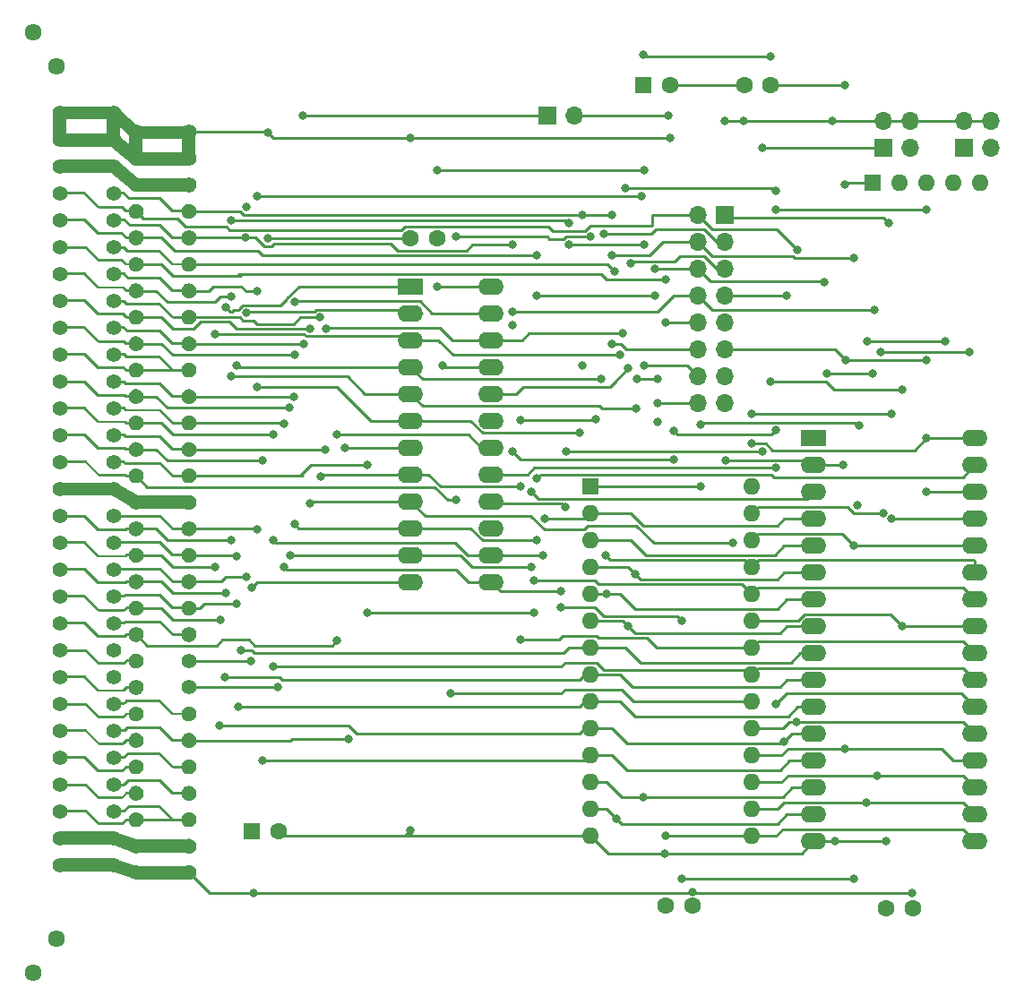
<source format=gbr>
%TF.GenerationSoftware,KiCad,Pcbnew,(5.1.10)-1*%
%TF.CreationDate,2025-03-03T19:14:51+01:00*%
%TF.ProjectId,CH376,43483337-362e-46b6-9963-61645f706362,rev?*%
%TF.SameCoordinates,Original*%
%TF.FileFunction,Copper,L2,Bot*%
%TF.FilePolarity,Positive*%
%FSLAX46Y46*%
G04 Gerber Fmt 4.6, Leading zero omitted, Abs format (unit mm)*
G04 Created by KiCad (PCBNEW (5.1.10)-1) date 2025-03-03 19:14:51*
%MOMM*%
%LPD*%
G01*
G04 APERTURE LIST*
%TA.AperFunction,ComponentPad*%
%ADD10O,1.700000X1.700000*%
%TD*%
%TA.AperFunction,ComponentPad*%
%ADD11R,1.700000X1.700000*%
%TD*%
%TA.AperFunction,ComponentPad*%
%ADD12O,1.600000X1.600000*%
%TD*%
%TA.AperFunction,ComponentPad*%
%ADD13R,1.600000X1.600000*%
%TD*%
%TA.AperFunction,ComponentPad*%
%ADD14O,2.400000X1.600000*%
%TD*%
%TA.AperFunction,ComponentPad*%
%ADD15R,2.400000X1.600000*%
%TD*%
%TA.AperFunction,ComponentPad*%
%ADD16C,1.600000*%
%TD*%
%TA.AperFunction,ComponentPad*%
%ADD17C,1.610000*%
%TD*%
%TA.AperFunction,ComponentPad*%
%ADD18C,1.400000*%
%TD*%
%TA.AperFunction,SMDPad,CuDef*%
%ADD19C,0.100000*%
%TD*%
%TA.AperFunction,ViaPad*%
%ADD20C,0.800000*%
%TD*%
%TA.AperFunction,Conductor*%
%ADD21C,0.250000*%
%TD*%
G04 APERTURE END LIST*
D10*
%TO.P,J1,16*%
%TO.N,/D0*%
X121158000Y-84074000D03*
%TO.P,J1,15*%
%TO.N,GND*%
X123698000Y-84074000D03*
%TO.P,J1,14*%
%TO.N,/D1*%
X121158000Y-81534000D03*
%TO.P,J1,13*%
%TO.N,GND*%
X123698000Y-81534000D03*
%TO.P,J1,12*%
%TO.N,/D2*%
X121158000Y-78994000D03*
%TO.P,J1,11*%
%TO.N,+5P*%
X123698000Y-78994000D03*
%TO.P,J1,10*%
%TO.N,/D3*%
X121158000Y-76454000D03*
%TO.P,J1,9*%
%TO.N,N/C*%
X123698000Y-76454000D03*
%TO.P,J1,8*%
%TO.N,/D4*%
X121158000Y-73914000D03*
%TO.P,J1,7*%
%TO.N,/A0*%
X123698000Y-73914000D03*
%TO.P,J1,6*%
%TO.N,/D5*%
X121158000Y-71374000D03*
%TO.P,J1,5*%
%TO.N,/CS*%
X123698000Y-71374000D03*
%TO.P,J1,4*%
%TO.N,/D6*%
X121158000Y-68834000D03*
%TO.P,J1,3*%
%TO.N,/~RD*%
X123698000Y-68834000D03*
%TO.P,J1,2*%
%TO.N,/D7*%
X121158000Y-66294000D03*
D11*
%TO.P,J1,1*%
%TO.N,/~WR*%
X123698000Y-66294000D03*
%TD*%
D12*
%TO.P,RN1,5*%
%TO.N,/ROM1*%
X147828000Y-63246000D03*
%TO.P,RN1,4*%
%TO.N,/ROM2*%
X145288000Y-63246000D03*
%TO.P,RN1,3*%
%TO.N,/RAM-ON*%
X142748000Y-63246000D03*
%TO.P,RN1,2*%
%TO.N,/48KRAM*%
X140208000Y-63246000D03*
D13*
%TO.P,RN1,1*%
%TO.N,+5P*%
X137668000Y-63246000D03*
%TD*%
D12*
%TO.P,U2,28*%
%TO.N,+5P*%
X126238000Y-91948000D03*
%TO.P,U2,14*%
%TO.N,GND*%
X110998000Y-124968000D03*
%TO.P,U2,27*%
%TO.N,/ROM1*%
X126238000Y-94488000D03*
%TO.P,U2,13*%
%TO.N,/D2*%
X110998000Y-122428000D03*
%TO.P,U2,26*%
%TO.N,/A13*%
X126238000Y-97028000D03*
%TO.P,U2,12*%
%TO.N,/D1*%
X110998000Y-119888000D03*
%TO.P,U2,25*%
%TO.N,/A8*%
X126238000Y-99568000D03*
%TO.P,U2,11*%
%TO.N,/D0*%
X110998000Y-117348000D03*
%TO.P,U2,24*%
%TO.N,/A9*%
X126238000Y-102108000D03*
%TO.P,U2,10*%
%TO.N,/A0*%
X110998000Y-114808000D03*
%TO.P,U2,23*%
%TO.N,/A11*%
X126238000Y-104648000D03*
%TO.P,U2,9*%
%TO.N,/A1*%
X110998000Y-112268000D03*
%TO.P,U2,22*%
%TO.N,/~RD*%
X126238000Y-107188000D03*
%TO.P,U2,8*%
%TO.N,/A2*%
X110998000Y-109728000D03*
%TO.P,U2,21*%
%TO.N,/A10*%
X126238000Y-109728000D03*
%TO.P,U2,7*%
%TO.N,/A3*%
X110998000Y-107188000D03*
%TO.P,U2,20*%
%TO.N,/~CS-ROM*%
X126238000Y-112268000D03*
%TO.P,U2,6*%
%TO.N,/A4*%
X110998000Y-104648000D03*
%TO.P,U2,19*%
%TO.N,/D7*%
X126238000Y-114808000D03*
%TO.P,U2,5*%
%TO.N,/A5*%
X110998000Y-102108000D03*
%TO.P,U2,18*%
%TO.N,/D6*%
X126238000Y-117348000D03*
%TO.P,U2,4*%
%TO.N,/A6*%
X110998000Y-99568000D03*
%TO.P,U2,17*%
%TO.N,/D5*%
X126238000Y-119888000D03*
%TO.P,U2,3*%
%TO.N,/A7*%
X110998000Y-97028000D03*
%TO.P,U2,16*%
%TO.N,/D4*%
X126238000Y-122428000D03*
%TO.P,U2,2*%
%TO.N,/A12*%
X110998000Y-94488000D03*
%TO.P,U2,15*%
%TO.N,/D3*%
X126238000Y-124968000D03*
D13*
%TO.P,U2,1*%
%TO.N,/ROM2*%
X110998000Y-91948000D03*
%TD*%
D10*
%TO.P,J4,4*%
%TO.N,GND*%
X148844000Y-57404000D03*
%TO.P,J4,3*%
%TO.N,/ROM1*%
X148844000Y-59944000D03*
%TO.P,J4,2*%
%TO.N,GND*%
X146304000Y-57404000D03*
D11*
%TO.P,J4,1*%
%TO.N,/ROM2*%
X146304000Y-59944000D03*
%TD*%
D10*
%TO.P,J3,2*%
%TO.N,GND*%
X109474000Y-56896000D03*
D11*
%TO.P,J3,1*%
%TO.N,/~MEMDI*%
X106934000Y-56896000D03*
%TD*%
D10*
%TO.P,J2,4*%
%TO.N,GND*%
X141224000Y-57404000D03*
%TO.P,J2,3*%
%TO.N,/RAM-ON*%
X141224000Y-59944000D03*
%TO.P,J2,2*%
%TO.N,GND*%
X138684000Y-57404000D03*
D11*
%TO.P,J2,1*%
%TO.N,/48KRAM*%
X138684000Y-59944000D03*
%TD*%
D14*
%TO.P,U3,32*%
%TO.N,+5P*%
X147320000Y-87376000D03*
%TO.P,U3,16*%
%TO.N,GND*%
X132080000Y-125476000D03*
%TO.P,U3,31*%
%TO.N,/A15*%
X147320000Y-89916000D03*
%TO.P,U3,15*%
%TO.N,/D2*%
X132080000Y-122936000D03*
%TO.P,U3,30*%
%TO.N,+5P*%
X147320000Y-92456000D03*
%TO.P,U3,14*%
%TO.N,/D1*%
X132080000Y-120396000D03*
%TO.P,U3,29*%
%TO.N,/~WR*%
X147320000Y-94996000D03*
%TO.P,U3,13*%
%TO.N,/D0*%
X132080000Y-117856000D03*
%TO.P,U3,28*%
%TO.N,/A13*%
X147320000Y-97536000D03*
%TO.P,U3,12*%
%TO.N,/A0*%
X132080000Y-115316000D03*
%TO.P,U3,27*%
%TO.N,/A8*%
X147320000Y-100076000D03*
%TO.P,U3,11*%
%TO.N,/A1*%
X132080000Y-112776000D03*
%TO.P,U3,26*%
%TO.N,/A9*%
X147320000Y-102616000D03*
%TO.P,U3,10*%
%TO.N,/A2*%
X132080000Y-110236000D03*
%TO.P,U3,25*%
%TO.N,/A11*%
X147320000Y-105156000D03*
%TO.P,U3,9*%
%TO.N,/A3*%
X132080000Y-107696000D03*
%TO.P,U3,24*%
%TO.N,/~RD*%
X147320000Y-107696000D03*
%TO.P,U3,8*%
%TO.N,/A4*%
X132080000Y-105156000D03*
%TO.P,U3,23*%
%TO.N,/A10*%
X147320000Y-110236000D03*
%TO.P,U3,7*%
%TO.N,/A5*%
X132080000Y-102616000D03*
%TO.P,U3,22*%
%TO.N,/~CS-RAM*%
X147320000Y-112776000D03*
%TO.P,U3,6*%
%TO.N,/A6*%
X132080000Y-100076000D03*
%TO.P,U3,21*%
%TO.N,/D7*%
X147320000Y-115316000D03*
%TO.P,U3,5*%
%TO.N,/A7*%
X132080000Y-97536000D03*
%TO.P,U3,20*%
%TO.N,/D6*%
X147320000Y-117856000D03*
%TO.P,U3,4*%
%TO.N,/A12*%
X132080000Y-94996000D03*
%TO.P,U3,19*%
%TO.N,/D5*%
X147320000Y-120396000D03*
%TO.P,U3,3*%
%TO.N,/A14*%
X132080000Y-92456000D03*
%TO.P,U3,18*%
%TO.N,/D4*%
X147320000Y-122936000D03*
%TO.P,U3,2*%
%TO.N,GND*%
X132080000Y-89916000D03*
%TO.P,U3,17*%
%TO.N,/D3*%
X147320000Y-125476000D03*
D15*
%TO.P,U3,1*%
%TO.N,N/C*%
X132080000Y-87376000D03*
%TD*%
D16*
%TO.P,C4,2*%
%TO.N,GND*%
X118500000Y-54000000D03*
D13*
%TO.P,C4,1*%
%TO.N,+5P*%
X116000000Y-54000000D03*
%TD*%
D16*
%TO.P,C3,2*%
%TO.N,+5P*%
X128000000Y-54000000D03*
%TO.P,C3,1*%
%TO.N,GND*%
X125500000Y-54000000D03*
%TD*%
%TO.P,C2,2*%
%TO.N,+5P*%
X120610000Y-131572000D03*
%TO.P,C2,1*%
%TO.N,GND*%
X118110000Y-131572000D03*
%TD*%
%TO.P,C1,2*%
%TO.N,GND*%
X81500000Y-124500000D03*
D13*
%TO.P,C1,1*%
%TO.N,+5P*%
X79000000Y-124500000D03*
%TD*%
D17*
%TO.P,X1001,*%
%TO.N,*%
X58293600Y-48970000D03*
X58293600Y-137870000D03*
D18*
%TO.P,X1001,A01*%
%TO.N,GND*%
X60833600Y-56590000D03*
%TO.P,X1001,A02*%
X60833600Y-59130000D03*
%TO.P,X1001,A04*%
%TO.N,/D7*%
X60833600Y-64210000D03*
%TO.P,X1001,A05*%
%TO.N,/D5*%
X60833600Y-66750000D03*
%TO.P,X1001,A06*%
%TO.N,/D3*%
X60833600Y-69290000D03*
%TO.P,X1001,A07*%
%TO.N,/D1*%
X60833600Y-71830000D03*
%TO.P,X1001,A08*%
%TO.N,/~WR*%
X60833600Y-74370000D03*
%TO.P,X1001,A09*%
%TO.N,/~MREQ*%
X60833600Y-76910000D03*
%TO.P,X1001,A10*%
%TO.N,Net-(X1001-PadA10)*%
X60833600Y-79450000D03*
%TO.P,X1001,A11*%
%TO.N,/A14*%
X60833600Y-81990000D03*
%TO.P,X1001,A12*%
%TO.N,/A12*%
X60833600Y-84530000D03*
%TO.P,X1001,A13*%
%TO.N,/A10*%
X60833600Y-87070000D03*
%TO.P,X1001,A14*%
%TO.N,/A8*%
X60833600Y-89610000D03*
%TO.P,X1001,A15*%
%TO.N,-5V*%
X60833600Y-92150000D03*
%TO.P,X1001,A16*%
%TO.N,/A6*%
X60833600Y-94690000D03*
%TO.P,X1001,A17*%
%TO.N,/A4*%
X60833600Y-97230000D03*
%TO.P,X1001,A18*%
%TO.N,/A2*%
X60833600Y-99770000D03*
%TO.P,X1001,A19*%
%TO.N,/A0*%
X60833600Y-102310000D03*
%TO.P,X1001,A20*%
%TO.N,/~RESET*%
X60833600Y-104850000D03*
%TO.P,X1001,A21*%
%TO.N,/CLK*%
X60833600Y-107390000D03*
%TO.P,X1001,A22*%
%TO.N,Net-(X1001-PadA22)*%
X60833600Y-109930000D03*
%TO.P,X1001,A23*%
%TO.N,Net-(X1001-PadA23)*%
X60833600Y-112470000D03*
%TO.P,X1001,A24*%
%TO.N,Net-(X1001-PadA24)*%
X60833600Y-115010000D03*
%TO.P,X1001,A25*%
%TO.N,Net-(X1001-PadA25)*%
X60833600Y-117550000D03*
%TO.P,X1001,A26*%
%TO.N,/~M1*%
X60833600Y-120090000D03*
%TO.P,X1001,A27*%
%TO.N,Net-(X1001-PadA27)*%
X60833600Y-122630000D03*
%TO.P,X1001,A28*%
%TO.N,+12P*%
X60833600Y-125170000D03*
%TO.P,X1001,A29*%
%TO.N,+5P*%
X60833600Y-127710000D03*
%TO.P,X1001,C01*%
%TO.N,GND*%
X65913600Y-56590000D03*
%TO.P,X1001,C02*%
X65913600Y-59130000D03*
%TO.P,X1001,C03*%
%TO.N,-12V*%
X65913600Y-61670000D03*
%TO.P,X1001,C04*%
%TO.N,/D6*%
X65913600Y-64210000D03*
%TO.P,X1001,C05*%
%TO.N,/D4*%
X65913600Y-66750000D03*
%TO.P,X1001,C06*%
%TO.N,/D2*%
X65913600Y-69290000D03*
%TO.P,X1001,C07*%
%TO.N,/D0*%
X65913600Y-71830000D03*
%TO.P,X1001,C08*%
%TO.N,/~RD*%
X65913600Y-74370000D03*
%TO.P,X1001,C09*%
%TO.N,/~MEMDI*%
X65913600Y-76910000D03*
%TO.P,X1001,C10*%
%TO.N,Net-(X1001-PadA10)*%
X65913600Y-79450000D03*
%TO.P,X1001,C11*%
%TO.N,/A15*%
X65913600Y-81990000D03*
%TO.P,X1001,C12*%
%TO.N,/A13*%
X65913600Y-84530000D03*
%TO.P,X1001,C13*%
%TO.N,/A11*%
X65913600Y-87070000D03*
%TO.P,X1001,C14*%
%TO.N,/A9*%
X65913600Y-89610000D03*
%TO.P,X1001,C15*%
%TO.N,-5V*%
X65913600Y-92150000D03*
%TO.P,X1001,C16*%
%TO.N,/A7*%
X65913600Y-94690000D03*
%TO.P,X1001,C17*%
%TO.N,/A5*%
X65913600Y-97230000D03*
%TO.P,X1001,C18*%
%TO.N,/A3*%
X65913600Y-99770000D03*
%TO.P,X1001,C19*%
%TO.N,/A1*%
X65913600Y-102310000D03*
%TO.P,X1001,C20*%
%TO.N,Net-(X1001-PadC20)*%
X65913600Y-104850000D03*
%TO.P,X1001,C21*%
%TO.N,GND*%
X65913600Y-107390000D03*
%TO.P,X1001,C22*%
X65913600Y-109930000D03*
%TO.P,X1001,C23*%
%TO.N,Net-(X1001-PadC23)*%
X65913600Y-112470000D03*
%TO.P,X1001,C24*%
%TO.N,/~IORQ*%
X65913600Y-115010000D03*
%TO.P,X1001,C25*%
%TO.N,Net-(X1001-PadC25)*%
X65913600Y-117550000D03*
%TO.P,X1001,C26*%
%TO.N,Net-(X1001-PadC26)*%
X65913600Y-120090000D03*
%TO.P,X1001,C27*%
%TO.N,Net-(X1001-PadA27)*%
X65913600Y-122630000D03*
%TO.P,X1001,C28*%
%TO.N,+12P*%
X65913600Y-125170000D03*
%TO.P,X1001,C29*%
%TO.N,+5P*%
X65913600Y-127710000D03*
D17*
%TO.P,X1001,*%
%TO.N,*%
X60525000Y-52170000D03*
X60525000Y-134670000D03*
D18*
%TO.P,X1001,C01*%
%TO.N,GND*%
X73025000Y-58420000D03*
%TO.P,X1001,C02*%
X73025000Y-60920000D03*
%TO.P,X1001,C03*%
%TO.N,-12V*%
X73025000Y-63420000D03*
%TO.P,X1001,C04*%
%TO.N,/D6*%
X73025000Y-65920000D03*
%TO.P,X1001,C05*%
%TO.N,/D4*%
X73025000Y-68420000D03*
%TO.P,X1001,C06*%
%TO.N,/D2*%
X73025000Y-70920000D03*
%TO.P,X1001,C07*%
%TO.N,/D0*%
X73025000Y-73420000D03*
%TO.P,X1001,C08*%
%TO.N,/~RD*%
X73025000Y-75920000D03*
%TO.P,X1001,C09*%
%TO.N,/~MEMDI*%
X73025000Y-78420000D03*
%TO.P,X1001,C10*%
%TO.N,Net-(X1001-PadA10)*%
X73025000Y-80920000D03*
%TO.P,X1001,C11*%
%TO.N,/A15*%
X73025000Y-83420000D03*
%TO.P,X1001,C12*%
%TO.N,/A13*%
X73025000Y-85920000D03*
%TO.P,X1001,C13*%
%TO.N,/A11*%
X73025000Y-88420000D03*
%TO.P,X1001,C14*%
%TO.N,/A9*%
X73025000Y-90920000D03*
%TO.P,X1001,C15*%
%TO.N,-5V*%
X73025000Y-93420000D03*
%TO.P,X1001,C16*%
%TO.N,/A7*%
X73025000Y-95920000D03*
%TO.P,X1001,C17*%
%TO.N,/A5*%
X73025000Y-98420000D03*
%TO.P,X1001,C18*%
%TO.N,/A3*%
X73025000Y-100920000D03*
%TO.P,X1001,C19*%
%TO.N,/A1*%
X73025000Y-103420000D03*
%TO.P,X1001,C20*%
%TO.N,Net-(X1001-PadC20)*%
X73025000Y-105920000D03*
%TO.P,X1001,C21*%
%TO.N,GND*%
X73025000Y-108420000D03*
%TO.P,X1001,C22*%
X73025000Y-110920000D03*
%TO.P,X1001,C23*%
%TO.N,Net-(X1001-PadC23)*%
X73025000Y-113420000D03*
%TO.P,X1001,C24*%
%TO.N,/~IORQ*%
X73025000Y-115920000D03*
%TO.P,X1001,C25*%
%TO.N,Net-(X1001-PadC25)*%
X73025000Y-118420000D03*
%TO.P,X1001,C26*%
%TO.N,Net-(X1001-PadC26)*%
X73025000Y-120920000D03*
%TO.P,X1001,C27*%
%TO.N,Net-(X1001-PadA27)*%
X73025000Y-123420000D03*
%TO.P,X1001,C28*%
%TO.N,+12P*%
X73025000Y-125920000D03*
%TO.P,X1001,C29*%
%TO.N,+5P*%
X73025000Y-128420000D03*
%TO.P,X1001,A01*%
%TO.N,GND*%
X68025000Y-58420000D03*
%TO.P,X1001,A02*%
X68025000Y-60920000D03*
%TO.P,X1001,A03*%
%TO.N,-12V*%
X68025000Y-63420000D03*
%TO.P,X1001,A04*%
%TO.N,/D7*%
X68025000Y-65920000D03*
%TO.P,X1001,A05*%
%TO.N,/D5*%
X68025000Y-68420000D03*
%TO.P,X1001,A06*%
%TO.N,/D3*%
X68025000Y-70920000D03*
%TO.P,X1001,A07*%
%TO.N,/D1*%
X68025000Y-73420000D03*
%TO.P,X1001,A08*%
%TO.N,/~WR*%
X68025000Y-75920000D03*
%TO.P,X1001,A09*%
%TO.N,/~MREQ*%
X68025000Y-78420000D03*
%TO.P,X1001,A10*%
%TO.N,Net-(X1001-PadA10)*%
X68025000Y-80920000D03*
%TO.P,X1001,A11*%
%TO.N,/A14*%
X68025000Y-83420000D03*
%TO.P,X1001,A12*%
%TO.N,/A12*%
X68025000Y-85920000D03*
%TO.P,X1001,A13*%
%TO.N,/A10*%
X68025000Y-88420000D03*
%TO.P,X1001,A14*%
%TO.N,/A8*%
X68025000Y-90920000D03*
%TO.P,X1001,A15*%
%TO.N,-5V*%
X68025000Y-93420000D03*
%TO.P,X1001,A16*%
%TO.N,/A6*%
X68025000Y-95920000D03*
%TO.P,X1001,A17*%
%TO.N,/A4*%
X68025000Y-98420000D03*
%TO.P,X1001,A18*%
%TO.N,/A2*%
X68025000Y-100920000D03*
%TO.P,X1001,A19*%
%TO.N,/A0*%
X68025000Y-103420000D03*
%TO.P,X1001,A20*%
%TO.N,/~RESET*%
X68025000Y-105920000D03*
%TO.P,X1001,A21*%
%TO.N,/CLK*%
X68025000Y-108420000D03*
%TO.P,X1001,A22*%
%TO.N,Net-(X1001-PadA22)*%
X68025000Y-110920000D03*
%TO.P,X1001,A23*%
%TO.N,Net-(X1001-PadA23)*%
X68025000Y-113420000D03*
%TO.P,X1001,A24*%
%TO.N,Net-(X1001-PadA24)*%
X68025000Y-115920000D03*
%TO.P,X1001,A25*%
%TO.N,Net-(X1001-PadA25)*%
X68025000Y-118420000D03*
%TO.P,X1001,A26*%
%TO.N,/~M1*%
X68025000Y-120920000D03*
%TO.P,X1001,A27*%
%TO.N,Net-(X1001-PadA27)*%
X68025000Y-123420000D03*
%TO.P,X1001,A28*%
%TO.N,+12P*%
X68025000Y-125920000D03*
%TO.P,X1001,A29*%
%TO.N,+5P*%
X68025000Y-128420000D03*
%TO.P,X1001,A03*%
%TO.N,-12V*%
X60833600Y-61670000D03*
%TA.AperFunction,SMDPad,CuDef*%
D19*
%TO.P,X1001,C01*%
%TO.N,GND*%
G36*
X73717424Y-58522711D02*
G01*
X73704022Y-58590086D01*
X73684081Y-58655823D01*
X73657793Y-58719289D01*
X73650000Y-58733868D01*
X73650000Y-60970000D01*
X73649972Y-60974046D01*
X73649985Y-60974363D01*
X73649967Y-60974680D01*
X73649939Y-60978726D01*
X73648159Y-61007019D01*
X73646576Y-61035330D01*
X73646242Y-61037486D01*
X73646105Y-61039668D01*
X73641578Y-61067620D01*
X73637235Y-61095674D01*
X73636690Y-61097797D01*
X73636342Y-61099945D01*
X73629119Y-61127284D01*
X73622049Y-61154818D01*
X73621301Y-61156874D01*
X73620744Y-61158981D01*
X73610846Y-61185596D01*
X73601164Y-61212197D01*
X73600225Y-61214157D01*
X73599460Y-61216214D01*
X73586978Y-61241805D01*
X73574780Y-61267265D01*
X73573652Y-61269127D01*
X73572692Y-61271096D01*
X73557810Y-61295286D01*
X73543148Y-61319496D01*
X73541840Y-61321244D01*
X73540696Y-61323104D01*
X73523565Y-61345673D01*
X73506571Y-61368390D01*
X73505097Y-61370004D01*
X73503778Y-61371742D01*
X73484517Y-61392542D01*
X73465396Y-61413482D01*
X73463774Y-61414942D01*
X73462290Y-61416545D01*
X73441084Y-61435372D01*
X73420018Y-61454340D01*
X73418260Y-61455636D01*
X73416627Y-61457086D01*
X73393701Y-61473743D01*
X73370870Y-61490576D01*
X73368993Y-61491695D01*
X73367227Y-61492978D01*
X73342783Y-61507319D01*
X73318420Y-61521842D01*
X73316443Y-61522772D01*
X73314560Y-61523877D01*
X73288813Y-61535774D01*
X73263169Y-61547841D01*
X73261114Y-61548573D01*
X73259129Y-61549490D01*
X73232382Y-61558804D01*
X73205645Y-61568325D01*
X73203519Y-61568855D01*
X73201463Y-61569571D01*
X73173921Y-61576234D01*
X73146396Y-61583097D01*
X73144240Y-61583415D01*
X73142113Y-61583930D01*
X73113977Y-61587884D01*
X73085989Y-61592017D01*
X73083812Y-61592123D01*
X73081645Y-61592428D01*
X73053275Y-61593617D01*
X73025000Y-61595000D01*
X68025000Y-61595000D01*
X68020954Y-61594972D01*
X68020637Y-61594985D01*
X68020320Y-61594967D01*
X68016274Y-61594939D01*
X68012986Y-61594732D01*
X68009715Y-61594812D01*
X67984730Y-61592977D01*
X67959670Y-61591576D01*
X67957514Y-61591242D01*
X67955332Y-61591105D01*
X67952095Y-61590581D01*
X67948817Y-61590340D01*
X67924102Y-61586070D01*
X67899326Y-61582235D01*
X67897203Y-61581690D01*
X67895055Y-61581342D01*
X67891884Y-61580504D01*
X67888647Y-61579945D01*
X67864488Y-61573290D01*
X67840182Y-61567049D01*
X67838126Y-61566301D01*
X67836019Y-61565744D01*
X67832944Y-61564600D01*
X67829777Y-61563728D01*
X67806355Y-61554736D01*
X67782803Y-61546164D01*
X67780843Y-61545225D01*
X67778786Y-61544460D01*
X67775831Y-61543019D01*
X67772771Y-61541844D01*
X67750331Y-61530606D01*
X67727735Y-61519780D01*
X67725873Y-61518652D01*
X67723904Y-61517692D01*
X67721103Y-61515969D01*
X67718172Y-61514501D01*
X67696959Y-61501142D01*
X67675504Y-61488148D01*
X67673756Y-61486840D01*
X67671896Y-61485696D01*
X67669276Y-61483708D01*
X67666503Y-61481961D01*
X67646710Y-61466608D01*
X67626610Y-61451571D01*
X67624996Y-61450097D01*
X67623258Y-61448778D01*
X67620848Y-61446547D01*
X67618255Y-61444535D01*
X65693798Y-59795000D01*
X60825000Y-59795000D01*
X60820954Y-59794972D01*
X60820637Y-59794985D01*
X60820320Y-59794967D01*
X60816274Y-59794939D01*
X60787981Y-59793159D01*
X60759670Y-59791576D01*
X60757514Y-59791242D01*
X60755332Y-59791105D01*
X60727380Y-59786578D01*
X60699326Y-59782235D01*
X60697203Y-59781690D01*
X60695055Y-59781342D01*
X60667716Y-59774119D01*
X60640182Y-59767049D01*
X60638126Y-59766301D01*
X60636019Y-59765744D01*
X60609404Y-59755846D01*
X60582803Y-59746164D01*
X60580843Y-59745225D01*
X60578786Y-59744460D01*
X60553195Y-59731978D01*
X60527735Y-59719780D01*
X60525873Y-59718652D01*
X60523904Y-59717692D01*
X60499714Y-59702810D01*
X60475504Y-59688148D01*
X60473756Y-59686840D01*
X60471896Y-59685696D01*
X60449327Y-59668565D01*
X60426610Y-59651571D01*
X60424996Y-59650097D01*
X60423258Y-59648778D01*
X60402458Y-59629517D01*
X60381518Y-59610396D01*
X60380058Y-59608774D01*
X60378455Y-59607290D01*
X60359628Y-59586084D01*
X60340660Y-59565018D01*
X60339364Y-59563260D01*
X60337914Y-59561627D01*
X60321257Y-59538701D01*
X60304424Y-59515870D01*
X60303305Y-59513993D01*
X60302022Y-59512227D01*
X60287681Y-59487783D01*
X60273158Y-59463420D01*
X60272228Y-59461443D01*
X60271123Y-59459560D01*
X60259226Y-59433813D01*
X60247159Y-59408169D01*
X60246427Y-59406114D01*
X60245510Y-59404129D01*
X60236196Y-59377382D01*
X60226675Y-59350645D01*
X60226145Y-59348519D01*
X60225429Y-59346463D01*
X60218766Y-59318921D01*
X60211903Y-59291396D01*
X60211585Y-59289240D01*
X60211070Y-59287113D01*
X60207116Y-59258977D01*
X60202983Y-59230989D01*
X60202877Y-59228812D01*
X60202572Y-59226645D01*
X60201383Y-59198275D01*
X60200000Y-59170000D01*
X60200000Y-56620000D01*
X60200028Y-56615954D01*
X60200015Y-56615637D01*
X60200033Y-56615320D01*
X60200061Y-56611274D01*
X60201841Y-56582981D01*
X60203424Y-56554670D01*
X60203758Y-56552514D01*
X60203895Y-56550332D01*
X60208422Y-56522380D01*
X60212765Y-56494326D01*
X60213310Y-56492203D01*
X60213658Y-56490055D01*
X60220881Y-56462716D01*
X60227951Y-56435182D01*
X60228699Y-56433126D01*
X60229256Y-56431019D01*
X60239154Y-56404404D01*
X60248836Y-56377803D01*
X60249775Y-56375843D01*
X60250540Y-56373786D01*
X60263022Y-56348195D01*
X60275220Y-56322735D01*
X60276348Y-56320873D01*
X60277308Y-56318904D01*
X60292190Y-56294714D01*
X60306852Y-56270504D01*
X60308160Y-56268756D01*
X60309304Y-56266896D01*
X60326435Y-56244327D01*
X60343429Y-56221610D01*
X60344903Y-56219996D01*
X60346222Y-56218258D01*
X60365483Y-56197458D01*
X60384604Y-56176518D01*
X60386226Y-56175058D01*
X60387710Y-56173455D01*
X60408916Y-56154628D01*
X60429982Y-56135660D01*
X60431740Y-56134364D01*
X60433373Y-56132914D01*
X60456299Y-56116257D01*
X60479130Y-56099424D01*
X60481007Y-56098305D01*
X60482773Y-56097022D01*
X60507217Y-56082681D01*
X60531580Y-56068158D01*
X60533557Y-56067228D01*
X60535440Y-56066123D01*
X60561187Y-56054226D01*
X60586831Y-56042159D01*
X60588886Y-56041427D01*
X60590871Y-56040510D01*
X60617618Y-56031196D01*
X60644355Y-56021675D01*
X60646481Y-56021145D01*
X60648537Y-56020429D01*
X60676079Y-56013766D01*
X60703604Y-56006903D01*
X60705760Y-56006585D01*
X60707887Y-56006070D01*
X60736023Y-56002116D01*
X60764011Y-55997983D01*
X60766188Y-55997877D01*
X60768355Y-55997572D01*
X60796725Y-55996383D01*
X60825000Y-55995000D01*
X65300000Y-55995000D01*
X65300000Y-57245000D01*
X61450000Y-57245000D01*
X61450000Y-58545000D01*
X65300000Y-58545000D01*
X65300000Y-57245000D01*
X65300000Y-55995000D01*
X65975000Y-55995000D01*
X65983726Y-55995061D01*
X66044668Y-55998895D01*
X66104945Y-56008658D01*
X66163981Y-56024256D01*
X66221214Y-56045540D01*
X66276096Y-56072308D01*
X66328104Y-56104304D01*
X66376742Y-56141222D01*
X66421545Y-56182710D01*
X66462086Y-56228373D01*
X66497978Y-56277773D01*
X66515050Y-56306871D01*
X66550000Y-56337660D01*
X66550000Y-58003529D01*
X66550000Y-58882541D01*
X67400000Y-59611112D01*
X67400000Y-58752339D01*
X66550000Y-58003529D01*
X66550000Y-56337660D01*
X68261034Y-57845000D01*
X72400000Y-57845000D01*
X72400000Y-59095000D01*
X68650000Y-59095000D01*
X68650000Y-60345000D01*
X72400000Y-60345000D01*
X72400000Y-59095000D01*
X72400000Y-57845000D01*
X72627099Y-57845000D01*
X72665128Y-57819590D01*
X72725711Y-57787207D01*
X72789177Y-57760919D01*
X72854914Y-57740978D01*
X72922289Y-57727576D01*
X72990653Y-57720843D01*
X73059347Y-57720843D01*
X73127711Y-57727576D01*
X73195086Y-57740978D01*
X73260823Y-57760919D01*
X73324289Y-57787207D01*
X73384872Y-57819590D01*
X73441990Y-57857755D01*
X73495091Y-57901334D01*
X73543666Y-57949909D01*
X73587245Y-58003010D01*
X73625410Y-58060128D01*
X73657793Y-58120711D01*
X73684081Y-58184177D01*
X73704022Y-58249914D01*
X73717424Y-58317289D01*
X73724157Y-58385653D01*
X73724157Y-58454347D01*
X73717424Y-58522711D01*
G37*
%TD.AperFunction*%
%TA.AperFunction,SMDPad,CuDef*%
%TO.P,X1001,C03*%
%TO.N,-12V*%
G36*
X73717424Y-63522711D02*
G01*
X73704022Y-63590086D01*
X73684081Y-63655823D01*
X73657793Y-63719289D01*
X73625410Y-63779872D01*
X73587245Y-63836990D01*
X73543666Y-63890091D01*
X73495091Y-63938666D01*
X73441990Y-63982245D01*
X73384872Y-64020410D01*
X73324289Y-64052793D01*
X73260823Y-64079081D01*
X73195086Y-64099022D01*
X73127711Y-64112424D01*
X73059347Y-64119157D01*
X72990653Y-64119157D01*
X72922289Y-64112424D01*
X72854914Y-64099022D01*
X72789177Y-64079081D01*
X72725711Y-64052793D01*
X72711132Y-64045000D01*
X68025000Y-64045000D01*
X68018619Y-64044955D01*
X68018394Y-64044964D01*
X68018200Y-64044952D01*
X68016274Y-64044939D01*
X67986750Y-64043082D01*
X67957440Y-64041338D01*
X67956390Y-64041172D01*
X67955332Y-64041105D01*
X67926179Y-64036383D01*
X67897131Y-64031779D01*
X67896109Y-64031513D01*
X67895055Y-64031342D01*
X67866524Y-64023804D01*
X67838041Y-64016382D01*
X67837042Y-64016014D01*
X67836019Y-64015744D01*
X67808415Y-64005479D01*
X67780737Y-63995292D01*
X67779784Y-63994831D01*
X67778786Y-63994460D01*
X67752205Y-63981495D01*
X67725764Y-63968710D01*
X67724862Y-63968159D01*
X67723904Y-63967692D01*
X67698794Y-63952244D01*
X67673647Y-63936891D01*
X67672797Y-63936250D01*
X67671896Y-63935696D01*
X67648490Y-63917930D01*
X67624884Y-63900138D01*
X65698719Y-62295000D01*
X60825000Y-62295000D01*
X60816274Y-62294939D01*
X60755332Y-62291105D01*
X60695055Y-62281342D01*
X60636019Y-62265744D01*
X60578786Y-62244460D01*
X60523904Y-62217692D01*
X60471896Y-62185696D01*
X60423258Y-62148778D01*
X60378455Y-62107290D01*
X60337914Y-62061627D01*
X60302022Y-62012227D01*
X60271123Y-61959560D01*
X60245510Y-61904129D01*
X60225429Y-61846463D01*
X60211070Y-61787113D01*
X60202572Y-61726645D01*
X60200015Y-61665637D01*
X60203424Y-61604670D01*
X60212765Y-61544326D01*
X60227951Y-61485182D01*
X60248836Y-61427803D01*
X60275220Y-61372735D01*
X60306852Y-61320504D01*
X60343429Y-61271610D01*
X60384604Y-61226518D01*
X60429982Y-61185660D01*
X60479130Y-61149424D01*
X60531580Y-61118158D01*
X60586831Y-61092159D01*
X60644355Y-61071675D01*
X60703604Y-61056903D01*
X60764011Y-61047983D01*
X60825000Y-61045000D01*
X65925000Y-61045000D01*
X65931359Y-61045044D01*
X65931606Y-61045035D01*
X65931819Y-61045048D01*
X65933726Y-61045061D01*
X65963109Y-61046910D01*
X65992560Y-61048662D01*
X65993610Y-61048828D01*
X65994668Y-61048895D01*
X66023673Y-61053593D01*
X66052869Y-61058220D01*
X66053901Y-61058489D01*
X66054945Y-61058658D01*
X66083380Y-61066171D01*
X66111958Y-61073618D01*
X66112955Y-61073985D01*
X66113981Y-61074256D01*
X66141631Y-61084539D01*
X66169263Y-61094708D01*
X66170216Y-61095169D01*
X66171214Y-61095540D01*
X66197795Y-61108505D01*
X66224236Y-61121290D01*
X66225138Y-61121841D01*
X66226096Y-61122308D01*
X66251206Y-61137756D01*
X66276353Y-61153109D01*
X66277203Y-61153750D01*
X66278104Y-61154304D01*
X66301583Y-61172125D01*
X66325115Y-61189862D01*
X68251282Y-62795000D01*
X72711132Y-62795000D01*
X72725711Y-62787207D01*
X72789177Y-62760919D01*
X72854914Y-62740978D01*
X72922289Y-62727576D01*
X72990653Y-62720843D01*
X73059347Y-62720843D01*
X73127711Y-62727576D01*
X73195086Y-62740978D01*
X73260823Y-62760919D01*
X73324289Y-62787207D01*
X73384872Y-62819590D01*
X73441990Y-62857755D01*
X73495091Y-62901334D01*
X73543666Y-62949909D01*
X73587245Y-63003010D01*
X73625410Y-63060128D01*
X73657793Y-63120711D01*
X73684081Y-63184177D01*
X73704022Y-63249914D01*
X73717424Y-63317289D01*
X73724157Y-63385653D01*
X73724157Y-63454347D01*
X73717424Y-63522711D01*
G37*
%TD.AperFunction*%
%TA.AperFunction,SMDPad,CuDef*%
%TO.P,X1001,A04*%
%TO.N,/D7*%
G36*
X68717424Y-66022711D02*
G01*
X68704022Y-66090086D01*
X68684081Y-66155823D01*
X68657793Y-66219289D01*
X68625410Y-66279872D01*
X68587245Y-66336990D01*
X68543666Y-66390091D01*
X68495091Y-66438666D01*
X68441990Y-66482245D01*
X68384872Y-66520410D01*
X68324289Y-66552793D01*
X68260823Y-66579081D01*
X68195086Y-66599022D01*
X68127711Y-66612424D01*
X68059347Y-66619157D01*
X67990653Y-66619157D01*
X67922289Y-66612424D01*
X67854914Y-66599022D01*
X67789177Y-66579081D01*
X67725711Y-66552793D01*
X67665128Y-66520410D01*
X67608010Y-66482245D01*
X67554909Y-66438666D01*
X67506334Y-66390091D01*
X67462755Y-66336990D01*
X67424590Y-66279872D01*
X67392207Y-66219289D01*
X67365919Y-66155823D01*
X67345978Y-66090086D01*
X67337010Y-66045000D01*
X67125000Y-66045000D01*
X67124601Y-66044997D01*
X67124563Y-66044999D01*
X67124519Y-66044997D01*
X67123255Y-66044988D01*
X67117789Y-66044644D01*
X67112368Y-66044360D01*
X67111722Y-66044262D01*
X67111066Y-66044221D01*
X67105699Y-66043351D01*
X67100293Y-66042534D01*
X67099653Y-66042372D01*
X67099011Y-66042268D01*
X67093749Y-66040878D01*
X67088454Y-66039538D01*
X67087841Y-66039317D01*
X67087204Y-66039149D01*
X67082061Y-66037237D01*
X67076963Y-66035401D01*
X67076375Y-66035122D01*
X67075757Y-66034892D01*
X67070861Y-66032504D01*
X67065931Y-66030163D01*
X67065365Y-66029823D01*
X67064781Y-66029538D01*
X67060123Y-66026673D01*
X67055463Y-66023872D01*
X67054944Y-66023487D01*
X67054379Y-66023139D01*
X67049977Y-66019798D01*
X67045659Y-66016591D01*
X67045180Y-66016157D01*
X67044652Y-66015756D01*
X67040634Y-66012036D01*
X67036611Y-66008388D01*
X66673224Y-65645000D01*
X64525000Y-65645000D01*
X64524602Y-65644997D01*
X64524564Y-65644999D01*
X64524520Y-65644997D01*
X64523255Y-65644988D01*
X64517837Y-65644647D01*
X64512369Y-65644361D01*
X64511713Y-65644262D01*
X64511066Y-65644221D01*
X64505734Y-65643357D01*
X64500293Y-65642534D01*
X64499653Y-65642372D01*
X64499011Y-65642268D01*
X64493749Y-65640878D01*
X64488454Y-65639538D01*
X64487840Y-65639317D01*
X64487204Y-65639149D01*
X64482091Y-65637248D01*
X64476964Y-65635402D01*
X64476370Y-65635120D01*
X64475757Y-65634892D01*
X64470879Y-65632512D01*
X64465931Y-65630163D01*
X64465365Y-65629823D01*
X64464781Y-65629538D01*
X64460162Y-65626697D01*
X64455463Y-65623873D01*
X64454936Y-65623482D01*
X64454379Y-65623139D01*
X64450038Y-65619844D01*
X64445659Y-65616592D01*
X64445174Y-65616152D01*
X64444652Y-65615756D01*
X64440660Y-65612059D01*
X64436612Y-65608389D01*
X63173224Y-64345000D01*
X60825000Y-64345000D01*
X60823255Y-64344988D01*
X60811066Y-64344221D01*
X60799011Y-64342268D01*
X60787204Y-64339149D01*
X60775757Y-64334892D01*
X60764781Y-64329538D01*
X60754379Y-64323139D01*
X60744652Y-64315756D01*
X60735691Y-64307458D01*
X60727583Y-64298325D01*
X60720404Y-64288445D01*
X60714225Y-64277912D01*
X60709102Y-64266826D01*
X60705086Y-64255293D01*
X60702214Y-64243423D01*
X60700514Y-64231329D01*
X60700003Y-64219127D01*
X60700685Y-64206934D01*
X60702553Y-64194865D01*
X60705590Y-64183036D01*
X60709767Y-64171561D01*
X60715044Y-64160547D01*
X60721370Y-64150101D01*
X60728686Y-64140322D01*
X60736921Y-64131304D01*
X60745996Y-64123132D01*
X60755826Y-64115885D01*
X60766316Y-64109632D01*
X60777366Y-64104432D01*
X60788871Y-64100335D01*
X60800721Y-64097381D01*
X60812802Y-64095597D01*
X60825000Y-64095000D01*
X63225000Y-64095000D01*
X63225398Y-64095003D01*
X63225436Y-64095001D01*
X63225480Y-64095003D01*
X63226745Y-64095012D01*
X63232213Y-64095356D01*
X63237632Y-64095640D01*
X63238278Y-64095738D01*
X63238934Y-64095779D01*
X63244301Y-64096649D01*
X63249707Y-64097466D01*
X63250347Y-64097628D01*
X63250989Y-64097732D01*
X63256251Y-64099122D01*
X63261546Y-64100462D01*
X63262159Y-64100683D01*
X63262796Y-64100851D01*
X63267939Y-64102763D01*
X63273037Y-64104599D01*
X63273625Y-64104878D01*
X63274243Y-64105108D01*
X63279139Y-64107496D01*
X63284069Y-64109837D01*
X63284635Y-64110177D01*
X63285219Y-64110462D01*
X63289838Y-64113303D01*
X63294537Y-64116127D01*
X63295063Y-64116518D01*
X63295621Y-64116861D01*
X63299996Y-64120182D01*
X63304341Y-64123409D01*
X63304819Y-64123843D01*
X63305348Y-64124244D01*
X63309392Y-64127988D01*
X63313388Y-64131612D01*
X64576777Y-65395000D01*
X66725000Y-65395000D01*
X66725398Y-65395003D01*
X66725436Y-65395001D01*
X66725480Y-65395003D01*
X66726745Y-65395012D01*
X66732213Y-65395356D01*
X66737632Y-65395640D01*
X66738278Y-65395738D01*
X66738934Y-65395779D01*
X66744301Y-65396649D01*
X66749707Y-65397466D01*
X66750347Y-65397628D01*
X66750989Y-65397732D01*
X66756251Y-65399122D01*
X66761546Y-65400462D01*
X66762159Y-65400683D01*
X66762796Y-65400851D01*
X66767939Y-65402763D01*
X66773037Y-65404599D01*
X66773625Y-65404878D01*
X66774243Y-65405108D01*
X66779139Y-65407496D01*
X66784069Y-65409837D01*
X66784635Y-65410177D01*
X66785219Y-65410462D01*
X66789838Y-65413303D01*
X66794537Y-65416127D01*
X66795063Y-65416518D01*
X66795621Y-65416861D01*
X66799996Y-65420182D01*
X66804341Y-65423409D01*
X66804819Y-65423843D01*
X66805348Y-65424244D01*
X66809392Y-65427988D01*
X66813388Y-65431612D01*
X67176777Y-65795000D01*
X67337010Y-65795000D01*
X67345978Y-65749914D01*
X67365919Y-65684177D01*
X67392207Y-65620711D01*
X67424590Y-65560128D01*
X67462755Y-65503010D01*
X67506334Y-65449909D01*
X67554909Y-65401334D01*
X67608010Y-65357755D01*
X67665128Y-65319590D01*
X67725711Y-65287207D01*
X67789177Y-65260919D01*
X67854914Y-65240978D01*
X67922289Y-65227576D01*
X67990653Y-65220843D01*
X68059347Y-65220843D01*
X68127711Y-65227576D01*
X68195086Y-65240978D01*
X68260823Y-65260919D01*
X68324289Y-65287207D01*
X68384872Y-65319590D01*
X68441990Y-65357755D01*
X68495091Y-65401334D01*
X68543666Y-65449909D01*
X68587245Y-65503010D01*
X68625410Y-65560128D01*
X68657793Y-65620711D01*
X68684081Y-65684177D01*
X68704022Y-65749914D01*
X68717424Y-65817289D01*
X68724157Y-65885653D01*
X68724157Y-65954347D01*
X68717424Y-66022711D01*
G37*
%TD.AperFunction*%
%TA.AperFunction,SMDPad,CuDef*%
%TO.P,X1001,C04*%
%TO.N,/D6*%
G36*
X73717424Y-66022711D02*
G01*
X73704022Y-66090086D01*
X73684081Y-66155823D01*
X73657793Y-66219289D01*
X73625410Y-66279872D01*
X73587245Y-66336990D01*
X73543666Y-66390091D01*
X73495091Y-66438666D01*
X73441990Y-66482245D01*
X73384872Y-66520410D01*
X73324289Y-66552793D01*
X73260823Y-66579081D01*
X73195086Y-66599022D01*
X73127711Y-66612424D01*
X73059347Y-66619157D01*
X72990653Y-66619157D01*
X72922289Y-66612424D01*
X72854914Y-66599022D01*
X72789177Y-66579081D01*
X72725711Y-66552793D01*
X72665128Y-66520410D01*
X72608010Y-66482245D01*
X72554909Y-66438666D01*
X72506334Y-66390091D01*
X72462755Y-66336990D01*
X72424590Y-66279872D01*
X72392207Y-66219289D01*
X72365919Y-66155823D01*
X72345978Y-66090086D01*
X72337010Y-66045000D01*
X71525000Y-66045000D01*
X71524602Y-66044997D01*
X71524564Y-66044999D01*
X71524520Y-66044997D01*
X71523255Y-66044988D01*
X71517787Y-66044644D01*
X71512368Y-66044360D01*
X71511722Y-66044262D01*
X71511066Y-66044221D01*
X71505699Y-66043351D01*
X71500293Y-66042534D01*
X71499653Y-66042372D01*
X71499011Y-66042268D01*
X71493749Y-66040878D01*
X71488454Y-66039538D01*
X71487841Y-66039317D01*
X71487204Y-66039149D01*
X71482061Y-66037237D01*
X71476963Y-66035401D01*
X71476375Y-66035122D01*
X71475757Y-66034892D01*
X71470861Y-66032504D01*
X71465931Y-66030163D01*
X71465365Y-66029823D01*
X71464781Y-66029538D01*
X71460123Y-66026673D01*
X71455463Y-66023872D01*
X71454944Y-66023487D01*
X71454379Y-66023139D01*
X71449977Y-66019798D01*
X71445659Y-66016591D01*
X71445180Y-66016157D01*
X71444652Y-66015756D01*
X71440634Y-66012036D01*
X71436611Y-66008388D01*
X70273224Y-64845000D01*
X67425000Y-64845000D01*
X67424602Y-64844997D01*
X67424564Y-64844999D01*
X67424520Y-64844997D01*
X67423255Y-64844988D01*
X67417787Y-64844644D01*
X67412368Y-64844360D01*
X67411722Y-64844262D01*
X67411066Y-64844221D01*
X67405699Y-64843351D01*
X67400293Y-64842534D01*
X67399653Y-64842372D01*
X67399011Y-64842268D01*
X67393749Y-64840878D01*
X67388454Y-64839538D01*
X67387841Y-64839317D01*
X67387204Y-64839149D01*
X67382045Y-64837230D01*
X67376964Y-64835401D01*
X67376379Y-64835123D01*
X67375757Y-64834892D01*
X67370844Y-64832496D01*
X67365931Y-64830163D01*
X67365365Y-64829823D01*
X67364781Y-64829538D01*
X67360162Y-64826697D01*
X67355463Y-64823873D01*
X67354936Y-64823482D01*
X67354379Y-64823139D01*
X67350038Y-64819844D01*
X67345659Y-64816592D01*
X67345174Y-64816152D01*
X67344652Y-64815756D01*
X67340660Y-64812059D01*
X67336612Y-64808389D01*
X66873224Y-64345000D01*
X65925000Y-64345000D01*
X65923255Y-64344988D01*
X65911066Y-64344221D01*
X65899011Y-64342268D01*
X65887204Y-64339149D01*
X65875757Y-64334892D01*
X65864781Y-64329538D01*
X65854379Y-64323139D01*
X65844652Y-64315756D01*
X65835691Y-64307458D01*
X65827583Y-64298325D01*
X65820404Y-64288445D01*
X65814225Y-64277912D01*
X65809102Y-64266826D01*
X65805086Y-64255293D01*
X65802214Y-64243423D01*
X65800514Y-64231329D01*
X65800003Y-64219127D01*
X65800685Y-64206934D01*
X65802553Y-64194865D01*
X65805590Y-64183036D01*
X65809767Y-64171561D01*
X65815044Y-64160547D01*
X65821370Y-64150101D01*
X65828686Y-64140322D01*
X65836921Y-64131304D01*
X65845996Y-64123132D01*
X65855826Y-64115885D01*
X65866316Y-64109632D01*
X65877366Y-64104432D01*
X65888871Y-64100335D01*
X65900721Y-64097381D01*
X65912802Y-64095597D01*
X65925000Y-64095000D01*
X66925000Y-64095000D01*
X66925398Y-64095003D01*
X66925436Y-64095001D01*
X66925480Y-64095003D01*
X66926745Y-64095012D01*
X66932213Y-64095356D01*
X66937632Y-64095640D01*
X66938278Y-64095738D01*
X66938934Y-64095779D01*
X66944301Y-64096649D01*
X66949707Y-64097466D01*
X66950347Y-64097628D01*
X66950989Y-64097732D01*
X66956251Y-64099122D01*
X66961546Y-64100462D01*
X66962159Y-64100683D01*
X66962796Y-64100851D01*
X66967939Y-64102763D01*
X66973037Y-64104599D01*
X66973625Y-64104878D01*
X66974243Y-64105108D01*
X66979139Y-64107496D01*
X66984069Y-64109837D01*
X66984635Y-64110177D01*
X66985219Y-64110462D01*
X66989838Y-64113303D01*
X66994537Y-64116127D01*
X66995063Y-64116518D01*
X66995621Y-64116861D01*
X66999996Y-64120182D01*
X67004341Y-64123409D01*
X67004819Y-64123843D01*
X67005348Y-64124244D01*
X67009392Y-64127988D01*
X67013388Y-64131612D01*
X67476777Y-64595000D01*
X70325000Y-64595000D01*
X70325398Y-64595003D01*
X70325436Y-64595001D01*
X70325480Y-64595003D01*
X70326745Y-64595012D01*
X70332213Y-64595356D01*
X70337632Y-64595640D01*
X70338278Y-64595738D01*
X70338934Y-64595779D01*
X70344301Y-64596649D01*
X70349707Y-64597466D01*
X70350347Y-64597628D01*
X70350989Y-64597732D01*
X70356251Y-64599122D01*
X70361546Y-64600462D01*
X70362159Y-64600683D01*
X70362796Y-64600851D01*
X70367939Y-64602763D01*
X70373037Y-64604599D01*
X70373625Y-64604878D01*
X70374243Y-64605108D01*
X70379139Y-64607496D01*
X70384069Y-64609837D01*
X70384635Y-64610177D01*
X70385219Y-64610462D01*
X70389838Y-64613303D01*
X70394537Y-64616127D01*
X70395063Y-64616518D01*
X70395621Y-64616861D01*
X70399996Y-64620182D01*
X70404341Y-64623409D01*
X70404819Y-64623843D01*
X70405348Y-64624244D01*
X70409392Y-64627988D01*
X70413388Y-64631612D01*
X71576777Y-65795000D01*
X72337010Y-65795000D01*
X72345978Y-65749914D01*
X72365919Y-65684177D01*
X72392207Y-65620711D01*
X72424590Y-65560128D01*
X72462755Y-65503010D01*
X72506334Y-65449909D01*
X72554909Y-65401334D01*
X72608010Y-65357755D01*
X72665128Y-65319590D01*
X72725711Y-65287207D01*
X72789177Y-65260919D01*
X72854914Y-65240978D01*
X72922289Y-65227576D01*
X72990653Y-65220843D01*
X73059347Y-65220843D01*
X73127711Y-65227576D01*
X73195086Y-65240978D01*
X73260823Y-65260919D01*
X73324289Y-65287207D01*
X73384872Y-65319590D01*
X73441990Y-65357755D01*
X73495091Y-65401334D01*
X73543666Y-65449909D01*
X73587245Y-65503010D01*
X73625410Y-65560128D01*
X73657793Y-65620711D01*
X73684081Y-65684177D01*
X73704022Y-65749914D01*
X73717424Y-65817289D01*
X73724157Y-65885653D01*
X73724157Y-65954347D01*
X73717424Y-66022711D01*
G37*
%TD.AperFunction*%
%TA.AperFunction,SMDPad,CuDef*%
%TO.P,X1001,C05*%
%TO.N,/D4*%
G36*
X73717424Y-68522711D02*
G01*
X73704022Y-68590086D01*
X73684081Y-68655823D01*
X73657793Y-68719289D01*
X73625410Y-68779872D01*
X73587245Y-68836990D01*
X73543666Y-68890091D01*
X73495091Y-68938666D01*
X73441990Y-68982245D01*
X73384872Y-69020410D01*
X73324289Y-69052793D01*
X73260823Y-69079081D01*
X73195086Y-69099022D01*
X73127711Y-69112424D01*
X73059347Y-69119157D01*
X72990653Y-69119157D01*
X72922289Y-69112424D01*
X72854914Y-69099022D01*
X72789177Y-69079081D01*
X72725711Y-69052793D01*
X72665128Y-69020410D01*
X72608010Y-68982245D01*
X72554909Y-68938666D01*
X72506334Y-68890091D01*
X72462755Y-68836990D01*
X72424590Y-68779872D01*
X72392207Y-68719289D01*
X72365919Y-68655823D01*
X72345978Y-68590086D01*
X72337010Y-68545000D01*
X71525000Y-68545000D01*
X71524602Y-68544997D01*
X71524564Y-68544999D01*
X71524520Y-68544997D01*
X71523255Y-68544988D01*
X71517787Y-68544644D01*
X71512368Y-68544360D01*
X71511722Y-68544262D01*
X71511066Y-68544221D01*
X71505699Y-68543351D01*
X71500293Y-68542534D01*
X71499653Y-68542372D01*
X71499011Y-68542268D01*
X71493749Y-68540878D01*
X71488454Y-68539538D01*
X71487841Y-68539317D01*
X71487204Y-68539149D01*
X71482061Y-68537237D01*
X71476963Y-68535401D01*
X71476375Y-68535122D01*
X71475757Y-68534892D01*
X71470861Y-68532504D01*
X71465931Y-68530163D01*
X71465365Y-68529823D01*
X71464781Y-68529538D01*
X71460123Y-68526673D01*
X71455463Y-68523872D01*
X71454944Y-68523487D01*
X71454379Y-68523139D01*
X71449977Y-68519798D01*
X71445659Y-68516591D01*
X71445180Y-68516157D01*
X71444652Y-68515756D01*
X71440634Y-68512036D01*
X71436611Y-68508388D01*
X70273224Y-67345000D01*
X67425000Y-67345000D01*
X67424602Y-67344997D01*
X67424564Y-67344999D01*
X67424520Y-67344997D01*
X67423255Y-67344988D01*
X67417787Y-67344644D01*
X67412368Y-67344360D01*
X67411722Y-67344262D01*
X67411066Y-67344221D01*
X67405699Y-67343351D01*
X67400293Y-67342534D01*
X67399653Y-67342372D01*
X67399011Y-67342268D01*
X67393749Y-67340878D01*
X67388454Y-67339538D01*
X67387841Y-67339317D01*
X67387204Y-67339149D01*
X67382045Y-67337230D01*
X67376964Y-67335401D01*
X67376379Y-67335123D01*
X67375757Y-67334892D01*
X67370844Y-67332496D01*
X67365931Y-67330163D01*
X67365365Y-67329823D01*
X67364781Y-67329538D01*
X67360162Y-67326697D01*
X67355463Y-67323873D01*
X67354936Y-67323482D01*
X67354379Y-67323139D01*
X67350038Y-67319844D01*
X67345659Y-67316592D01*
X67345174Y-67316152D01*
X67344652Y-67315756D01*
X67340660Y-67312059D01*
X67336612Y-67308389D01*
X66873224Y-66845000D01*
X65925000Y-66845000D01*
X65923255Y-66844988D01*
X65911066Y-66844221D01*
X65899011Y-66842268D01*
X65887204Y-66839149D01*
X65875757Y-66834892D01*
X65864781Y-66829538D01*
X65854379Y-66823139D01*
X65844652Y-66815756D01*
X65835691Y-66807458D01*
X65827583Y-66798325D01*
X65820404Y-66788445D01*
X65814225Y-66777912D01*
X65809102Y-66766826D01*
X65805086Y-66755293D01*
X65802214Y-66743423D01*
X65800514Y-66731329D01*
X65800003Y-66719127D01*
X65800685Y-66706934D01*
X65802553Y-66694865D01*
X65805590Y-66683036D01*
X65809767Y-66671561D01*
X65815044Y-66660547D01*
X65821370Y-66650101D01*
X65828686Y-66640322D01*
X65836921Y-66631304D01*
X65845996Y-66623132D01*
X65855826Y-66615885D01*
X65866316Y-66609632D01*
X65877366Y-66604432D01*
X65888871Y-66600335D01*
X65900721Y-66597381D01*
X65912802Y-66595597D01*
X65925000Y-66595000D01*
X66925000Y-66595000D01*
X66925398Y-66595003D01*
X66925436Y-66595001D01*
X66925480Y-66595003D01*
X66926745Y-66595012D01*
X66932213Y-66595356D01*
X66937632Y-66595640D01*
X66938278Y-66595738D01*
X66938934Y-66595779D01*
X66944301Y-66596649D01*
X66949707Y-66597466D01*
X66950347Y-66597628D01*
X66950989Y-66597732D01*
X66956251Y-66599122D01*
X66961546Y-66600462D01*
X66962159Y-66600683D01*
X66962796Y-66600851D01*
X66967939Y-66602763D01*
X66973037Y-66604599D01*
X66973625Y-66604878D01*
X66974243Y-66605108D01*
X66979139Y-66607496D01*
X66984069Y-66609837D01*
X66984635Y-66610177D01*
X66985219Y-66610462D01*
X66989838Y-66613303D01*
X66994537Y-66616127D01*
X66995063Y-66616518D01*
X66995621Y-66616861D01*
X66999996Y-66620182D01*
X67004341Y-66623409D01*
X67004819Y-66623843D01*
X67005348Y-66624244D01*
X67009392Y-66627988D01*
X67013388Y-66631612D01*
X67476777Y-67095000D01*
X70325000Y-67095000D01*
X70325398Y-67095003D01*
X70325436Y-67095001D01*
X70325480Y-67095003D01*
X70326745Y-67095012D01*
X70332213Y-67095356D01*
X70337632Y-67095640D01*
X70338278Y-67095738D01*
X70338934Y-67095779D01*
X70344301Y-67096649D01*
X70349707Y-67097466D01*
X70350347Y-67097628D01*
X70350989Y-67097732D01*
X70356251Y-67099122D01*
X70361546Y-67100462D01*
X70362159Y-67100683D01*
X70362796Y-67100851D01*
X70367939Y-67102763D01*
X70373037Y-67104599D01*
X70373625Y-67104878D01*
X70374243Y-67105108D01*
X70379139Y-67107496D01*
X70384069Y-67109837D01*
X70384635Y-67110177D01*
X70385219Y-67110462D01*
X70389838Y-67113303D01*
X70394537Y-67116127D01*
X70395063Y-67116518D01*
X70395621Y-67116861D01*
X70399996Y-67120182D01*
X70404341Y-67123409D01*
X70404819Y-67123843D01*
X70405348Y-67124244D01*
X70409392Y-67127988D01*
X70413388Y-67131612D01*
X71576777Y-68295000D01*
X72337010Y-68295000D01*
X72345978Y-68249914D01*
X72365919Y-68184177D01*
X72392207Y-68120711D01*
X72424590Y-68060128D01*
X72462755Y-68003010D01*
X72506334Y-67949909D01*
X72554909Y-67901334D01*
X72608010Y-67857755D01*
X72665128Y-67819590D01*
X72725711Y-67787207D01*
X72789177Y-67760919D01*
X72854914Y-67740978D01*
X72922289Y-67727576D01*
X72990653Y-67720843D01*
X73059347Y-67720843D01*
X73127711Y-67727576D01*
X73195086Y-67740978D01*
X73260823Y-67760919D01*
X73324289Y-67787207D01*
X73384872Y-67819590D01*
X73441990Y-67857755D01*
X73495091Y-67901334D01*
X73543666Y-67949909D01*
X73587245Y-68003010D01*
X73625410Y-68060128D01*
X73657793Y-68120711D01*
X73684081Y-68184177D01*
X73704022Y-68249914D01*
X73717424Y-68317289D01*
X73724157Y-68385653D01*
X73724157Y-68454347D01*
X73717424Y-68522711D01*
G37*
%TD.AperFunction*%
%TA.AperFunction,SMDPad,CuDef*%
%TO.P,X1001,C06*%
%TO.N,/D2*%
G36*
X73717424Y-71022711D02*
G01*
X73704022Y-71090086D01*
X73684081Y-71155823D01*
X73657793Y-71219289D01*
X73625410Y-71279872D01*
X73587245Y-71336990D01*
X73543666Y-71390091D01*
X73495091Y-71438666D01*
X73441990Y-71482245D01*
X73384872Y-71520410D01*
X73324289Y-71552793D01*
X73260823Y-71579081D01*
X73195086Y-71599022D01*
X73127711Y-71612424D01*
X73059347Y-71619157D01*
X72990653Y-71619157D01*
X72922289Y-71612424D01*
X72854914Y-71599022D01*
X72789177Y-71579081D01*
X72725711Y-71552793D01*
X72665128Y-71520410D01*
X72608010Y-71482245D01*
X72554909Y-71438666D01*
X72506334Y-71390091D01*
X72462755Y-71336990D01*
X72424590Y-71279872D01*
X72392207Y-71219289D01*
X72365919Y-71155823D01*
X72345978Y-71090086D01*
X72337010Y-71045000D01*
X71525000Y-71045000D01*
X71524602Y-71044997D01*
X71524564Y-71044999D01*
X71524520Y-71044997D01*
X71523255Y-71044988D01*
X71517787Y-71044644D01*
X71512368Y-71044360D01*
X71511722Y-71044262D01*
X71511066Y-71044221D01*
X71505699Y-71043351D01*
X71500293Y-71042534D01*
X71499653Y-71042372D01*
X71499011Y-71042268D01*
X71493749Y-71040878D01*
X71488454Y-71039538D01*
X71487841Y-71039317D01*
X71487204Y-71039149D01*
X71482061Y-71037237D01*
X71476963Y-71035401D01*
X71476375Y-71035122D01*
X71475757Y-71034892D01*
X71470861Y-71032504D01*
X71465931Y-71030163D01*
X71465365Y-71029823D01*
X71464781Y-71029538D01*
X71460123Y-71026673D01*
X71455463Y-71023872D01*
X71454944Y-71023487D01*
X71454379Y-71023139D01*
X71449977Y-71019798D01*
X71445659Y-71016591D01*
X71445180Y-71016157D01*
X71444652Y-71015756D01*
X71440634Y-71012036D01*
X71436611Y-71008388D01*
X70273224Y-69845000D01*
X67325000Y-69845000D01*
X67324601Y-69844997D01*
X67324563Y-69844999D01*
X67324519Y-69844997D01*
X67323255Y-69844988D01*
X67317789Y-69844644D01*
X67312368Y-69844360D01*
X67311722Y-69844262D01*
X67311066Y-69844221D01*
X67305699Y-69843351D01*
X67300293Y-69842534D01*
X67299653Y-69842372D01*
X67299011Y-69842268D01*
X67293749Y-69840878D01*
X67288454Y-69839538D01*
X67287841Y-69839317D01*
X67287204Y-69839149D01*
X67282061Y-69837237D01*
X67276963Y-69835401D01*
X67276375Y-69835122D01*
X67275757Y-69834892D01*
X67270861Y-69832504D01*
X67265931Y-69830163D01*
X67265365Y-69829823D01*
X67264781Y-69829538D01*
X67260123Y-69826673D01*
X67255463Y-69823872D01*
X67254944Y-69823487D01*
X67254379Y-69823139D01*
X67249977Y-69819798D01*
X67245659Y-69816591D01*
X67245180Y-69816157D01*
X67244652Y-69815756D01*
X67240634Y-69812036D01*
X67236611Y-69808388D01*
X66873224Y-69445000D01*
X65925000Y-69445000D01*
X65923255Y-69444988D01*
X65911066Y-69444221D01*
X65899011Y-69442268D01*
X65887204Y-69439149D01*
X65875757Y-69434892D01*
X65864781Y-69429538D01*
X65854379Y-69423139D01*
X65844652Y-69415756D01*
X65835691Y-69407458D01*
X65827583Y-69398325D01*
X65820404Y-69388445D01*
X65814225Y-69377912D01*
X65809102Y-69366826D01*
X65805086Y-69355293D01*
X65802214Y-69343423D01*
X65800514Y-69331329D01*
X65800003Y-69319127D01*
X65800685Y-69306934D01*
X65802553Y-69294865D01*
X65805590Y-69283036D01*
X65809767Y-69271561D01*
X65815044Y-69260547D01*
X65821370Y-69250101D01*
X65828686Y-69240322D01*
X65836921Y-69231304D01*
X65845996Y-69223132D01*
X65855826Y-69215885D01*
X65866316Y-69209632D01*
X65877366Y-69204432D01*
X65888871Y-69200335D01*
X65900721Y-69197381D01*
X65912802Y-69195597D01*
X65925000Y-69195000D01*
X66925000Y-69195000D01*
X66925398Y-69195003D01*
X66925436Y-69195001D01*
X66925480Y-69195003D01*
X66926745Y-69195012D01*
X66932213Y-69195356D01*
X66937632Y-69195640D01*
X66938278Y-69195738D01*
X66938934Y-69195779D01*
X66944301Y-69196649D01*
X66949707Y-69197466D01*
X66950347Y-69197628D01*
X66950989Y-69197732D01*
X66956251Y-69199122D01*
X66961546Y-69200462D01*
X66962159Y-69200683D01*
X66962796Y-69200851D01*
X66967939Y-69202763D01*
X66973037Y-69204599D01*
X66973625Y-69204878D01*
X66974243Y-69205108D01*
X66979139Y-69207496D01*
X66984069Y-69209837D01*
X66984635Y-69210177D01*
X66985219Y-69210462D01*
X66989838Y-69213303D01*
X66994537Y-69216127D01*
X66995063Y-69216518D01*
X66995621Y-69216861D01*
X66999996Y-69220182D01*
X67004341Y-69223409D01*
X67004819Y-69223843D01*
X67005348Y-69224244D01*
X67009392Y-69227988D01*
X67013388Y-69231612D01*
X67376777Y-69595000D01*
X70325000Y-69595000D01*
X70325398Y-69595003D01*
X70325436Y-69595001D01*
X70325480Y-69595003D01*
X70326745Y-69595012D01*
X70332213Y-69595356D01*
X70337632Y-69595640D01*
X70338278Y-69595738D01*
X70338934Y-69595779D01*
X70344301Y-69596649D01*
X70349707Y-69597466D01*
X70350347Y-69597628D01*
X70350989Y-69597732D01*
X70356251Y-69599122D01*
X70361546Y-69600462D01*
X70362159Y-69600683D01*
X70362796Y-69600851D01*
X70367939Y-69602763D01*
X70373037Y-69604599D01*
X70373625Y-69604878D01*
X70374243Y-69605108D01*
X70379139Y-69607496D01*
X70384069Y-69609837D01*
X70384635Y-69610177D01*
X70385219Y-69610462D01*
X70389838Y-69613303D01*
X70394537Y-69616127D01*
X70395063Y-69616518D01*
X70395621Y-69616861D01*
X70399996Y-69620182D01*
X70404341Y-69623409D01*
X70404819Y-69623843D01*
X70405348Y-69624244D01*
X70409392Y-69627988D01*
X70413388Y-69631612D01*
X71576777Y-70795000D01*
X72337010Y-70795000D01*
X72345978Y-70749914D01*
X72365919Y-70684177D01*
X72392207Y-70620711D01*
X72424590Y-70560128D01*
X72462755Y-70503010D01*
X72506334Y-70449909D01*
X72554909Y-70401334D01*
X72608010Y-70357755D01*
X72665128Y-70319590D01*
X72725711Y-70287207D01*
X72789177Y-70260919D01*
X72854914Y-70240978D01*
X72922289Y-70227576D01*
X72990653Y-70220843D01*
X73059347Y-70220843D01*
X73127711Y-70227576D01*
X73195086Y-70240978D01*
X73260823Y-70260919D01*
X73324289Y-70287207D01*
X73384872Y-70319590D01*
X73441990Y-70357755D01*
X73495091Y-70401334D01*
X73543666Y-70449909D01*
X73587245Y-70503010D01*
X73625410Y-70560128D01*
X73657793Y-70620711D01*
X73684081Y-70684177D01*
X73704022Y-70749914D01*
X73717424Y-70817289D01*
X73724157Y-70885653D01*
X73724157Y-70954347D01*
X73717424Y-71022711D01*
G37*
%TD.AperFunction*%
%TA.AperFunction,SMDPad,CuDef*%
%TO.P,X1001,C07*%
%TO.N,/D0*%
G36*
X73717424Y-73522711D02*
G01*
X73704022Y-73590086D01*
X73684081Y-73655823D01*
X73657793Y-73719289D01*
X73625410Y-73779872D01*
X73587245Y-73836990D01*
X73543666Y-73890091D01*
X73495091Y-73938666D01*
X73441990Y-73982245D01*
X73384872Y-74020410D01*
X73324289Y-74052793D01*
X73260823Y-74079081D01*
X73195086Y-74099022D01*
X73127711Y-74112424D01*
X73059347Y-74119157D01*
X72990653Y-74119157D01*
X72922289Y-74112424D01*
X72854914Y-74099022D01*
X72789177Y-74079081D01*
X72725711Y-74052793D01*
X72665128Y-74020410D01*
X72608010Y-73982245D01*
X72554909Y-73938666D01*
X72506334Y-73890091D01*
X72462755Y-73836990D01*
X72424590Y-73779872D01*
X72392207Y-73719289D01*
X72365919Y-73655823D01*
X72345978Y-73590086D01*
X72337010Y-73545000D01*
X71525000Y-73545000D01*
X71524602Y-73544997D01*
X71524564Y-73544999D01*
X71524520Y-73544997D01*
X71523255Y-73544988D01*
X71517787Y-73544644D01*
X71512368Y-73544360D01*
X71511722Y-73544262D01*
X71511066Y-73544221D01*
X71505699Y-73543351D01*
X71500293Y-73542534D01*
X71499653Y-73542372D01*
X71499011Y-73542268D01*
X71493749Y-73540878D01*
X71488454Y-73539538D01*
X71487841Y-73539317D01*
X71487204Y-73539149D01*
X71482061Y-73537237D01*
X71476963Y-73535401D01*
X71476375Y-73535122D01*
X71475757Y-73534892D01*
X71470861Y-73532504D01*
X71465931Y-73530163D01*
X71465365Y-73529823D01*
X71464781Y-73529538D01*
X71460123Y-73526673D01*
X71455463Y-73523872D01*
X71454944Y-73523487D01*
X71454379Y-73523139D01*
X71449977Y-73519798D01*
X71445659Y-73516591D01*
X71445180Y-73516157D01*
X71444652Y-73515756D01*
X71440634Y-73512036D01*
X71436611Y-73508388D01*
X70273224Y-72345000D01*
X67325000Y-72345000D01*
X67324601Y-72344997D01*
X67324563Y-72344999D01*
X67324519Y-72344997D01*
X67323255Y-72344988D01*
X67317789Y-72344644D01*
X67312368Y-72344360D01*
X67311722Y-72344262D01*
X67311066Y-72344221D01*
X67305699Y-72343351D01*
X67300293Y-72342534D01*
X67299653Y-72342372D01*
X67299011Y-72342268D01*
X67293749Y-72340878D01*
X67288454Y-72339538D01*
X67287841Y-72339317D01*
X67287204Y-72339149D01*
X67282061Y-72337237D01*
X67276963Y-72335401D01*
X67276375Y-72335122D01*
X67275757Y-72334892D01*
X67270861Y-72332504D01*
X67265931Y-72330163D01*
X67265365Y-72329823D01*
X67264781Y-72329538D01*
X67260123Y-72326673D01*
X67255463Y-72323872D01*
X67254944Y-72323487D01*
X67254379Y-72323139D01*
X67249977Y-72319798D01*
X67245659Y-72316591D01*
X67245180Y-72316157D01*
X67244652Y-72315756D01*
X67240634Y-72312036D01*
X67236611Y-72308388D01*
X66873224Y-71945000D01*
X65925000Y-71945000D01*
X65923255Y-71944988D01*
X65911066Y-71944221D01*
X65899011Y-71942268D01*
X65887204Y-71939149D01*
X65875757Y-71934892D01*
X65864781Y-71929538D01*
X65854379Y-71923139D01*
X65844652Y-71915756D01*
X65835691Y-71907458D01*
X65827583Y-71898325D01*
X65820404Y-71888445D01*
X65814225Y-71877912D01*
X65809102Y-71866826D01*
X65805086Y-71855293D01*
X65802214Y-71843423D01*
X65800514Y-71831329D01*
X65800003Y-71819127D01*
X65800685Y-71806934D01*
X65802553Y-71794865D01*
X65805590Y-71783036D01*
X65809767Y-71771561D01*
X65815044Y-71760547D01*
X65821370Y-71750101D01*
X65828686Y-71740322D01*
X65836921Y-71731304D01*
X65845996Y-71723132D01*
X65855826Y-71715885D01*
X65866316Y-71709632D01*
X65877366Y-71704432D01*
X65888871Y-71700335D01*
X65900721Y-71697381D01*
X65912802Y-71695597D01*
X65925000Y-71695000D01*
X66925000Y-71695000D01*
X66925398Y-71695003D01*
X66925436Y-71695001D01*
X66925480Y-71695003D01*
X66926745Y-71695012D01*
X66932213Y-71695356D01*
X66937632Y-71695640D01*
X66938278Y-71695738D01*
X66938934Y-71695779D01*
X66944301Y-71696649D01*
X66949707Y-71697466D01*
X66950347Y-71697628D01*
X66950989Y-71697732D01*
X66956251Y-71699122D01*
X66961546Y-71700462D01*
X66962159Y-71700683D01*
X66962796Y-71700851D01*
X66967939Y-71702763D01*
X66973037Y-71704599D01*
X66973625Y-71704878D01*
X66974243Y-71705108D01*
X66979139Y-71707496D01*
X66984069Y-71709837D01*
X66984635Y-71710177D01*
X66985219Y-71710462D01*
X66989838Y-71713303D01*
X66994537Y-71716127D01*
X66995063Y-71716518D01*
X66995621Y-71716861D01*
X66999996Y-71720182D01*
X67004341Y-71723409D01*
X67004819Y-71723843D01*
X67005348Y-71724244D01*
X67009392Y-71727988D01*
X67013388Y-71731612D01*
X67376777Y-72095000D01*
X70325000Y-72095000D01*
X70325398Y-72095003D01*
X70325436Y-72095001D01*
X70325480Y-72095003D01*
X70326745Y-72095012D01*
X70332213Y-72095356D01*
X70337632Y-72095640D01*
X70338278Y-72095738D01*
X70338934Y-72095779D01*
X70344301Y-72096649D01*
X70349707Y-72097466D01*
X70350347Y-72097628D01*
X70350989Y-72097732D01*
X70356251Y-72099122D01*
X70361546Y-72100462D01*
X70362159Y-72100683D01*
X70362796Y-72100851D01*
X70367939Y-72102763D01*
X70373037Y-72104599D01*
X70373625Y-72104878D01*
X70374243Y-72105108D01*
X70379139Y-72107496D01*
X70384069Y-72109837D01*
X70384635Y-72110177D01*
X70385219Y-72110462D01*
X70389838Y-72113303D01*
X70394537Y-72116127D01*
X70395063Y-72116518D01*
X70395621Y-72116861D01*
X70399996Y-72120182D01*
X70404341Y-72123409D01*
X70404819Y-72123843D01*
X70405348Y-72124244D01*
X70409392Y-72127988D01*
X70413388Y-72131612D01*
X71576777Y-73295000D01*
X72337010Y-73295000D01*
X72345978Y-73249914D01*
X72365919Y-73184177D01*
X72392207Y-73120711D01*
X72424590Y-73060128D01*
X72462755Y-73003010D01*
X72506334Y-72949909D01*
X72554909Y-72901334D01*
X72608010Y-72857755D01*
X72665128Y-72819590D01*
X72725711Y-72787207D01*
X72789177Y-72760919D01*
X72854914Y-72740978D01*
X72922289Y-72727576D01*
X72990653Y-72720843D01*
X73059347Y-72720843D01*
X73127711Y-72727576D01*
X73195086Y-72740978D01*
X73260823Y-72760919D01*
X73324289Y-72787207D01*
X73384872Y-72819590D01*
X73441990Y-72857755D01*
X73495091Y-72901334D01*
X73543666Y-72949909D01*
X73587245Y-73003010D01*
X73625410Y-73060128D01*
X73657793Y-73120711D01*
X73684081Y-73184177D01*
X73704022Y-73249914D01*
X73717424Y-73317289D01*
X73724157Y-73385653D01*
X73724157Y-73454347D01*
X73717424Y-73522711D01*
G37*
%TD.AperFunction*%
%TA.AperFunction,SMDPad,CuDef*%
%TO.P,X1001,C08*%
%TO.N,/~RD*%
G36*
X73717424Y-76022711D02*
G01*
X73704022Y-76090086D01*
X73684081Y-76155823D01*
X73657793Y-76219289D01*
X73625410Y-76279872D01*
X73587245Y-76336990D01*
X73543666Y-76390091D01*
X73495091Y-76438666D01*
X73441990Y-76482245D01*
X73384872Y-76520410D01*
X73324289Y-76552793D01*
X73260823Y-76579081D01*
X73195086Y-76599022D01*
X73127711Y-76612424D01*
X73059347Y-76619157D01*
X72990653Y-76619157D01*
X72922289Y-76612424D01*
X72854914Y-76599022D01*
X72789177Y-76579081D01*
X72725711Y-76552793D01*
X72665128Y-76520410D01*
X72608010Y-76482245D01*
X72554909Y-76438666D01*
X72506334Y-76390091D01*
X72462755Y-76336990D01*
X72424590Y-76279872D01*
X72392207Y-76219289D01*
X72365919Y-76155823D01*
X72345978Y-76090086D01*
X72337010Y-76045000D01*
X71525000Y-76045000D01*
X71524602Y-76044997D01*
X71524564Y-76044999D01*
X71524520Y-76044997D01*
X71523255Y-76044988D01*
X71517787Y-76044644D01*
X71512368Y-76044360D01*
X71511722Y-76044262D01*
X71511066Y-76044221D01*
X71505699Y-76043351D01*
X71500293Y-76042534D01*
X71499653Y-76042372D01*
X71499011Y-76042268D01*
X71493749Y-76040878D01*
X71488454Y-76039538D01*
X71487841Y-76039317D01*
X71487204Y-76039149D01*
X71482061Y-76037237D01*
X71476963Y-76035401D01*
X71476375Y-76035122D01*
X71475757Y-76034892D01*
X71470861Y-76032504D01*
X71465931Y-76030163D01*
X71465365Y-76029823D01*
X71464781Y-76029538D01*
X71460123Y-76026673D01*
X71455463Y-76023872D01*
X71454944Y-76023487D01*
X71454379Y-76023139D01*
X71449977Y-76019798D01*
X71445659Y-76016591D01*
X71445180Y-76016157D01*
X71444652Y-76015756D01*
X71440634Y-76012036D01*
X71436611Y-76008388D01*
X70273224Y-74845000D01*
X67225000Y-74845000D01*
X67224602Y-74844997D01*
X67224564Y-74844999D01*
X67224520Y-74844997D01*
X67223255Y-74844988D01*
X67217787Y-74844644D01*
X67212368Y-74844360D01*
X67211722Y-74844262D01*
X67211066Y-74844221D01*
X67205699Y-74843351D01*
X67200293Y-74842534D01*
X67199653Y-74842372D01*
X67199011Y-74842268D01*
X67193749Y-74840878D01*
X67188454Y-74839538D01*
X67187841Y-74839317D01*
X67187204Y-74839149D01*
X67182061Y-74837237D01*
X67176963Y-74835401D01*
X67176375Y-74835122D01*
X67175757Y-74834892D01*
X67170861Y-74832504D01*
X67165931Y-74830163D01*
X67165365Y-74829823D01*
X67164781Y-74829538D01*
X67160162Y-74826697D01*
X67155463Y-74823873D01*
X67154937Y-74823482D01*
X67154379Y-74823139D01*
X67150004Y-74819818D01*
X67145659Y-74816591D01*
X67145181Y-74816157D01*
X67144652Y-74815756D01*
X67140608Y-74812012D01*
X67136612Y-74808388D01*
X66873224Y-74545000D01*
X65925000Y-74545000D01*
X65923255Y-74544988D01*
X65911066Y-74544221D01*
X65899011Y-74542268D01*
X65887204Y-74539149D01*
X65875757Y-74534892D01*
X65864781Y-74529538D01*
X65854379Y-74523139D01*
X65844652Y-74515756D01*
X65835691Y-74507458D01*
X65827583Y-74498325D01*
X65820404Y-74488445D01*
X65814225Y-74477912D01*
X65809102Y-74466826D01*
X65805086Y-74455293D01*
X65802214Y-74443423D01*
X65800514Y-74431329D01*
X65800003Y-74419127D01*
X65800685Y-74406934D01*
X65802553Y-74394865D01*
X65805590Y-74383036D01*
X65809767Y-74371561D01*
X65815044Y-74360547D01*
X65821370Y-74350101D01*
X65828686Y-74340322D01*
X65836921Y-74331304D01*
X65845996Y-74323132D01*
X65855826Y-74315885D01*
X65866316Y-74309632D01*
X65877366Y-74304432D01*
X65888871Y-74300335D01*
X65900721Y-74297381D01*
X65912802Y-74295597D01*
X65925000Y-74295000D01*
X66925000Y-74295000D01*
X66925398Y-74295003D01*
X66925436Y-74295001D01*
X66925480Y-74295003D01*
X66926745Y-74295012D01*
X66932213Y-74295356D01*
X66937632Y-74295640D01*
X66938278Y-74295738D01*
X66938934Y-74295779D01*
X66944301Y-74296649D01*
X66949707Y-74297466D01*
X66950347Y-74297628D01*
X66950989Y-74297732D01*
X66956251Y-74299122D01*
X66961546Y-74300462D01*
X66962159Y-74300683D01*
X66962796Y-74300851D01*
X66967939Y-74302763D01*
X66973037Y-74304599D01*
X66973625Y-74304878D01*
X66974243Y-74305108D01*
X66979139Y-74307496D01*
X66984069Y-74309837D01*
X66984635Y-74310177D01*
X66985219Y-74310462D01*
X66989838Y-74313303D01*
X66994537Y-74316127D01*
X66995063Y-74316518D01*
X66995621Y-74316861D01*
X66999996Y-74320182D01*
X67004341Y-74323409D01*
X67004819Y-74323843D01*
X67005348Y-74324244D01*
X67009392Y-74327988D01*
X67013388Y-74331612D01*
X67276776Y-74595000D01*
X70325000Y-74595000D01*
X70325398Y-74595003D01*
X70325436Y-74595001D01*
X70325480Y-74595003D01*
X70326745Y-74595012D01*
X70332213Y-74595356D01*
X70337632Y-74595640D01*
X70338278Y-74595738D01*
X70338934Y-74595779D01*
X70344301Y-74596649D01*
X70349707Y-74597466D01*
X70350347Y-74597628D01*
X70350989Y-74597732D01*
X70356251Y-74599122D01*
X70361546Y-74600462D01*
X70362159Y-74600683D01*
X70362796Y-74600851D01*
X70367939Y-74602763D01*
X70373037Y-74604599D01*
X70373625Y-74604878D01*
X70374243Y-74605108D01*
X70379139Y-74607496D01*
X70384069Y-74609837D01*
X70384635Y-74610177D01*
X70385219Y-74610462D01*
X70389838Y-74613303D01*
X70394537Y-74616127D01*
X70395063Y-74616518D01*
X70395621Y-74616861D01*
X70399996Y-74620182D01*
X70404341Y-74623409D01*
X70404819Y-74623843D01*
X70405348Y-74624244D01*
X70409392Y-74627988D01*
X70413388Y-74631612D01*
X71576777Y-75795000D01*
X72337010Y-75795000D01*
X72345978Y-75749914D01*
X72365919Y-75684177D01*
X72392207Y-75620711D01*
X72424590Y-75560128D01*
X72462755Y-75503010D01*
X72506334Y-75449909D01*
X72554909Y-75401334D01*
X72608010Y-75357755D01*
X72665128Y-75319590D01*
X72725711Y-75287207D01*
X72789177Y-75260919D01*
X72854914Y-75240978D01*
X72922289Y-75227576D01*
X72990653Y-75220843D01*
X73059347Y-75220843D01*
X73127711Y-75227576D01*
X73195086Y-75240978D01*
X73260823Y-75260919D01*
X73324289Y-75287207D01*
X73384872Y-75319590D01*
X73441990Y-75357755D01*
X73495091Y-75401334D01*
X73543666Y-75449909D01*
X73587245Y-75503010D01*
X73625410Y-75560128D01*
X73657793Y-75620711D01*
X73684081Y-75684177D01*
X73704022Y-75749914D01*
X73717424Y-75817289D01*
X73724157Y-75885653D01*
X73724157Y-75954347D01*
X73717424Y-76022711D01*
G37*
%TD.AperFunction*%
%TA.AperFunction,SMDPad,CuDef*%
%TO.P,X1001,C09*%
%TO.N,/~MEMDI*%
G36*
X73717424Y-78522711D02*
G01*
X73704022Y-78590086D01*
X73684081Y-78655823D01*
X73657793Y-78719289D01*
X73625410Y-78779872D01*
X73587245Y-78836990D01*
X73543666Y-78890091D01*
X73495091Y-78938666D01*
X73441990Y-78982245D01*
X73384872Y-79020410D01*
X73324289Y-79052793D01*
X73260823Y-79079081D01*
X73195086Y-79099022D01*
X73127711Y-79112424D01*
X73059347Y-79119157D01*
X72990653Y-79119157D01*
X72922289Y-79112424D01*
X72854914Y-79099022D01*
X72789177Y-79079081D01*
X72725711Y-79052793D01*
X72665128Y-79020410D01*
X72608010Y-78982245D01*
X72554909Y-78938666D01*
X72506334Y-78890091D01*
X72462755Y-78836990D01*
X72424590Y-78779872D01*
X72392207Y-78719289D01*
X72365919Y-78655823D01*
X72345978Y-78590086D01*
X72337010Y-78545000D01*
X71525000Y-78545000D01*
X71524602Y-78544997D01*
X71524564Y-78544999D01*
X71524520Y-78544997D01*
X71523255Y-78544988D01*
X71517787Y-78544644D01*
X71512368Y-78544360D01*
X71511722Y-78544262D01*
X71511066Y-78544221D01*
X71505699Y-78543351D01*
X71500293Y-78542534D01*
X71499653Y-78542372D01*
X71499011Y-78542268D01*
X71493749Y-78540878D01*
X71488454Y-78539538D01*
X71487841Y-78539317D01*
X71487204Y-78539149D01*
X71482061Y-78537237D01*
X71476963Y-78535401D01*
X71476375Y-78535122D01*
X71475757Y-78534892D01*
X71470861Y-78532504D01*
X71465931Y-78530163D01*
X71465365Y-78529823D01*
X71464781Y-78529538D01*
X71460123Y-78526673D01*
X71455463Y-78523872D01*
X71454944Y-78523487D01*
X71454379Y-78523139D01*
X71449977Y-78519798D01*
X71445659Y-78516591D01*
X71445180Y-78516157D01*
X71444652Y-78515756D01*
X71440634Y-78512036D01*
X71436611Y-78508388D01*
X70273224Y-77345000D01*
X67225000Y-77345000D01*
X67224602Y-77344997D01*
X67224564Y-77344999D01*
X67224520Y-77344997D01*
X67223255Y-77344988D01*
X67217787Y-77344644D01*
X67212368Y-77344360D01*
X67211722Y-77344262D01*
X67211066Y-77344221D01*
X67205699Y-77343351D01*
X67200293Y-77342534D01*
X67199653Y-77342372D01*
X67199011Y-77342268D01*
X67193749Y-77340878D01*
X67188454Y-77339538D01*
X67187841Y-77339317D01*
X67187204Y-77339149D01*
X67182061Y-77337237D01*
X67176963Y-77335401D01*
X67176375Y-77335122D01*
X67175757Y-77334892D01*
X67170861Y-77332504D01*
X67165931Y-77330163D01*
X67165365Y-77329823D01*
X67164781Y-77329538D01*
X67160162Y-77326697D01*
X67155463Y-77323873D01*
X67154937Y-77323482D01*
X67154379Y-77323139D01*
X67150004Y-77319818D01*
X67145659Y-77316591D01*
X67145181Y-77316157D01*
X67144652Y-77315756D01*
X67140608Y-77312012D01*
X67136612Y-77308388D01*
X66873224Y-77045000D01*
X65925000Y-77045000D01*
X65923255Y-77044988D01*
X65911066Y-77044221D01*
X65899011Y-77042268D01*
X65887204Y-77039149D01*
X65875757Y-77034892D01*
X65864781Y-77029538D01*
X65854379Y-77023139D01*
X65844652Y-77015756D01*
X65835691Y-77007458D01*
X65827583Y-76998325D01*
X65820404Y-76988445D01*
X65814225Y-76977912D01*
X65809102Y-76966826D01*
X65805086Y-76955293D01*
X65802214Y-76943423D01*
X65800514Y-76931329D01*
X65800003Y-76919127D01*
X65800685Y-76906934D01*
X65802553Y-76894865D01*
X65805590Y-76883036D01*
X65809767Y-76871561D01*
X65815044Y-76860547D01*
X65821370Y-76850101D01*
X65828686Y-76840322D01*
X65836921Y-76831304D01*
X65845996Y-76823132D01*
X65855826Y-76815885D01*
X65866316Y-76809632D01*
X65877366Y-76804432D01*
X65888871Y-76800335D01*
X65900721Y-76797381D01*
X65912802Y-76795597D01*
X65925000Y-76795000D01*
X66925000Y-76795000D01*
X66925398Y-76795003D01*
X66925436Y-76795001D01*
X66925480Y-76795003D01*
X66926745Y-76795012D01*
X66932213Y-76795356D01*
X66937632Y-76795640D01*
X66938278Y-76795738D01*
X66938934Y-76795779D01*
X66944301Y-76796649D01*
X66949707Y-76797466D01*
X66950347Y-76797628D01*
X66950989Y-76797732D01*
X66956251Y-76799122D01*
X66961546Y-76800462D01*
X66962159Y-76800683D01*
X66962796Y-76800851D01*
X66967939Y-76802763D01*
X66973037Y-76804599D01*
X66973625Y-76804878D01*
X66974243Y-76805108D01*
X66979139Y-76807496D01*
X66984069Y-76809837D01*
X66984635Y-76810177D01*
X66985219Y-76810462D01*
X66989838Y-76813303D01*
X66994537Y-76816127D01*
X66995063Y-76816518D01*
X66995621Y-76816861D01*
X66999996Y-76820182D01*
X67004341Y-76823409D01*
X67004819Y-76823843D01*
X67005348Y-76824244D01*
X67009392Y-76827988D01*
X67013388Y-76831612D01*
X67276776Y-77095000D01*
X70325000Y-77095000D01*
X70325398Y-77095003D01*
X70325436Y-77095001D01*
X70325480Y-77095003D01*
X70326745Y-77095012D01*
X70332213Y-77095356D01*
X70337632Y-77095640D01*
X70338278Y-77095738D01*
X70338934Y-77095779D01*
X70344301Y-77096649D01*
X70349707Y-77097466D01*
X70350347Y-77097628D01*
X70350989Y-77097732D01*
X70356251Y-77099122D01*
X70361546Y-77100462D01*
X70362159Y-77100683D01*
X70362796Y-77100851D01*
X70367939Y-77102763D01*
X70373037Y-77104599D01*
X70373625Y-77104878D01*
X70374243Y-77105108D01*
X70379139Y-77107496D01*
X70384069Y-77109837D01*
X70384635Y-77110177D01*
X70385219Y-77110462D01*
X70389838Y-77113303D01*
X70394537Y-77116127D01*
X70395063Y-77116518D01*
X70395621Y-77116861D01*
X70399996Y-77120182D01*
X70404341Y-77123409D01*
X70404819Y-77123843D01*
X70405348Y-77124244D01*
X70409392Y-77127988D01*
X70413388Y-77131612D01*
X71576777Y-78295000D01*
X72337010Y-78295000D01*
X72345978Y-78249914D01*
X72365919Y-78184177D01*
X72392207Y-78120711D01*
X72424590Y-78060128D01*
X72462755Y-78003010D01*
X72506334Y-77949909D01*
X72554909Y-77901334D01*
X72608010Y-77857755D01*
X72665128Y-77819590D01*
X72725711Y-77787207D01*
X72789177Y-77760919D01*
X72854914Y-77740978D01*
X72922289Y-77727576D01*
X72990653Y-77720843D01*
X73059347Y-77720843D01*
X73127711Y-77727576D01*
X73195086Y-77740978D01*
X73260823Y-77760919D01*
X73324289Y-77787207D01*
X73384872Y-77819590D01*
X73441990Y-77857755D01*
X73495091Y-77901334D01*
X73543666Y-77949909D01*
X73587245Y-78003010D01*
X73625410Y-78060128D01*
X73657793Y-78120711D01*
X73684081Y-78184177D01*
X73704022Y-78249914D01*
X73717424Y-78317289D01*
X73724157Y-78385653D01*
X73724157Y-78454347D01*
X73717424Y-78522711D01*
G37*
%TD.AperFunction*%
%TA.AperFunction,SMDPad,CuDef*%
%TO.P,X1001,C10*%
%TO.N,Net-(X1001-PadA10)*%
G36*
X73717424Y-81022711D02*
G01*
X73704022Y-81090086D01*
X73684081Y-81155823D01*
X73657793Y-81219289D01*
X73625410Y-81279872D01*
X73587245Y-81336990D01*
X73543666Y-81390091D01*
X73495091Y-81438666D01*
X73441990Y-81482245D01*
X73384872Y-81520410D01*
X73324289Y-81552793D01*
X73260823Y-81579081D01*
X73195086Y-81599022D01*
X73127711Y-81612424D01*
X73059347Y-81619157D01*
X72990653Y-81619157D01*
X72922289Y-81612424D01*
X72854914Y-81599022D01*
X72789177Y-81579081D01*
X72725711Y-81552793D01*
X72665128Y-81520410D01*
X72608010Y-81482245D01*
X72554909Y-81438666D01*
X72506334Y-81390091D01*
X72462755Y-81336990D01*
X72424590Y-81279872D01*
X72392207Y-81219289D01*
X72365919Y-81155823D01*
X72345978Y-81090086D01*
X72337010Y-81045000D01*
X71525000Y-81045000D01*
X71524602Y-81044997D01*
X71524564Y-81044999D01*
X71524520Y-81044997D01*
X71523255Y-81044988D01*
X71517787Y-81044644D01*
X71512368Y-81044360D01*
X71511722Y-81044262D01*
X71511066Y-81044221D01*
X71505699Y-81043351D01*
X71500293Y-81042534D01*
X71499653Y-81042372D01*
X71499011Y-81042268D01*
X71493749Y-81040878D01*
X71488454Y-81039538D01*
X71487841Y-81039317D01*
X71487204Y-81039149D01*
X71482061Y-81037237D01*
X71476963Y-81035401D01*
X71476375Y-81035122D01*
X71475757Y-81034892D01*
X71470861Y-81032504D01*
X71465931Y-81030163D01*
X71465365Y-81029823D01*
X71464781Y-81029538D01*
X71460123Y-81026673D01*
X71455463Y-81023872D01*
X71454944Y-81023487D01*
X71454379Y-81023139D01*
X71449977Y-81019798D01*
X71445659Y-81016591D01*
X71445180Y-81016157D01*
X71444652Y-81015756D01*
X71440634Y-81012036D01*
X71436611Y-81008388D01*
X70273224Y-79845000D01*
X67225000Y-79845000D01*
X67224602Y-79844997D01*
X67224564Y-79844999D01*
X67224520Y-79844997D01*
X67223255Y-79844988D01*
X67217787Y-79844644D01*
X67212368Y-79844360D01*
X67211722Y-79844262D01*
X67211066Y-79844221D01*
X67205699Y-79843351D01*
X67200293Y-79842534D01*
X67199653Y-79842372D01*
X67199011Y-79842268D01*
X67193749Y-79840878D01*
X67188454Y-79839538D01*
X67187841Y-79839317D01*
X67187204Y-79839149D01*
X67182061Y-79837237D01*
X67176963Y-79835401D01*
X67176375Y-79835122D01*
X67175757Y-79834892D01*
X67170861Y-79832504D01*
X67165931Y-79830163D01*
X67165365Y-79829823D01*
X67164781Y-79829538D01*
X67160162Y-79826697D01*
X67155463Y-79823873D01*
X67154937Y-79823482D01*
X67154379Y-79823139D01*
X67150004Y-79819818D01*
X67145659Y-79816591D01*
X67145181Y-79816157D01*
X67144652Y-79815756D01*
X67140608Y-79812012D01*
X67136612Y-79808388D01*
X66873224Y-79545000D01*
X65925000Y-79545000D01*
X65923255Y-79544988D01*
X65911066Y-79544221D01*
X65899011Y-79542268D01*
X65887204Y-79539149D01*
X65875757Y-79534892D01*
X65864781Y-79529538D01*
X65854379Y-79523139D01*
X65844652Y-79515756D01*
X65835691Y-79507458D01*
X65827583Y-79498325D01*
X65820404Y-79488445D01*
X65814225Y-79477912D01*
X65809102Y-79466826D01*
X65805086Y-79455293D01*
X65802214Y-79443423D01*
X65800514Y-79431329D01*
X65800003Y-79419127D01*
X65800685Y-79406934D01*
X65802553Y-79394865D01*
X65805590Y-79383036D01*
X65809767Y-79371561D01*
X65815044Y-79360547D01*
X65821370Y-79350101D01*
X65828686Y-79340322D01*
X65836921Y-79331304D01*
X65845996Y-79323132D01*
X65855826Y-79315885D01*
X65866316Y-79309632D01*
X65877366Y-79304432D01*
X65888871Y-79300335D01*
X65900721Y-79297381D01*
X65912802Y-79295597D01*
X65925000Y-79295000D01*
X66925000Y-79295000D01*
X66925398Y-79295003D01*
X66925436Y-79295001D01*
X66925480Y-79295003D01*
X66926745Y-79295012D01*
X66932213Y-79295356D01*
X66937632Y-79295640D01*
X66938278Y-79295738D01*
X66938934Y-79295779D01*
X66944301Y-79296649D01*
X66949707Y-79297466D01*
X66950347Y-79297628D01*
X66950989Y-79297732D01*
X66956251Y-79299122D01*
X66961546Y-79300462D01*
X66962159Y-79300683D01*
X66962796Y-79300851D01*
X66967939Y-79302763D01*
X66973037Y-79304599D01*
X66973625Y-79304878D01*
X66974243Y-79305108D01*
X66979139Y-79307496D01*
X66984069Y-79309837D01*
X66984635Y-79310177D01*
X66985219Y-79310462D01*
X66989838Y-79313303D01*
X66994537Y-79316127D01*
X66995063Y-79316518D01*
X66995621Y-79316861D01*
X66999996Y-79320182D01*
X67004341Y-79323409D01*
X67004819Y-79323843D01*
X67005348Y-79324244D01*
X67009392Y-79327988D01*
X67013388Y-79331612D01*
X67276776Y-79595000D01*
X70325000Y-79595000D01*
X70325398Y-79595003D01*
X70325436Y-79595001D01*
X70325480Y-79595003D01*
X70326745Y-79595012D01*
X70332213Y-79595356D01*
X70337632Y-79595640D01*
X70338278Y-79595738D01*
X70338934Y-79595779D01*
X70344301Y-79596649D01*
X70349707Y-79597466D01*
X70350347Y-79597628D01*
X70350989Y-79597732D01*
X70356251Y-79599122D01*
X70361546Y-79600462D01*
X70362159Y-79600683D01*
X70362796Y-79600851D01*
X70367939Y-79602763D01*
X70373037Y-79604599D01*
X70373625Y-79604878D01*
X70374243Y-79605108D01*
X70379139Y-79607496D01*
X70384069Y-79609837D01*
X70384635Y-79610177D01*
X70385219Y-79610462D01*
X70389838Y-79613303D01*
X70394537Y-79616127D01*
X70395063Y-79616518D01*
X70395621Y-79616861D01*
X70399996Y-79620182D01*
X70404341Y-79623409D01*
X70404819Y-79623843D01*
X70405348Y-79624244D01*
X70409392Y-79627988D01*
X70413388Y-79631612D01*
X71576777Y-80795000D01*
X72337010Y-80795000D01*
X72345978Y-80749914D01*
X72365919Y-80684177D01*
X72392207Y-80620711D01*
X72424590Y-80560128D01*
X72462755Y-80503010D01*
X72506334Y-80449909D01*
X72554909Y-80401334D01*
X72608010Y-80357755D01*
X72665128Y-80319590D01*
X72725711Y-80287207D01*
X72789177Y-80260919D01*
X72854914Y-80240978D01*
X72922289Y-80227576D01*
X72990653Y-80220843D01*
X73059347Y-80220843D01*
X73127711Y-80227576D01*
X73195086Y-80240978D01*
X73260823Y-80260919D01*
X73324289Y-80287207D01*
X73384872Y-80319590D01*
X73441990Y-80357755D01*
X73495091Y-80401334D01*
X73543666Y-80449909D01*
X73587245Y-80503010D01*
X73625410Y-80560128D01*
X73657793Y-80620711D01*
X73684081Y-80684177D01*
X73704022Y-80749914D01*
X73717424Y-80817289D01*
X73724157Y-80885653D01*
X73724157Y-80954347D01*
X73717424Y-81022711D01*
G37*
%TD.AperFunction*%
%TA.AperFunction,SMDPad,CuDef*%
%TO.P,X1001,C11*%
%TO.N,/A15*%
G36*
X73717424Y-83522711D02*
G01*
X73704022Y-83590086D01*
X73684081Y-83655823D01*
X73657793Y-83719289D01*
X73625410Y-83779872D01*
X73587245Y-83836990D01*
X73543666Y-83890091D01*
X73495091Y-83938666D01*
X73441990Y-83982245D01*
X73384872Y-84020410D01*
X73324289Y-84052793D01*
X73260823Y-84079081D01*
X73195086Y-84099022D01*
X73127711Y-84112424D01*
X73059347Y-84119157D01*
X72990653Y-84119157D01*
X72922289Y-84112424D01*
X72854914Y-84099022D01*
X72789177Y-84079081D01*
X72725711Y-84052793D01*
X72665128Y-84020410D01*
X72608010Y-83982245D01*
X72554909Y-83938666D01*
X72506334Y-83890091D01*
X72462755Y-83836990D01*
X72424590Y-83779872D01*
X72392207Y-83719289D01*
X72365919Y-83655823D01*
X72345978Y-83590086D01*
X72337010Y-83545000D01*
X71525000Y-83545000D01*
X71524602Y-83544997D01*
X71524564Y-83544999D01*
X71524520Y-83544997D01*
X71523255Y-83544988D01*
X71517787Y-83544644D01*
X71512368Y-83544360D01*
X71511722Y-83544262D01*
X71511066Y-83544221D01*
X71505699Y-83543351D01*
X71500293Y-83542534D01*
X71499653Y-83542372D01*
X71499011Y-83542268D01*
X71493749Y-83540878D01*
X71488454Y-83539538D01*
X71487841Y-83539317D01*
X71487204Y-83539149D01*
X71482061Y-83537237D01*
X71476963Y-83535401D01*
X71476375Y-83535122D01*
X71475757Y-83534892D01*
X71470861Y-83532504D01*
X71465931Y-83530163D01*
X71465365Y-83529823D01*
X71464781Y-83529538D01*
X71460123Y-83526673D01*
X71455463Y-83523872D01*
X71454944Y-83523487D01*
X71454379Y-83523139D01*
X71449977Y-83519798D01*
X71445659Y-83516591D01*
X71445180Y-83516157D01*
X71444652Y-83515756D01*
X71440634Y-83512036D01*
X71436611Y-83508388D01*
X70273224Y-82345000D01*
X67125000Y-82345000D01*
X67124602Y-82344997D01*
X67124564Y-82344999D01*
X67124520Y-82344997D01*
X67123255Y-82344988D01*
X67117787Y-82344644D01*
X67112368Y-82344360D01*
X67111722Y-82344262D01*
X67111066Y-82344221D01*
X67105699Y-82343351D01*
X67100293Y-82342534D01*
X67099653Y-82342372D01*
X67099011Y-82342268D01*
X67093749Y-82340878D01*
X67088454Y-82339538D01*
X67087841Y-82339317D01*
X67087204Y-82339149D01*
X67082045Y-82337230D01*
X67076964Y-82335401D01*
X67076379Y-82335123D01*
X67075757Y-82334892D01*
X67070844Y-82332496D01*
X67065931Y-82330163D01*
X67065365Y-82329823D01*
X67064781Y-82329538D01*
X67060162Y-82326697D01*
X67055463Y-82323873D01*
X67054936Y-82323482D01*
X67054379Y-82323139D01*
X67050038Y-82319844D01*
X67045659Y-82316592D01*
X67045174Y-82316152D01*
X67044652Y-82315756D01*
X67040660Y-82312059D01*
X67036612Y-82308389D01*
X66873224Y-82145000D01*
X65925000Y-82145000D01*
X65923255Y-82144988D01*
X65911066Y-82144221D01*
X65899011Y-82142268D01*
X65887204Y-82139149D01*
X65875757Y-82134892D01*
X65864781Y-82129538D01*
X65854379Y-82123139D01*
X65844652Y-82115756D01*
X65835691Y-82107458D01*
X65827583Y-82098325D01*
X65820404Y-82088445D01*
X65814225Y-82077912D01*
X65809102Y-82066826D01*
X65805086Y-82055293D01*
X65802214Y-82043423D01*
X65800514Y-82031329D01*
X65800003Y-82019127D01*
X65800685Y-82006934D01*
X65802553Y-81994865D01*
X65805590Y-81983036D01*
X65809767Y-81971561D01*
X65815044Y-81960547D01*
X65821370Y-81950101D01*
X65828686Y-81940322D01*
X65836921Y-81931304D01*
X65845996Y-81923132D01*
X65855826Y-81915885D01*
X65866316Y-81909632D01*
X65877366Y-81904432D01*
X65888871Y-81900335D01*
X65900721Y-81897381D01*
X65912802Y-81895597D01*
X65925000Y-81895000D01*
X66925000Y-81895000D01*
X66925398Y-81895003D01*
X66925436Y-81895001D01*
X66925480Y-81895003D01*
X66926745Y-81895012D01*
X66932213Y-81895356D01*
X66937632Y-81895640D01*
X66938278Y-81895738D01*
X66938934Y-81895779D01*
X66944301Y-81896649D01*
X66949707Y-81897466D01*
X66950347Y-81897628D01*
X66950989Y-81897732D01*
X66956251Y-81899122D01*
X66961546Y-81900462D01*
X66962159Y-81900683D01*
X66962796Y-81900851D01*
X66967939Y-81902763D01*
X66973037Y-81904599D01*
X66973625Y-81904878D01*
X66974243Y-81905108D01*
X66979139Y-81907496D01*
X66984069Y-81909837D01*
X66984635Y-81910177D01*
X66985219Y-81910462D01*
X66989838Y-81913303D01*
X66994537Y-81916127D01*
X66995063Y-81916518D01*
X66995621Y-81916861D01*
X67000003Y-81920187D01*
X67004341Y-81923409D01*
X67004819Y-81923843D01*
X67005348Y-81924244D01*
X67009392Y-81927988D01*
X67013388Y-81931612D01*
X67176777Y-82095000D01*
X70325000Y-82095000D01*
X70325398Y-82095003D01*
X70325436Y-82095001D01*
X70325480Y-82095003D01*
X70326745Y-82095012D01*
X70332213Y-82095356D01*
X70337632Y-82095640D01*
X70338278Y-82095738D01*
X70338934Y-82095779D01*
X70344301Y-82096649D01*
X70349707Y-82097466D01*
X70350347Y-82097628D01*
X70350989Y-82097732D01*
X70356251Y-82099122D01*
X70361546Y-82100462D01*
X70362159Y-82100683D01*
X70362796Y-82100851D01*
X70367939Y-82102763D01*
X70373037Y-82104599D01*
X70373625Y-82104878D01*
X70374243Y-82105108D01*
X70379139Y-82107496D01*
X70384069Y-82109837D01*
X70384635Y-82110177D01*
X70385219Y-82110462D01*
X70389838Y-82113303D01*
X70394537Y-82116127D01*
X70395063Y-82116518D01*
X70395621Y-82116861D01*
X70399996Y-82120182D01*
X70404341Y-82123409D01*
X70404819Y-82123843D01*
X70405348Y-82124244D01*
X70409392Y-82127988D01*
X70413388Y-82131612D01*
X71576777Y-83295000D01*
X72337010Y-83295000D01*
X72345978Y-83249914D01*
X72365919Y-83184177D01*
X72392207Y-83120711D01*
X72424590Y-83060128D01*
X72462755Y-83003010D01*
X72506334Y-82949909D01*
X72554909Y-82901334D01*
X72608010Y-82857755D01*
X72665128Y-82819590D01*
X72725711Y-82787207D01*
X72789177Y-82760919D01*
X72854914Y-82740978D01*
X72922289Y-82727576D01*
X72990653Y-82720843D01*
X73059347Y-82720843D01*
X73127711Y-82727576D01*
X73195086Y-82740978D01*
X73260823Y-82760919D01*
X73324289Y-82787207D01*
X73384872Y-82819590D01*
X73441990Y-82857755D01*
X73495091Y-82901334D01*
X73543666Y-82949909D01*
X73587245Y-83003010D01*
X73625410Y-83060128D01*
X73657793Y-83120711D01*
X73684081Y-83184177D01*
X73704022Y-83249914D01*
X73717424Y-83317289D01*
X73724157Y-83385653D01*
X73724157Y-83454347D01*
X73717424Y-83522711D01*
G37*
%TD.AperFunction*%
%TA.AperFunction,SMDPad,CuDef*%
%TO.P,X1001,C12*%
%TO.N,/A13*%
G36*
X73717424Y-86022711D02*
G01*
X73704022Y-86090086D01*
X73684081Y-86155823D01*
X73657793Y-86219289D01*
X73625410Y-86279872D01*
X73587245Y-86336990D01*
X73543666Y-86390091D01*
X73495091Y-86438666D01*
X73441990Y-86482245D01*
X73384872Y-86520410D01*
X73324289Y-86552793D01*
X73260823Y-86579081D01*
X73195086Y-86599022D01*
X73127711Y-86612424D01*
X73059347Y-86619157D01*
X72990653Y-86619157D01*
X72922289Y-86612424D01*
X72854914Y-86599022D01*
X72789177Y-86579081D01*
X72725711Y-86552793D01*
X72665128Y-86520410D01*
X72608010Y-86482245D01*
X72554909Y-86438666D01*
X72506334Y-86390091D01*
X72462755Y-86336990D01*
X72424590Y-86279872D01*
X72392207Y-86219289D01*
X72365919Y-86155823D01*
X72345978Y-86090086D01*
X72337010Y-86045000D01*
X71525000Y-86045000D01*
X71524602Y-86044997D01*
X71524564Y-86044999D01*
X71524520Y-86044997D01*
X71523255Y-86044988D01*
X71517787Y-86044644D01*
X71512368Y-86044360D01*
X71511722Y-86044262D01*
X71511066Y-86044221D01*
X71505699Y-86043351D01*
X71500293Y-86042534D01*
X71499653Y-86042372D01*
X71499011Y-86042268D01*
X71493749Y-86040878D01*
X71488454Y-86039538D01*
X71487841Y-86039317D01*
X71487204Y-86039149D01*
X71482061Y-86037237D01*
X71476963Y-86035401D01*
X71476375Y-86035122D01*
X71475757Y-86034892D01*
X71470861Y-86032504D01*
X71465931Y-86030163D01*
X71465365Y-86029823D01*
X71464781Y-86029538D01*
X71460123Y-86026673D01*
X71455463Y-86023872D01*
X71454944Y-86023487D01*
X71454379Y-86023139D01*
X71449977Y-86019798D01*
X71445659Y-86016591D01*
X71445180Y-86016157D01*
X71444652Y-86015756D01*
X71440634Y-86012036D01*
X71436611Y-86008388D01*
X70273224Y-84845000D01*
X67125000Y-84845000D01*
X67124602Y-84844997D01*
X67124564Y-84844999D01*
X67124520Y-84844997D01*
X67123255Y-84844988D01*
X67117787Y-84844644D01*
X67112368Y-84844360D01*
X67111722Y-84844262D01*
X67111066Y-84844221D01*
X67105699Y-84843351D01*
X67100293Y-84842534D01*
X67099653Y-84842372D01*
X67099011Y-84842268D01*
X67093749Y-84840878D01*
X67088454Y-84839538D01*
X67087841Y-84839317D01*
X67087204Y-84839149D01*
X67082045Y-84837230D01*
X67076964Y-84835401D01*
X67076379Y-84835123D01*
X67075757Y-84834892D01*
X67070844Y-84832496D01*
X67065931Y-84830163D01*
X67065365Y-84829823D01*
X67064781Y-84829538D01*
X67060162Y-84826697D01*
X67055463Y-84823873D01*
X67054936Y-84823482D01*
X67054379Y-84823139D01*
X67050038Y-84819844D01*
X67045659Y-84816592D01*
X67045174Y-84816152D01*
X67044652Y-84815756D01*
X67040660Y-84812059D01*
X67036612Y-84808389D01*
X66873224Y-84645000D01*
X65925000Y-84645000D01*
X65923255Y-84644988D01*
X65911066Y-84644221D01*
X65899011Y-84642268D01*
X65887204Y-84639149D01*
X65875757Y-84634892D01*
X65864781Y-84629538D01*
X65854379Y-84623139D01*
X65844652Y-84615756D01*
X65835691Y-84607458D01*
X65827583Y-84598325D01*
X65820404Y-84588445D01*
X65814225Y-84577912D01*
X65809102Y-84566826D01*
X65805086Y-84555293D01*
X65802214Y-84543423D01*
X65800514Y-84531329D01*
X65800003Y-84519127D01*
X65800685Y-84506934D01*
X65802553Y-84494865D01*
X65805590Y-84483036D01*
X65809767Y-84471561D01*
X65815044Y-84460547D01*
X65821370Y-84450101D01*
X65828686Y-84440322D01*
X65836921Y-84431304D01*
X65845996Y-84423132D01*
X65855826Y-84415885D01*
X65866316Y-84409632D01*
X65877366Y-84404432D01*
X65888871Y-84400335D01*
X65900721Y-84397381D01*
X65912802Y-84395597D01*
X65925000Y-84395000D01*
X66925000Y-84395000D01*
X66925398Y-84395003D01*
X66925436Y-84395001D01*
X66925480Y-84395003D01*
X66926745Y-84395012D01*
X66932213Y-84395356D01*
X66937632Y-84395640D01*
X66938278Y-84395738D01*
X66938934Y-84395779D01*
X66944301Y-84396649D01*
X66949707Y-84397466D01*
X66950347Y-84397628D01*
X66950989Y-84397732D01*
X66956251Y-84399122D01*
X66961546Y-84400462D01*
X66962159Y-84400683D01*
X66962796Y-84400851D01*
X66967939Y-84402763D01*
X66973037Y-84404599D01*
X66973625Y-84404878D01*
X66974243Y-84405108D01*
X66979139Y-84407496D01*
X66984069Y-84409837D01*
X66984635Y-84410177D01*
X66985219Y-84410462D01*
X66989838Y-84413303D01*
X66994537Y-84416127D01*
X66995063Y-84416518D01*
X66995621Y-84416861D01*
X67000003Y-84420187D01*
X67004341Y-84423409D01*
X67004819Y-84423843D01*
X67005348Y-84424244D01*
X67009392Y-84427988D01*
X67013388Y-84431612D01*
X67176777Y-84595000D01*
X70325000Y-84595000D01*
X70325398Y-84595003D01*
X70325436Y-84595001D01*
X70325480Y-84595003D01*
X70326745Y-84595012D01*
X70332213Y-84595356D01*
X70337632Y-84595640D01*
X70338278Y-84595738D01*
X70338934Y-84595779D01*
X70344301Y-84596649D01*
X70349707Y-84597466D01*
X70350347Y-84597628D01*
X70350989Y-84597732D01*
X70356251Y-84599122D01*
X70361546Y-84600462D01*
X70362159Y-84600683D01*
X70362796Y-84600851D01*
X70367939Y-84602763D01*
X70373037Y-84604599D01*
X70373625Y-84604878D01*
X70374243Y-84605108D01*
X70379139Y-84607496D01*
X70384069Y-84609837D01*
X70384635Y-84610177D01*
X70385219Y-84610462D01*
X70389838Y-84613303D01*
X70394537Y-84616127D01*
X70395063Y-84616518D01*
X70395621Y-84616861D01*
X70399996Y-84620182D01*
X70404341Y-84623409D01*
X70404819Y-84623843D01*
X70405348Y-84624244D01*
X70409392Y-84627988D01*
X70413388Y-84631612D01*
X71576777Y-85795000D01*
X72337010Y-85795000D01*
X72345978Y-85749914D01*
X72365919Y-85684177D01*
X72392207Y-85620711D01*
X72424590Y-85560128D01*
X72462755Y-85503010D01*
X72506334Y-85449909D01*
X72554909Y-85401334D01*
X72608010Y-85357755D01*
X72665128Y-85319590D01*
X72725711Y-85287207D01*
X72789177Y-85260919D01*
X72854914Y-85240978D01*
X72922289Y-85227576D01*
X72990653Y-85220843D01*
X73059347Y-85220843D01*
X73127711Y-85227576D01*
X73195086Y-85240978D01*
X73260823Y-85260919D01*
X73324289Y-85287207D01*
X73384872Y-85319590D01*
X73441990Y-85357755D01*
X73495091Y-85401334D01*
X73543666Y-85449909D01*
X73587245Y-85503010D01*
X73625410Y-85560128D01*
X73657793Y-85620711D01*
X73684081Y-85684177D01*
X73704022Y-85749914D01*
X73717424Y-85817289D01*
X73724157Y-85885653D01*
X73724157Y-85954347D01*
X73717424Y-86022711D01*
G37*
%TD.AperFunction*%
%TA.AperFunction,SMDPad,CuDef*%
%TO.P,X1001,C13*%
%TO.N,/A11*%
G36*
X73717424Y-88522711D02*
G01*
X73704022Y-88590086D01*
X73684081Y-88655823D01*
X73657793Y-88719289D01*
X73625410Y-88779872D01*
X73587245Y-88836990D01*
X73543666Y-88890091D01*
X73495091Y-88938666D01*
X73441990Y-88982245D01*
X73384872Y-89020410D01*
X73324289Y-89052793D01*
X73260823Y-89079081D01*
X73195086Y-89099022D01*
X73127711Y-89112424D01*
X73059347Y-89119157D01*
X72990653Y-89119157D01*
X72922289Y-89112424D01*
X72854914Y-89099022D01*
X72789177Y-89079081D01*
X72725711Y-89052793D01*
X72665128Y-89020410D01*
X72608010Y-88982245D01*
X72554909Y-88938666D01*
X72506334Y-88890091D01*
X72462755Y-88836990D01*
X72424590Y-88779872D01*
X72392207Y-88719289D01*
X72365919Y-88655823D01*
X72345978Y-88590086D01*
X72337010Y-88545000D01*
X71525000Y-88545000D01*
X71524602Y-88544997D01*
X71524564Y-88544999D01*
X71524520Y-88544997D01*
X71523255Y-88544988D01*
X71517787Y-88544644D01*
X71512368Y-88544360D01*
X71511722Y-88544262D01*
X71511066Y-88544221D01*
X71505699Y-88543351D01*
X71500293Y-88542534D01*
X71499653Y-88542372D01*
X71499011Y-88542268D01*
X71493749Y-88540878D01*
X71488454Y-88539538D01*
X71487841Y-88539317D01*
X71487204Y-88539149D01*
X71482061Y-88537237D01*
X71476963Y-88535401D01*
X71476375Y-88535122D01*
X71475757Y-88534892D01*
X71470861Y-88532504D01*
X71465931Y-88530163D01*
X71465365Y-88529823D01*
X71464781Y-88529538D01*
X71460123Y-88526673D01*
X71455463Y-88523872D01*
X71454944Y-88523487D01*
X71454379Y-88523139D01*
X71449977Y-88519798D01*
X71445659Y-88516591D01*
X71445180Y-88516157D01*
X71444652Y-88515756D01*
X71440634Y-88512036D01*
X71436611Y-88508388D01*
X70273224Y-87345000D01*
X67125000Y-87345000D01*
X67124602Y-87344997D01*
X67124564Y-87344999D01*
X67124520Y-87344997D01*
X67123255Y-87344988D01*
X67117787Y-87344644D01*
X67112368Y-87344360D01*
X67111722Y-87344262D01*
X67111066Y-87344221D01*
X67105699Y-87343351D01*
X67100293Y-87342534D01*
X67099653Y-87342372D01*
X67099011Y-87342268D01*
X67093749Y-87340878D01*
X67088454Y-87339538D01*
X67087841Y-87339317D01*
X67087204Y-87339149D01*
X67082045Y-87337230D01*
X67076964Y-87335401D01*
X67076379Y-87335123D01*
X67075757Y-87334892D01*
X67070844Y-87332496D01*
X67065931Y-87330163D01*
X67065365Y-87329823D01*
X67064781Y-87329538D01*
X67060162Y-87326697D01*
X67055463Y-87323873D01*
X67054936Y-87323482D01*
X67054379Y-87323139D01*
X67050038Y-87319844D01*
X67045659Y-87316592D01*
X67045174Y-87316152D01*
X67044652Y-87315756D01*
X67040660Y-87312059D01*
X67036612Y-87308389D01*
X66873224Y-87145000D01*
X65925000Y-87145000D01*
X65923255Y-87144988D01*
X65911066Y-87144221D01*
X65899011Y-87142268D01*
X65887204Y-87139149D01*
X65875757Y-87134892D01*
X65864781Y-87129538D01*
X65854379Y-87123139D01*
X65844652Y-87115756D01*
X65835691Y-87107458D01*
X65827583Y-87098325D01*
X65820404Y-87088445D01*
X65814225Y-87077912D01*
X65809102Y-87066826D01*
X65805086Y-87055293D01*
X65802214Y-87043423D01*
X65800514Y-87031329D01*
X65800003Y-87019127D01*
X65800685Y-87006934D01*
X65802553Y-86994865D01*
X65805590Y-86983036D01*
X65809767Y-86971561D01*
X65815044Y-86960547D01*
X65821370Y-86950101D01*
X65828686Y-86940322D01*
X65836921Y-86931304D01*
X65845996Y-86923132D01*
X65855826Y-86915885D01*
X65866316Y-86909632D01*
X65877366Y-86904432D01*
X65888871Y-86900335D01*
X65900721Y-86897381D01*
X65912802Y-86895597D01*
X65925000Y-86895000D01*
X66925000Y-86895000D01*
X66925398Y-86895003D01*
X66925436Y-86895001D01*
X66925480Y-86895003D01*
X66926745Y-86895012D01*
X66932213Y-86895356D01*
X66937632Y-86895640D01*
X66938278Y-86895738D01*
X66938934Y-86895779D01*
X66944301Y-86896649D01*
X66949707Y-86897466D01*
X66950347Y-86897628D01*
X66950989Y-86897732D01*
X66956251Y-86899122D01*
X66961546Y-86900462D01*
X66962159Y-86900683D01*
X66962796Y-86900851D01*
X66967939Y-86902763D01*
X66973037Y-86904599D01*
X66973625Y-86904878D01*
X66974243Y-86905108D01*
X66979139Y-86907496D01*
X66984069Y-86909837D01*
X66984635Y-86910177D01*
X66985219Y-86910462D01*
X66989838Y-86913303D01*
X66994537Y-86916127D01*
X66995063Y-86916518D01*
X66995621Y-86916861D01*
X67000003Y-86920187D01*
X67004341Y-86923409D01*
X67004819Y-86923843D01*
X67005348Y-86924244D01*
X67009392Y-86927988D01*
X67013388Y-86931612D01*
X67176777Y-87095000D01*
X70325000Y-87095000D01*
X70325398Y-87095003D01*
X70325436Y-87095001D01*
X70325480Y-87095003D01*
X70326745Y-87095012D01*
X70332213Y-87095356D01*
X70337632Y-87095640D01*
X70338278Y-87095738D01*
X70338934Y-87095779D01*
X70344301Y-87096649D01*
X70349707Y-87097466D01*
X70350347Y-87097628D01*
X70350989Y-87097732D01*
X70356251Y-87099122D01*
X70361546Y-87100462D01*
X70362159Y-87100683D01*
X70362796Y-87100851D01*
X70367939Y-87102763D01*
X70373037Y-87104599D01*
X70373625Y-87104878D01*
X70374243Y-87105108D01*
X70379139Y-87107496D01*
X70384069Y-87109837D01*
X70384635Y-87110177D01*
X70385219Y-87110462D01*
X70389838Y-87113303D01*
X70394537Y-87116127D01*
X70395063Y-87116518D01*
X70395621Y-87116861D01*
X70399996Y-87120182D01*
X70404341Y-87123409D01*
X70404819Y-87123843D01*
X70405348Y-87124244D01*
X70409392Y-87127988D01*
X70413388Y-87131612D01*
X71576777Y-88295000D01*
X72337010Y-88295000D01*
X72345978Y-88249914D01*
X72365919Y-88184177D01*
X72392207Y-88120711D01*
X72424590Y-88060128D01*
X72462755Y-88003010D01*
X72506334Y-87949909D01*
X72554909Y-87901334D01*
X72608010Y-87857755D01*
X72665128Y-87819590D01*
X72725711Y-87787207D01*
X72789177Y-87760919D01*
X72854914Y-87740978D01*
X72922289Y-87727576D01*
X72990653Y-87720843D01*
X73059347Y-87720843D01*
X73127711Y-87727576D01*
X73195086Y-87740978D01*
X73260823Y-87760919D01*
X73324289Y-87787207D01*
X73384872Y-87819590D01*
X73441990Y-87857755D01*
X73495091Y-87901334D01*
X73543666Y-87949909D01*
X73587245Y-88003010D01*
X73625410Y-88060128D01*
X73657793Y-88120711D01*
X73684081Y-88184177D01*
X73704022Y-88249914D01*
X73717424Y-88317289D01*
X73724157Y-88385653D01*
X73724157Y-88454347D01*
X73717424Y-88522711D01*
G37*
%TD.AperFunction*%
%TA.AperFunction,SMDPad,CuDef*%
%TO.P,X1001,C14*%
%TO.N,/A9*%
G36*
X73717424Y-91022711D02*
G01*
X73704022Y-91090086D01*
X73684081Y-91155823D01*
X73657793Y-91219289D01*
X73625410Y-91279872D01*
X73587245Y-91336990D01*
X73543666Y-91390091D01*
X73495091Y-91438666D01*
X73441990Y-91482245D01*
X73384872Y-91520410D01*
X73324289Y-91552793D01*
X73260823Y-91579081D01*
X73195086Y-91599022D01*
X73127711Y-91612424D01*
X73059347Y-91619157D01*
X72990653Y-91619157D01*
X72922289Y-91612424D01*
X72854914Y-91599022D01*
X72789177Y-91579081D01*
X72725711Y-91552793D01*
X72665128Y-91520410D01*
X72608010Y-91482245D01*
X72554909Y-91438666D01*
X72506334Y-91390091D01*
X72462755Y-91336990D01*
X72424590Y-91279872D01*
X72392207Y-91219289D01*
X72365919Y-91155823D01*
X72345978Y-91090086D01*
X72337010Y-91045000D01*
X71525000Y-91045000D01*
X71524602Y-91044997D01*
X71524564Y-91044999D01*
X71524520Y-91044997D01*
X71523255Y-91044988D01*
X71517787Y-91044644D01*
X71512368Y-91044360D01*
X71511722Y-91044262D01*
X71511066Y-91044221D01*
X71505699Y-91043351D01*
X71500293Y-91042534D01*
X71499653Y-91042372D01*
X71499011Y-91042268D01*
X71493749Y-91040878D01*
X71488454Y-91039538D01*
X71487841Y-91039317D01*
X71487204Y-91039149D01*
X71482061Y-91037237D01*
X71476963Y-91035401D01*
X71476375Y-91035122D01*
X71475757Y-91034892D01*
X71470861Y-91032504D01*
X71465931Y-91030163D01*
X71465365Y-91029823D01*
X71464781Y-91029538D01*
X71460123Y-91026673D01*
X71455463Y-91023872D01*
X71454944Y-91023487D01*
X71454379Y-91023139D01*
X71449977Y-91019798D01*
X71445659Y-91016591D01*
X71445180Y-91016157D01*
X71444652Y-91015756D01*
X71440634Y-91012036D01*
X71436611Y-91008388D01*
X70273224Y-89845000D01*
X67025000Y-89845000D01*
X67024601Y-89844997D01*
X67024563Y-89844999D01*
X67024519Y-89844997D01*
X67023255Y-89844988D01*
X67017789Y-89844644D01*
X67012368Y-89844360D01*
X67011722Y-89844262D01*
X67011066Y-89844221D01*
X67005699Y-89843351D01*
X67000293Y-89842534D01*
X66999653Y-89842372D01*
X66999011Y-89842268D01*
X66993749Y-89840878D01*
X66988454Y-89839538D01*
X66987841Y-89839317D01*
X66987204Y-89839149D01*
X66982061Y-89837237D01*
X66976963Y-89835401D01*
X66976375Y-89835122D01*
X66975757Y-89834892D01*
X66970861Y-89832504D01*
X66965931Y-89830163D01*
X66965365Y-89829823D01*
X66964781Y-89829538D01*
X66960123Y-89826673D01*
X66955463Y-89823872D01*
X66954944Y-89823487D01*
X66954379Y-89823139D01*
X66949977Y-89819798D01*
X66945659Y-89816591D01*
X66945180Y-89816157D01*
X66944652Y-89815756D01*
X66940634Y-89812036D01*
X66936611Y-89808388D01*
X66873224Y-89745000D01*
X65925000Y-89745000D01*
X65923255Y-89744988D01*
X65911066Y-89744221D01*
X65899011Y-89742268D01*
X65887204Y-89739149D01*
X65875757Y-89734892D01*
X65864781Y-89729538D01*
X65854379Y-89723139D01*
X65844652Y-89715756D01*
X65835691Y-89707458D01*
X65827583Y-89698325D01*
X65820404Y-89688445D01*
X65814225Y-89677912D01*
X65809102Y-89666826D01*
X65805086Y-89655293D01*
X65802214Y-89643423D01*
X65800514Y-89631329D01*
X65800003Y-89619127D01*
X65800685Y-89606934D01*
X65802553Y-89594865D01*
X65805590Y-89583036D01*
X65809767Y-89571561D01*
X65815044Y-89560547D01*
X65821370Y-89550101D01*
X65828686Y-89540322D01*
X65836921Y-89531304D01*
X65845996Y-89523132D01*
X65855826Y-89515885D01*
X65866316Y-89509632D01*
X65877366Y-89504432D01*
X65888871Y-89500335D01*
X65900721Y-89497381D01*
X65912802Y-89495597D01*
X65925000Y-89495000D01*
X66925000Y-89495000D01*
X66925398Y-89495003D01*
X66925436Y-89495001D01*
X66925480Y-89495003D01*
X66926745Y-89495012D01*
X66932213Y-89495356D01*
X66937632Y-89495640D01*
X66938278Y-89495738D01*
X66938934Y-89495779D01*
X66944301Y-89496649D01*
X66949707Y-89497466D01*
X66950347Y-89497628D01*
X66950989Y-89497732D01*
X66956251Y-89499122D01*
X66961546Y-89500462D01*
X66962159Y-89500683D01*
X66962796Y-89500851D01*
X66967939Y-89502763D01*
X66973037Y-89504599D01*
X66973625Y-89504878D01*
X66974243Y-89505108D01*
X66979139Y-89507496D01*
X66984069Y-89509837D01*
X66984635Y-89510177D01*
X66985219Y-89510462D01*
X66989838Y-89513303D01*
X66994537Y-89516127D01*
X66995063Y-89516518D01*
X66995621Y-89516861D01*
X66999996Y-89520182D01*
X67004341Y-89523409D01*
X67004819Y-89523843D01*
X67005348Y-89524244D01*
X67009392Y-89527988D01*
X67013388Y-89531612D01*
X67076777Y-89595000D01*
X70325000Y-89595000D01*
X70325398Y-89595003D01*
X70325436Y-89595001D01*
X70325480Y-89595003D01*
X70326745Y-89595012D01*
X70332213Y-89595356D01*
X70337632Y-89595640D01*
X70338278Y-89595738D01*
X70338934Y-89595779D01*
X70344301Y-89596649D01*
X70349707Y-89597466D01*
X70350347Y-89597628D01*
X70350989Y-89597732D01*
X70356251Y-89599122D01*
X70361546Y-89600462D01*
X70362159Y-89600683D01*
X70362796Y-89600851D01*
X70367939Y-89602763D01*
X70373037Y-89604599D01*
X70373625Y-89604878D01*
X70374243Y-89605108D01*
X70379139Y-89607496D01*
X70384069Y-89609837D01*
X70384635Y-89610177D01*
X70385219Y-89610462D01*
X70389838Y-89613303D01*
X70394537Y-89616127D01*
X70395063Y-89616518D01*
X70395621Y-89616861D01*
X70399996Y-89620182D01*
X70404341Y-89623409D01*
X70404819Y-89623843D01*
X70405348Y-89624244D01*
X70409392Y-89627988D01*
X70413388Y-89631612D01*
X71576777Y-90795000D01*
X72337010Y-90795000D01*
X72345978Y-90749914D01*
X72365919Y-90684177D01*
X72392207Y-90620711D01*
X72424590Y-90560128D01*
X72462755Y-90503010D01*
X72506334Y-90449909D01*
X72554909Y-90401334D01*
X72608010Y-90357755D01*
X72665128Y-90319590D01*
X72725711Y-90287207D01*
X72789177Y-90260919D01*
X72854914Y-90240978D01*
X72922289Y-90227576D01*
X72990653Y-90220843D01*
X73059347Y-90220843D01*
X73127711Y-90227576D01*
X73195086Y-90240978D01*
X73260823Y-90260919D01*
X73324289Y-90287207D01*
X73384872Y-90319590D01*
X73441990Y-90357755D01*
X73495091Y-90401334D01*
X73543666Y-90449909D01*
X73587245Y-90503010D01*
X73625410Y-90560128D01*
X73657793Y-90620711D01*
X73684081Y-90684177D01*
X73704022Y-90749914D01*
X73717424Y-90817289D01*
X73724157Y-90885653D01*
X73724157Y-90954347D01*
X73717424Y-91022711D01*
G37*
%TD.AperFunction*%
%TA.AperFunction,SMDPad,CuDef*%
%TO.P,X1001,C16*%
%TO.N,/A7*%
G36*
X73717424Y-96022711D02*
G01*
X73704022Y-96090086D01*
X73684081Y-96155823D01*
X73657793Y-96219289D01*
X73625410Y-96279872D01*
X73587245Y-96336990D01*
X73543666Y-96390091D01*
X73495091Y-96438666D01*
X73441990Y-96482245D01*
X73384872Y-96520410D01*
X73324289Y-96552793D01*
X73260823Y-96579081D01*
X73195086Y-96599022D01*
X73127711Y-96612424D01*
X73059347Y-96619157D01*
X72990653Y-96619157D01*
X72922289Y-96612424D01*
X72854914Y-96599022D01*
X72789177Y-96579081D01*
X72725711Y-96552793D01*
X72665128Y-96520410D01*
X72608010Y-96482245D01*
X72554909Y-96438666D01*
X72506334Y-96390091D01*
X72462755Y-96336990D01*
X72424590Y-96279872D01*
X72392207Y-96219289D01*
X72365919Y-96155823D01*
X72345978Y-96090086D01*
X72337010Y-96045000D01*
X71525000Y-96045000D01*
X71524602Y-96044997D01*
X71524564Y-96044999D01*
X71524520Y-96044997D01*
X71523255Y-96044988D01*
X71517787Y-96044644D01*
X71512368Y-96044360D01*
X71511722Y-96044262D01*
X71511066Y-96044221D01*
X71505699Y-96043351D01*
X71500293Y-96042534D01*
X71499653Y-96042372D01*
X71499011Y-96042268D01*
X71493749Y-96040878D01*
X71488454Y-96039538D01*
X71487841Y-96039317D01*
X71487204Y-96039149D01*
X71482061Y-96037237D01*
X71476963Y-96035401D01*
X71476375Y-96035122D01*
X71475757Y-96034892D01*
X71470861Y-96032504D01*
X71465931Y-96030163D01*
X71465365Y-96029823D01*
X71464781Y-96029538D01*
X71460123Y-96026673D01*
X71455463Y-96023872D01*
X71454944Y-96023487D01*
X71454379Y-96023139D01*
X71449977Y-96019798D01*
X71445659Y-96016591D01*
X71445180Y-96016157D01*
X71444652Y-96015756D01*
X71440634Y-96012036D01*
X71436611Y-96008388D01*
X70273224Y-94845000D01*
X65925000Y-94845000D01*
X65923255Y-94844988D01*
X65911066Y-94844221D01*
X65899011Y-94842268D01*
X65887204Y-94839149D01*
X65875757Y-94834892D01*
X65864781Y-94829538D01*
X65854379Y-94823139D01*
X65844652Y-94815756D01*
X65835691Y-94807458D01*
X65827583Y-94798325D01*
X65820404Y-94788445D01*
X65814225Y-94777912D01*
X65809102Y-94766826D01*
X65805086Y-94755293D01*
X65802214Y-94743423D01*
X65800514Y-94731329D01*
X65800003Y-94719127D01*
X65800685Y-94706934D01*
X65802553Y-94694865D01*
X65805590Y-94683036D01*
X65809767Y-94671561D01*
X65815044Y-94660547D01*
X65821370Y-94650101D01*
X65828686Y-94640322D01*
X65836921Y-94631304D01*
X65845996Y-94623132D01*
X65855826Y-94615885D01*
X65866316Y-94609632D01*
X65877366Y-94604432D01*
X65888871Y-94600335D01*
X65900721Y-94597381D01*
X65912802Y-94595597D01*
X65925000Y-94595000D01*
X70325000Y-94595000D01*
X70325398Y-94595003D01*
X70325436Y-94595001D01*
X70325480Y-94595003D01*
X70326745Y-94595012D01*
X70332213Y-94595356D01*
X70337632Y-94595640D01*
X70338278Y-94595738D01*
X70338934Y-94595779D01*
X70344301Y-94596649D01*
X70349707Y-94597466D01*
X70350347Y-94597628D01*
X70350989Y-94597732D01*
X70356251Y-94599122D01*
X70361546Y-94600462D01*
X70362159Y-94600683D01*
X70362796Y-94600851D01*
X70367939Y-94602763D01*
X70373037Y-94604599D01*
X70373625Y-94604878D01*
X70374243Y-94605108D01*
X70379139Y-94607496D01*
X70384069Y-94609837D01*
X70384635Y-94610177D01*
X70385219Y-94610462D01*
X70389838Y-94613303D01*
X70394537Y-94616127D01*
X70395063Y-94616518D01*
X70395621Y-94616861D01*
X70399996Y-94620182D01*
X70404341Y-94623409D01*
X70404819Y-94623843D01*
X70405348Y-94624244D01*
X70409392Y-94627988D01*
X70413388Y-94631612D01*
X71576777Y-95795000D01*
X72337010Y-95795000D01*
X72345978Y-95749914D01*
X72365919Y-95684177D01*
X72392207Y-95620711D01*
X72424590Y-95560128D01*
X72462755Y-95503010D01*
X72506334Y-95449909D01*
X72554909Y-95401334D01*
X72608010Y-95357755D01*
X72665128Y-95319590D01*
X72725711Y-95287207D01*
X72789177Y-95260919D01*
X72854914Y-95240978D01*
X72922289Y-95227576D01*
X72990653Y-95220843D01*
X73059347Y-95220843D01*
X73127711Y-95227576D01*
X73195086Y-95240978D01*
X73260823Y-95260919D01*
X73324289Y-95287207D01*
X73384872Y-95319590D01*
X73441990Y-95357755D01*
X73495091Y-95401334D01*
X73543666Y-95449909D01*
X73587245Y-95503010D01*
X73625410Y-95560128D01*
X73657793Y-95620711D01*
X73684081Y-95684177D01*
X73704022Y-95749914D01*
X73717424Y-95817289D01*
X73724157Y-95885653D01*
X73724157Y-95954347D01*
X73717424Y-96022711D01*
G37*
%TD.AperFunction*%
%TA.AperFunction,SMDPad,CuDef*%
%TO.P,X1001,C17*%
%TO.N,/A5*%
G36*
X73717424Y-98522711D02*
G01*
X73704022Y-98590086D01*
X73684081Y-98655823D01*
X73657793Y-98719289D01*
X73625410Y-98779872D01*
X73587245Y-98836990D01*
X73543666Y-98890091D01*
X73495091Y-98938666D01*
X73441990Y-98982245D01*
X73384872Y-99020410D01*
X73324289Y-99052793D01*
X73260823Y-99079081D01*
X73195086Y-99099022D01*
X73127711Y-99112424D01*
X73059347Y-99119157D01*
X72990653Y-99119157D01*
X72922289Y-99112424D01*
X72854914Y-99099022D01*
X72789177Y-99079081D01*
X72725711Y-99052793D01*
X72665128Y-99020410D01*
X72608010Y-98982245D01*
X72554909Y-98938666D01*
X72506334Y-98890091D01*
X72462755Y-98836990D01*
X72424590Y-98779872D01*
X72392207Y-98719289D01*
X72365919Y-98655823D01*
X72345978Y-98590086D01*
X72337010Y-98545000D01*
X71525000Y-98545000D01*
X71524602Y-98544997D01*
X71524564Y-98544999D01*
X71524520Y-98544997D01*
X71523255Y-98544988D01*
X71517787Y-98544644D01*
X71512368Y-98544360D01*
X71511722Y-98544262D01*
X71511066Y-98544221D01*
X71505699Y-98543351D01*
X71500293Y-98542534D01*
X71499653Y-98542372D01*
X71499011Y-98542268D01*
X71493749Y-98540878D01*
X71488454Y-98539538D01*
X71487841Y-98539317D01*
X71487204Y-98539149D01*
X71482061Y-98537237D01*
X71476963Y-98535401D01*
X71476375Y-98535122D01*
X71475757Y-98534892D01*
X71470861Y-98532504D01*
X71465931Y-98530163D01*
X71465365Y-98529823D01*
X71464781Y-98529538D01*
X71460123Y-98526673D01*
X71455463Y-98523872D01*
X71454944Y-98523487D01*
X71454379Y-98523139D01*
X71449977Y-98519798D01*
X71445659Y-98516591D01*
X71445180Y-98516157D01*
X71444652Y-98515756D01*
X71440634Y-98512036D01*
X71436611Y-98508388D01*
X70273224Y-97345000D01*
X65925000Y-97345000D01*
X65923255Y-97344988D01*
X65911066Y-97344221D01*
X65899011Y-97342268D01*
X65887204Y-97339149D01*
X65875757Y-97334892D01*
X65864781Y-97329538D01*
X65854379Y-97323139D01*
X65844652Y-97315756D01*
X65835691Y-97307458D01*
X65827583Y-97298325D01*
X65820404Y-97288445D01*
X65814225Y-97277912D01*
X65809102Y-97266826D01*
X65805086Y-97255293D01*
X65802214Y-97243423D01*
X65800514Y-97231329D01*
X65800003Y-97219127D01*
X65800685Y-97206934D01*
X65802553Y-97194865D01*
X65805590Y-97183036D01*
X65809767Y-97171561D01*
X65815044Y-97160547D01*
X65821370Y-97150101D01*
X65828686Y-97140322D01*
X65836921Y-97131304D01*
X65845996Y-97123132D01*
X65855826Y-97115885D01*
X65866316Y-97109632D01*
X65877366Y-97104432D01*
X65888871Y-97100335D01*
X65900721Y-97097381D01*
X65912802Y-97095597D01*
X65925000Y-97095000D01*
X70325000Y-97095000D01*
X70325398Y-97095003D01*
X70325436Y-97095001D01*
X70325480Y-97095003D01*
X70326745Y-97095012D01*
X70332213Y-97095356D01*
X70337632Y-97095640D01*
X70338278Y-97095738D01*
X70338934Y-97095779D01*
X70344301Y-97096649D01*
X70349707Y-97097466D01*
X70350347Y-97097628D01*
X70350989Y-97097732D01*
X70356251Y-97099122D01*
X70361546Y-97100462D01*
X70362159Y-97100683D01*
X70362796Y-97100851D01*
X70367939Y-97102763D01*
X70373037Y-97104599D01*
X70373625Y-97104878D01*
X70374243Y-97105108D01*
X70379139Y-97107496D01*
X70384069Y-97109837D01*
X70384635Y-97110177D01*
X70385219Y-97110462D01*
X70389838Y-97113303D01*
X70394537Y-97116127D01*
X70395063Y-97116518D01*
X70395621Y-97116861D01*
X70399996Y-97120182D01*
X70404341Y-97123409D01*
X70404819Y-97123843D01*
X70405348Y-97124244D01*
X70409392Y-97127988D01*
X70413388Y-97131612D01*
X71576777Y-98295000D01*
X72337010Y-98295000D01*
X72345978Y-98249914D01*
X72365919Y-98184177D01*
X72392207Y-98120711D01*
X72424590Y-98060128D01*
X72462755Y-98003010D01*
X72506334Y-97949909D01*
X72554909Y-97901334D01*
X72608010Y-97857755D01*
X72665128Y-97819590D01*
X72725711Y-97787207D01*
X72789177Y-97760919D01*
X72854914Y-97740978D01*
X72922289Y-97727576D01*
X72990653Y-97720843D01*
X73059347Y-97720843D01*
X73127711Y-97727576D01*
X73195086Y-97740978D01*
X73260823Y-97760919D01*
X73324289Y-97787207D01*
X73384872Y-97819590D01*
X73441990Y-97857755D01*
X73495091Y-97901334D01*
X73543666Y-97949909D01*
X73587245Y-98003010D01*
X73625410Y-98060128D01*
X73657793Y-98120711D01*
X73684081Y-98184177D01*
X73704022Y-98249914D01*
X73717424Y-98317289D01*
X73724157Y-98385653D01*
X73724157Y-98454347D01*
X73717424Y-98522711D01*
G37*
%TD.AperFunction*%
%TA.AperFunction,SMDPad,CuDef*%
%TO.P,X1001,C18*%
%TO.N,/A3*%
G36*
X73717424Y-101022711D02*
G01*
X73704022Y-101090086D01*
X73684081Y-101155823D01*
X73657793Y-101219289D01*
X73625410Y-101279872D01*
X73587245Y-101336990D01*
X73543666Y-101390091D01*
X73495091Y-101438666D01*
X73441990Y-101482245D01*
X73384872Y-101520410D01*
X73324289Y-101552793D01*
X73260823Y-101579081D01*
X73195086Y-101599022D01*
X73127711Y-101612424D01*
X73059347Y-101619157D01*
X72990653Y-101619157D01*
X72922289Y-101612424D01*
X72854914Y-101599022D01*
X72789177Y-101579081D01*
X72725711Y-101552793D01*
X72665128Y-101520410D01*
X72608010Y-101482245D01*
X72554909Y-101438666D01*
X72506334Y-101390091D01*
X72462755Y-101336990D01*
X72424590Y-101279872D01*
X72392207Y-101219289D01*
X72365919Y-101155823D01*
X72345978Y-101090086D01*
X72337010Y-101045000D01*
X71525000Y-101045000D01*
X71524602Y-101044997D01*
X71524564Y-101044999D01*
X71524520Y-101044997D01*
X71523255Y-101044988D01*
X71517787Y-101044644D01*
X71512368Y-101044360D01*
X71511722Y-101044262D01*
X71511066Y-101044221D01*
X71505699Y-101043351D01*
X71500293Y-101042534D01*
X71499653Y-101042372D01*
X71499011Y-101042268D01*
X71493749Y-101040878D01*
X71488454Y-101039538D01*
X71487841Y-101039317D01*
X71487204Y-101039149D01*
X71482061Y-101037237D01*
X71476963Y-101035401D01*
X71476375Y-101035122D01*
X71475757Y-101034892D01*
X71470861Y-101032504D01*
X71465931Y-101030163D01*
X71465365Y-101029823D01*
X71464781Y-101029538D01*
X71460123Y-101026673D01*
X71455463Y-101023872D01*
X71454944Y-101023487D01*
X71454379Y-101023139D01*
X71449977Y-101019798D01*
X71445659Y-101016591D01*
X71445180Y-101016157D01*
X71444652Y-101015756D01*
X71440634Y-101012036D01*
X71436611Y-101008388D01*
X70273224Y-99845000D01*
X65825000Y-99845000D01*
X65823255Y-99844988D01*
X65811066Y-99844221D01*
X65799011Y-99842268D01*
X65787204Y-99839149D01*
X65775757Y-99834892D01*
X65764781Y-99829538D01*
X65754379Y-99823139D01*
X65744652Y-99815756D01*
X65735691Y-99807458D01*
X65727583Y-99798325D01*
X65720404Y-99788445D01*
X65714225Y-99777912D01*
X65709102Y-99766826D01*
X65705086Y-99755293D01*
X65702214Y-99743423D01*
X65700514Y-99731329D01*
X65700003Y-99719127D01*
X65700685Y-99706934D01*
X65702553Y-99694865D01*
X65705590Y-99683036D01*
X65709767Y-99671561D01*
X65715044Y-99660547D01*
X65721370Y-99650101D01*
X65728686Y-99640322D01*
X65736921Y-99631304D01*
X65745996Y-99623132D01*
X65755826Y-99615885D01*
X65766316Y-99609632D01*
X65777366Y-99604432D01*
X65788871Y-99600335D01*
X65800721Y-99597381D01*
X65812802Y-99595597D01*
X65825000Y-99595000D01*
X70325000Y-99595000D01*
X70325398Y-99595003D01*
X70325436Y-99595001D01*
X70325480Y-99595003D01*
X70326745Y-99595012D01*
X70332213Y-99595356D01*
X70337632Y-99595640D01*
X70338278Y-99595738D01*
X70338934Y-99595779D01*
X70344301Y-99596649D01*
X70349707Y-99597466D01*
X70350347Y-99597628D01*
X70350989Y-99597732D01*
X70356251Y-99599122D01*
X70361546Y-99600462D01*
X70362159Y-99600683D01*
X70362796Y-99600851D01*
X70367939Y-99602763D01*
X70373037Y-99604599D01*
X70373625Y-99604878D01*
X70374243Y-99605108D01*
X70379139Y-99607496D01*
X70384069Y-99609837D01*
X70384635Y-99610177D01*
X70385219Y-99610462D01*
X70389838Y-99613303D01*
X70394537Y-99616127D01*
X70395063Y-99616518D01*
X70395621Y-99616861D01*
X70399996Y-99620182D01*
X70404341Y-99623409D01*
X70404819Y-99623843D01*
X70405348Y-99624244D01*
X70409392Y-99627988D01*
X70413388Y-99631612D01*
X71576777Y-100795000D01*
X72337010Y-100795000D01*
X72345978Y-100749914D01*
X72365919Y-100684177D01*
X72392207Y-100620711D01*
X72424590Y-100560128D01*
X72462755Y-100503010D01*
X72506334Y-100449909D01*
X72554909Y-100401334D01*
X72608010Y-100357755D01*
X72665128Y-100319590D01*
X72725711Y-100287207D01*
X72789177Y-100260919D01*
X72854914Y-100240978D01*
X72922289Y-100227576D01*
X72990653Y-100220843D01*
X73059347Y-100220843D01*
X73127711Y-100227576D01*
X73195086Y-100240978D01*
X73260823Y-100260919D01*
X73324289Y-100287207D01*
X73384872Y-100319590D01*
X73441990Y-100357755D01*
X73495091Y-100401334D01*
X73543666Y-100449909D01*
X73587245Y-100503010D01*
X73625410Y-100560128D01*
X73657793Y-100620711D01*
X73684081Y-100684177D01*
X73704022Y-100749914D01*
X73717424Y-100817289D01*
X73724157Y-100885653D01*
X73724157Y-100954347D01*
X73717424Y-101022711D01*
G37*
%TD.AperFunction*%
%TA.AperFunction,SMDPad,CuDef*%
%TO.P,X1001,C19*%
%TO.N,/A1*%
G36*
X73717424Y-103522711D02*
G01*
X73704022Y-103590086D01*
X73684081Y-103655823D01*
X73657793Y-103719289D01*
X73625410Y-103779872D01*
X73587245Y-103836990D01*
X73543666Y-103890091D01*
X73495091Y-103938666D01*
X73441990Y-103982245D01*
X73384872Y-104020410D01*
X73324289Y-104052793D01*
X73260823Y-104079081D01*
X73195086Y-104099022D01*
X73127711Y-104112424D01*
X73059347Y-104119157D01*
X72990653Y-104119157D01*
X72922289Y-104112424D01*
X72854914Y-104099022D01*
X72789177Y-104079081D01*
X72725711Y-104052793D01*
X72665128Y-104020410D01*
X72608010Y-103982245D01*
X72554909Y-103938666D01*
X72506334Y-103890091D01*
X72462755Y-103836990D01*
X72424590Y-103779872D01*
X72392207Y-103719289D01*
X72365919Y-103655823D01*
X72345978Y-103590086D01*
X72337010Y-103545000D01*
X71525000Y-103545000D01*
X71524602Y-103544997D01*
X71524564Y-103544999D01*
X71524520Y-103544997D01*
X71523255Y-103544988D01*
X71517787Y-103544644D01*
X71512368Y-103544360D01*
X71511722Y-103544262D01*
X71511066Y-103544221D01*
X71505699Y-103543351D01*
X71500293Y-103542534D01*
X71499653Y-103542372D01*
X71499011Y-103542268D01*
X71493749Y-103540878D01*
X71488454Y-103539538D01*
X71487841Y-103539317D01*
X71487204Y-103539149D01*
X71482061Y-103537237D01*
X71476963Y-103535401D01*
X71476375Y-103535122D01*
X71475757Y-103534892D01*
X71470861Y-103532504D01*
X71465931Y-103530163D01*
X71465365Y-103529823D01*
X71464781Y-103529538D01*
X71460123Y-103526673D01*
X71455463Y-103523872D01*
X71454944Y-103523487D01*
X71454379Y-103523139D01*
X71449977Y-103519798D01*
X71445659Y-103516591D01*
X71445180Y-103516157D01*
X71444652Y-103515756D01*
X71440634Y-103512036D01*
X71436611Y-103508388D01*
X70273224Y-102345000D01*
X67076776Y-102345000D01*
X67013389Y-102408388D01*
X67013100Y-102408673D01*
X67013079Y-102408696D01*
X67013053Y-102408719D01*
X67012146Y-102409614D01*
X67008035Y-102413238D01*
X67004004Y-102416868D01*
X67003475Y-102417258D01*
X67002985Y-102417690D01*
X66998585Y-102420863D01*
X66994174Y-102424115D01*
X66993607Y-102424453D01*
X66993080Y-102424833D01*
X66988355Y-102427584D01*
X66983684Y-102430368D01*
X66983100Y-102430643D01*
X66982526Y-102430977D01*
X66977512Y-102433272D01*
X66972634Y-102435568D01*
X66972021Y-102435786D01*
X66971421Y-102436061D01*
X66966316Y-102437818D01*
X66961129Y-102439665D01*
X66960486Y-102439825D01*
X66959874Y-102440036D01*
X66954579Y-102441298D01*
X66949279Y-102442619D01*
X66948637Y-102442714D01*
X66947994Y-102442867D01*
X66942559Y-102443611D01*
X66937198Y-102444403D01*
X66936545Y-102444435D01*
X66935895Y-102444524D01*
X66930451Y-102444733D01*
X66925000Y-102445000D01*
X65925000Y-102445000D01*
X65923255Y-102444988D01*
X65911066Y-102444221D01*
X65899011Y-102442268D01*
X65887204Y-102439149D01*
X65875757Y-102434892D01*
X65864781Y-102429538D01*
X65854379Y-102423139D01*
X65844652Y-102415756D01*
X65835691Y-102407458D01*
X65827583Y-102398325D01*
X65820404Y-102388445D01*
X65814225Y-102377912D01*
X65809102Y-102366826D01*
X65805086Y-102355293D01*
X65802214Y-102343423D01*
X65800514Y-102331329D01*
X65800003Y-102319127D01*
X65800685Y-102306934D01*
X65802553Y-102294865D01*
X65805590Y-102283036D01*
X65809767Y-102271561D01*
X65815044Y-102260547D01*
X65821370Y-102250101D01*
X65828686Y-102240322D01*
X65836921Y-102231304D01*
X65845996Y-102223132D01*
X65855826Y-102215885D01*
X65866316Y-102209632D01*
X65877366Y-102204432D01*
X65888871Y-102200335D01*
X65900721Y-102197381D01*
X65912802Y-102195597D01*
X65925000Y-102195000D01*
X66873223Y-102195000D01*
X66936612Y-102131612D01*
X66936893Y-102131334D01*
X66936921Y-102131304D01*
X66936955Y-102131273D01*
X66937854Y-102130386D01*
X66941965Y-102126762D01*
X66945996Y-102123132D01*
X66946525Y-102122742D01*
X66947015Y-102122310D01*
X66951443Y-102119117D01*
X66955826Y-102115885D01*
X66956386Y-102115551D01*
X66956920Y-102115166D01*
X66961666Y-102112404D01*
X66966316Y-102109632D01*
X66966904Y-102109355D01*
X66967475Y-102109023D01*
X66972468Y-102106737D01*
X66977366Y-102104432D01*
X66977979Y-102104214D01*
X66978579Y-102103939D01*
X66983726Y-102102167D01*
X66988871Y-102100335D01*
X66989514Y-102100175D01*
X66990126Y-102099964D01*
X66995421Y-102098702D01*
X67000721Y-102097381D01*
X67001363Y-102097286D01*
X67002006Y-102097133D01*
X67007441Y-102096389D01*
X67012802Y-102095597D01*
X67013455Y-102095565D01*
X67014105Y-102095476D01*
X67019549Y-102095267D01*
X67025000Y-102095000D01*
X70325000Y-102095000D01*
X70325398Y-102095003D01*
X70325436Y-102095001D01*
X70325480Y-102095003D01*
X70326745Y-102095012D01*
X70332213Y-102095356D01*
X70337632Y-102095640D01*
X70338278Y-102095738D01*
X70338934Y-102095779D01*
X70344301Y-102096649D01*
X70349707Y-102097466D01*
X70350347Y-102097628D01*
X70350989Y-102097732D01*
X70356251Y-102099122D01*
X70361546Y-102100462D01*
X70362159Y-102100683D01*
X70362796Y-102100851D01*
X70367939Y-102102763D01*
X70373037Y-102104599D01*
X70373625Y-102104878D01*
X70374243Y-102105108D01*
X70379139Y-102107496D01*
X70384069Y-102109837D01*
X70384635Y-102110177D01*
X70385219Y-102110462D01*
X70389838Y-102113303D01*
X70394537Y-102116127D01*
X70395063Y-102116518D01*
X70395621Y-102116861D01*
X70399996Y-102120182D01*
X70404341Y-102123409D01*
X70404819Y-102123843D01*
X70405348Y-102124244D01*
X70409392Y-102127988D01*
X70413388Y-102131612D01*
X71576777Y-103295000D01*
X72337010Y-103295000D01*
X72345978Y-103249914D01*
X72365919Y-103184177D01*
X72392207Y-103120711D01*
X72424590Y-103060128D01*
X72462755Y-103003010D01*
X72506334Y-102949909D01*
X72554909Y-102901334D01*
X72608010Y-102857755D01*
X72665128Y-102819590D01*
X72725711Y-102787207D01*
X72789177Y-102760919D01*
X72854914Y-102740978D01*
X72922289Y-102727576D01*
X72990653Y-102720843D01*
X73059347Y-102720843D01*
X73127711Y-102727576D01*
X73195086Y-102740978D01*
X73260823Y-102760919D01*
X73324289Y-102787207D01*
X73384872Y-102819590D01*
X73441990Y-102857755D01*
X73495091Y-102901334D01*
X73543666Y-102949909D01*
X73587245Y-103003010D01*
X73625410Y-103060128D01*
X73657793Y-103120711D01*
X73684081Y-103184177D01*
X73704022Y-103249914D01*
X73717424Y-103317289D01*
X73724157Y-103385653D01*
X73724157Y-103454347D01*
X73717424Y-103522711D01*
G37*
%TD.AperFunction*%
%TA.AperFunction,SMDPad,CuDef*%
%TO.P,X1001,C20*%
%TO.N,Net-(X1001-PadC20)*%
G36*
X73717424Y-106022711D02*
G01*
X73704022Y-106090086D01*
X73684081Y-106155823D01*
X73657793Y-106219289D01*
X73625410Y-106279872D01*
X73587245Y-106336990D01*
X73543666Y-106390091D01*
X73495091Y-106438666D01*
X73441990Y-106482245D01*
X73384872Y-106520410D01*
X73324289Y-106552793D01*
X73260823Y-106579081D01*
X73195086Y-106599022D01*
X73127711Y-106612424D01*
X73059347Y-106619157D01*
X72990653Y-106619157D01*
X72922289Y-106612424D01*
X72854914Y-106599022D01*
X72789177Y-106579081D01*
X72725711Y-106552793D01*
X72665128Y-106520410D01*
X72608010Y-106482245D01*
X72554909Y-106438666D01*
X72506334Y-106390091D01*
X72462755Y-106336990D01*
X72424590Y-106279872D01*
X72392207Y-106219289D01*
X72365919Y-106155823D01*
X72345978Y-106090086D01*
X72337010Y-106045000D01*
X71525000Y-106045000D01*
X71524602Y-106044997D01*
X71524564Y-106044999D01*
X71524520Y-106044997D01*
X71523255Y-106044988D01*
X71517787Y-106044644D01*
X71512368Y-106044360D01*
X71511722Y-106044262D01*
X71511066Y-106044221D01*
X71505699Y-106043351D01*
X71500293Y-106042534D01*
X71499653Y-106042372D01*
X71499011Y-106042268D01*
X71493749Y-106040878D01*
X71488454Y-106039538D01*
X71487841Y-106039317D01*
X71487204Y-106039149D01*
X71482061Y-106037237D01*
X71476963Y-106035401D01*
X71476375Y-106035122D01*
X71475757Y-106034892D01*
X71470861Y-106032504D01*
X71465931Y-106030163D01*
X71465365Y-106029823D01*
X71464781Y-106029538D01*
X71460123Y-106026673D01*
X71455463Y-106023872D01*
X71454944Y-106023487D01*
X71454379Y-106023139D01*
X71449977Y-106019798D01*
X71445659Y-106016591D01*
X71445180Y-106016157D01*
X71444652Y-106015756D01*
X71440634Y-106012036D01*
X71436611Y-106008388D01*
X70273224Y-104845000D01*
X67076776Y-104845000D01*
X67013389Y-104908388D01*
X67013100Y-104908673D01*
X67013079Y-104908696D01*
X67013053Y-104908719D01*
X67012146Y-104909614D01*
X67008035Y-104913238D01*
X67004004Y-104916868D01*
X67003475Y-104917258D01*
X67002985Y-104917690D01*
X66998585Y-104920863D01*
X66994174Y-104924115D01*
X66993607Y-104924453D01*
X66993080Y-104924833D01*
X66988355Y-104927584D01*
X66983684Y-104930368D01*
X66983100Y-104930643D01*
X66982526Y-104930977D01*
X66977512Y-104933272D01*
X66972634Y-104935568D01*
X66972021Y-104935786D01*
X66971421Y-104936061D01*
X66966316Y-104937818D01*
X66961129Y-104939665D01*
X66960486Y-104939825D01*
X66959874Y-104940036D01*
X66954579Y-104941298D01*
X66949279Y-104942619D01*
X66948637Y-104942714D01*
X66947994Y-104942867D01*
X66942559Y-104943611D01*
X66937198Y-104944403D01*
X66936545Y-104944435D01*
X66935895Y-104944524D01*
X66930451Y-104944733D01*
X66925000Y-104945000D01*
X65925000Y-104945000D01*
X65923255Y-104944988D01*
X65911066Y-104944221D01*
X65899011Y-104942268D01*
X65887204Y-104939149D01*
X65875757Y-104934892D01*
X65864781Y-104929538D01*
X65854379Y-104923139D01*
X65844652Y-104915756D01*
X65835691Y-104907458D01*
X65827583Y-104898325D01*
X65820404Y-104888445D01*
X65814225Y-104877912D01*
X65809102Y-104866826D01*
X65805086Y-104855293D01*
X65802214Y-104843423D01*
X65800514Y-104831329D01*
X65800003Y-104819127D01*
X65800685Y-104806934D01*
X65802553Y-104794865D01*
X65805590Y-104783036D01*
X65809767Y-104771561D01*
X65815044Y-104760547D01*
X65821370Y-104750101D01*
X65828686Y-104740322D01*
X65836921Y-104731304D01*
X65845996Y-104723132D01*
X65855826Y-104715885D01*
X65866316Y-104709632D01*
X65877366Y-104704432D01*
X65888871Y-104700335D01*
X65900721Y-104697381D01*
X65912802Y-104695597D01*
X65925000Y-104695000D01*
X66873223Y-104695000D01*
X66936612Y-104631612D01*
X66936893Y-104631334D01*
X66936921Y-104631304D01*
X66936955Y-104631273D01*
X66937854Y-104630386D01*
X66941965Y-104626762D01*
X66945996Y-104623132D01*
X66946525Y-104622742D01*
X66947015Y-104622310D01*
X66951443Y-104619117D01*
X66955826Y-104615885D01*
X66956386Y-104615551D01*
X66956920Y-104615166D01*
X66961666Y-104612404D01*
X66966316Y-104609632D01*
X66966904Y-104609355D01*
X66967475Y-104609023D01*
X66972468Y-104606737D01*
X66977366Y-104604432D01*
X66977979Y-104604214D01*
X66978579Y-104603939D01*
X66983726Y-104602167D01*
X66988871Y-104600335D01*
X66989514Y-104600175D01*
X66990126Y-104599964D01*
X66995421Y-104598702D01*
X67000721Y-104597381D01*
X67001363Y-104597286D01*
X67002006Y-104597133D01*
X67007441Y-104596389D01*
X67012802Y-104595597D01*
X67013455Y-104595565D01*
X67014105Y-104595476D01*
X67019549Y-104595267D01*
X67025000Y-104595000D01*
X70325000Y-104595000D01*
X70325398Y-104595003D01*
X70325436Y-104595001D01*
X70325480Y-104595003D01*
X70326745Y-104595012D01*
X70332213Y-104595356D01*
X70337632Y-104595640D01*
X70338278Y-104595738D01*
X70338934Y-104595779D01*
X70344301Y-104596649D01*
X70349707Y-104597466D01*
X70350347Y-104597628D01*
X70350989Y-104597732D01*
X70356251Y-104599122D01*
X70361546Y-104600462D01*
X70362159Y-104600683D01*
X70362796Y-104600851D01*
X70367939Y-104602763D01*
X70373037Y-104604599D01*
X70373625Y-104604878D01*
X70374243Y-104605108D01*
X70379139Y-104607496D01*
X70384069Y-104609837D01*
X70384635Y-104610177D01*
X70385219Y-104610462D01*
X70389838Y-104613303D01*
X70394537Y-104616127D01*
X70395063Y-104616518D01*
X70395621Y-104616861D01*
X70399996Y-104620182D01*
X70404341Y-104623409D01*
X70404819Y-104623843D01*
X70405348Y-104624244D01*
X70409392Y-104627988D01*
X70413388Y-104631612D01*
X71576777Y-105795000D01*
X72337010Y-105795000D01*
X72345978Y-105749914D01*
X72365919Y-105684177D01*
X72392207Y-105620711D01*
X72424590Y-105560128D01*
X72462755Y-105503010D01*
X72506334Y-105449909D01*
X72554909Y-105401334D01*
X72608010Y-105357755D01*
X72665128Y-105319590D01*
X72725711Y-105287207D01*
X72789177Y-105260919D01*
X72854914Y-105240978D01*
X72922289Y-105227576D01*
X72990653Y-105220843D01*
X73059347Y-105220843D01*
X73127711Y-105227576D01*
X73195086Y-105240978D01*
X73260823Y-105260919D01*
X73324289Y-105287207D01*
X73384872Y-105319590D01*
X73441990Y-105357755D01*
X73495091Y-105401334D01*
X73543666Y-105449909D01*
X73587245Y-105503010D01*
X73625410Y-105560128D01*
X73657793Y-105620711D01*
X73684081Y-105684177D01*
X73704022Y-105749914D01*
X73717424Y-105817289D01*
X73724157Y-105885653D01*
X73724157Y-105954347D01*
X73717424Y-106022711D01*
G37*
%TD.AperFunction*%
%TA.AperFunction,SMDPad,CuDef*%
%TO.P,X1001,C23*%
%TO.N,Net-(X1001-PadC23)*%
G36*
X73717424Y-113522711D02*
G01*
X73704022Y-113590086D01*
X73684081Y-113655823D01*
X73657793Y-113719289D01*
X73625410Y-113779872D01*
X73587245Y-113836990D01*
X73543666Y-113890091D01*
X73495091Y-113938666D01*
X73441990Y-113982245D01*
X73384872Y-114020410D01*
X73324289Y-114052793D01*
X73260823Y-114079081D01*
X73195086Y-114099022D01*
X73127711Y-114112424D01*
X73059347Y-114119157D01*
X72990653Y-114119157D01*
X72922289Y-114112424D01*
X72854914Y-114099022D01*
X72789177Y-114079081D01*
X72725711Y-114052793D01*
X72665128Y-114020410D01*
X72608010Y-113982245D01*
X72554909Y-113938666D01*
X72506334Y-113890091D01*
X72462755Y-113836990D01*
X72424590Y-113779872D01*
X72392207Y-113719289D01*
X72365919Y-113655823D01*
X72345978Y-113590086D01*
X72337010Y-113545000D01*
X71525000Y-113545000D01*
X71524602Y-113544997D01*
X71524564Y-113544999D01*
X71524520Y-113544997D01*
X71523255Y-113544988D01*
X71517787Y-113544644D01*
X71512368Y-113544360D01*
X71511722Y-113544262D01*
X71511066Y-113544221D01*
X71505699Y-113543351D01*
X71500293Y-113542534D01*
X71499653Y-113542372D01*
X71499011Y-113542268D01*
X71493749Y-113540878D01*
X71488454Y-113539538D01*
X71487841Y-113539317D01*
X71487204Y-113539149D01*
X71482061Y-113537237D01*
X71476963Y-113535401D01*
X71476375Y-113535122D01*
X71475757Y-113534892D01*
X71470861Y-113532504D01*
X71465931Y-113530163D01*
X71465365Y-113529823D01*
X71464781Y-113529538D01*
X71460123Y-113526673D01*
X71455463Y-113523872D01*
X71454944Y-113523487D01*
X71454379Y-113523139D01*
X71449977Y-113519798D01*
X71445659Y-113516591D01*
X71445180Y-113516157D01*
X71444652Y-113515756D01*
X71440634Y-113512036D01*
X71436611Y-113508388D01*
X70273224Y-112345000D01*
X67176776Y-112345000D01*
X67013388Y-112508389D01*
X67013099Y-112508674D01*
X67013079Y-112508696D01*
X67013053Y-112508719D01*
X67012146Y-112509614D01*
X67008032Y-112513241D01*
X67004004Y-112516868D01*
X67003476Y-112517257D01*
X67002984Y-112517691D01*
X66998568Y-112520876D01*
X66994174Y-112524115D01*
X66993609Y-112524452D01*
X66993079Y-112524834D01*
X66988357Y-112527582D01*
X66983684Y-112530368D01*
X66983095Y-112530645D01*
X66982525Y-112530977D01*
X66977532Y-112533263D01*
X66972634Y-112535568D01*
X66972021Y-112535786D01*
X66971421Y-112536061D01*
X66966236Y-112537846D01*
X66961129Y-112539665D01*
X66960496Y-112539823D01*
X66959874Y-112540037D01*
X66954539Y-112541308D01*
X66949279Y-112542619D01*
X66948635Y-112542714D01*
X66947993Y-112542867D01*
X66942524Y-112543617D01*
X66937198Y-112544403D01*
X66936556Y-112544434D01*
X66935895Y-112544525D01*
X66930399Y-112544736D01*
X66925000Y-112545000D01*
X65925000Y-112545000D01*
X65923255Y-112544988D01*
X65911066Y-112544221D01*
X65899011Y-112542268D01*
X65887204Y-112539149D01*
X65875757Y-112534892D01*
X65864781Y-112529538D01*
X65854379Y-112523139D01*
X65844652Y-112515756D01*
X65835691Y-112507458D01*
X65827583Y-112498325D01*
X65820404Y-112488445D01*
X65814225Y-112477912D01*
X65809102Y-112466826D01*
X65805086Y-112455293D01*
X65802214Y-112443423D01*
X65800514Y-112431329D01*
X65800003Y-112419127D01*
X65800685Y-112406934D01*
X65802553Y-112394865D01*
X65805590Y-112383036D01*
X65809767Y-112371561D01*
X65815044Y-112360547D01*
X65821370Y-112350101D01*
X65828686Y-112340322D01*
X65836921Y-112331304D01*
X65845996Y-112323132D01*
X65855826Y-112315885D01*
X65866316Y-112309632D01*
X65877366Y-112304432D01*
X65888871Y-112300335D01*
X65900721Y-112297381D01*
X65912802Y-112295597D01*
X65925000Y-112295000D01*
X66873223Y-112295000D01*
X67036612Y-112131612D01*
X67036893Y-112131334D01*
X67036921Y-112131304D01*
X67036955Y-112131273D01*
X67037854Y-112130386D01*
X67041965Y-112126762D01*
X67045996Y-112123132D01*
X67046525Y-112122742D01*
X67047015Y-112122310D01*
X67051443Y-112119117D01*
X67055826Y-112115885D01*
X67056386Y-112115551D01*
X67056920Y-112115166D01*
X67061666Y-112112404D01*
X67066316Y-112109632D01*
X67066904Y-112109355D01*
X67067475Y-112109023D01*
X67072468Y-112106737D01*
X67077366Y-112104432D01*
X67077979Y-112104214D01*
X67078579Y-112103939D01*
X67083726Y-112102167D01*
X67088871Y-112100335D01*
X67089514Y-112100175D01*
X67090126Y-112099964D01*
X67095421Y-112098702D01*
X67100721Y-112097381D01*
X67101363Y-112097286D01*
X67102006Y-112097133D01*
X67107441Y-112096389D01*
X67112802Y-112095597D01*
X67113455Y-112095565D01*
X67114105Y-112095476D01*
X67119549Y-112095267D01*
X67125000Y-112095000D01*
X70325000Y-112095000D01*
X70325398Y-112095003D01*
X70325436Y-112095001D01*
X70325480Y-112095003D01*
X70326745Y-112095012D01*
X70332213Y-112095356D01*
X70337632Y-112095640D01*
X70338278Y-112095738D01*
X70338934Y-112095779D01*
X70344301Y-112096649D01*
X70349707Y-112097466D01*
X70350347Y-112097628D01*
X70350989Y-112097732D01*
X70356251Y-112099122D01*
X70361546Y-112100462D01*
X70362159Y-112100683D01*
X70362796Y-112100851D01*
X70367939Y-112102763D01*
X70373037Y-112104599D01*
X70373625Y-112104878D01*
X70374243Y-112105108D01*
X70379139Y-112107496D01*
X70384069Y-112109837D01*
X70384635Y-112110177D01*
X70385219Y-112110462D01*
X70389838Y-112113303D01*
X70394537Y-112116127D01*
X70395063Y-112116518D01*
X70395621Y-112116861D01*
X70399996Y-112120182D01*
X70404341Y-112123409D01*
X70404819Y-112123843D01*
X70405348Y-112124244D01*
X70409392Y-112127988D01*
X70413388Y-112131612D01*
X71576777Y-113295000D01*
X72337010Y-113295000D01*
X72345978Y-113249914D01*
X72365919Y-113184177D01*
X72392207Y-113120711D01*
X72424590Y-113060128D01*
X72462755Y-113003010D01*
X72506334Y-112949909D01*
X72554909Y-112901334D01*
X72608010Y-112857755D01*
X72665128Y-112819590D01*
X72725711Y-112787207D01*
X72789177Y-112760919D01*
X72854914Y-112740978D01*
X72922289Y-112727576D01*
X72990653Y-112720843D01*
X73059347Y-112720843D01*
X73127711Y-112727576D01*
X73195086Y-112740978D01*
X73260823Y-112760919D01*
X73324289Y-112787207D01*
X73384872Y-112819590D01*
X73441990Y-112857755D01*
X73495091Y-112901334D01*
X73543666Y-112949909D01*
X73587245Y-113003010D01*
X73625410Y-113060128D01*
X73657793Y-113120711D01*
X73684081Y-113184177D01*
X73704022Y-113249914D01*
X73717424Y-113317289D01*
X73724157Y-113385653D01*
X73724157Y-113454347D01*
X73717424Y-113522711D01*
G37*
%TD.AperFunction*%
%TA.AperFunction,SMDPad,CuDef*%
%TO.P,X1001,C24*%
%TO.N,/~IORQ*%
G36*
X73717424Y-116022711D02*
G01*
X73704022Y-116090086D01*
X73684081Y-116155823D01*
X73657793Y-116219289D01*
X73625410Y-116279872D01*
X73587245Y-116336990D01*
X73543666Y-116390091D01*
X73495091Y-116438666D01*
X73441990Y-116482245D01*
X73384872Y-116520410D01*
X73324289Y-116552793D01*
X73260823Y-116579081D01*
X73195086Y-116599022D01*
X73127711Y-116612424D01*
X73059347Y-116619157D01*
X72990653Y-116619157D01*
X72922289Y-116612424D01*
X72854914Y-116599022D01*
X72789177Y-116579081D01*
X72725711Y-116552793D01*
X72665128Y-116520410D01*
X72608010Y-116482245D01*
X72554909Y-116438666D01*
X72506334Y-116390091D01*
X72462755Y-116336990D01*
X72424590Y-116279872D01*
X72392207Y-116219289D01*
X72365919Y-116155823D01*
X72345978Y-116090086D01*
X72337010Y-116045000D01*
X71525000Y-116045000D01*
X71524602Y-116044997D01*
X71524564Y-116044999D01*
X71524520Y-116044997D01*
X71523255Y-116044988D01*
X71517787Y-116044644D01*
X71512368Y-116044360D01*
X71511722Y-116044262D01*
X71511066Y-116044221D01*
X71505699Y-116043351D01*
X71500293Y-116042534D01*
X71499653Y-116042372D01*
X71499011Y-116042268D01*
X71493749Y-116040878D01*
X71488454Y-116039538D01*
X71487841Y-116039317D01*
X71487204Y-116039149D01*
X71482061Y-116037237D01*
X71476963Y-116035401D01*
X71476375Y-116035122D01*
X71475757Y-116034892D01*
X71470861Y-116032504D01*
X71465931Y-116030163D01*
X71465365Y-116029823D01*
X71464781Y-116029538D01*
X71460123Y-116026673D01*
X71455463Y-116023872D01*
X71454944Y-116023487D01*
X71454379Y-116023139D01*
X71449977Y-116019798D01*
X71445659Y-116016591D01*
X71445180Y-116016157D01*
X71444652Y-116015756D01*
X71440634Y-116012036D01*
X71436611Y-116008388D01*
X70273224Y-114845000D01*
X67276776Y-114845000D01*
X67013388Y-115108388D01*
X67013107Y-115108666D01*
X67013079Y-115108696D01*
X67013045Y-115108727D01*
X67012146Y-115109614D01*
X67008035Y-115113238D01*
X67004004Y-115116868D01*
X67003475Y-115117258D01*
X67002985Y-115117690D01*
X66998585Y-115120863D01*
X66994174Y-115124115D01*
X66993607Y-115124453D01*
X66993080Y-115124833D01*
X66988374Y-115127572D01*
X66983684Y-115130368D01*
X66983095Y-115130645D01*
X66982525Y-115130977D01*
X66977532Y-115133263D01*
X66972634Y-115135568D01*
X66972021Y-115135786D01*
X66971421Y-115136061D01*
X66966274Y-115137833D01*
X66961129Y-115139665D01*
X66960486Y-115139825D01*
X66959874Y-115140036D01*
X66954579Y-115141298D01*
X66949279Y-115142619D01*
X66948637Y-115142714D01*
X66947994Y-115142867D01*
X66942559Y-115143611D01*
X66937198Y-115144403D01*
X66936545Y-115144435D01*
X66935895Y-115144524D01*
X66930451Y-115144733D01*
X66925000Y-115145000D01*
X65925000Y-115145000D01*
X65923255Y-115144988D01*
X65911066Y-115144221D01*
X65899011Y-115142268D01*
X65887204Y-115139149D01*
X65875757Y-115134892D01*
X65864781Y-115129538D01*
X65854379Y-115123139D01*
X65844652Y-115115756D01*
X65835691Y-115107458D01*
X65827583Y-115098325D01*
X65820404Y-115088445D01*
X65814225Y-115077912D01*
X65809102Y-115066826D01*
X65805086Y-115055293D01*
X65802214Y-115043423D01*
X65800514Y-115031329D01*
X65800003Y-115019127D01*
X65800685Y-115006934D01*
X65802553Y-114994865D01*
X65805590Y-114983036D01*
X65809767Y-114971561D01*
X65815044Y-114960547D01*
X65821370Y-114950101D01*
X65828686Y-114940322D01*
X65836921Y-114931304D01*
X65845996Y-114923132D01*
X65855826Y-114915885D01*
X65866316Y-114909632D01*
X65877366Y-114904432D01*
X65888871Y-114900335D01*
X65900721Y-114897381D01*
X65912802Y-114895597D01*
X65925000Y-114895000D01*
X66873224Y-114895000D01*
X67136612Y-114631612D01*
X67136893Y-114631334D01*
X67136921Y-114631304D01*
X67136955Y-114631273D01*
X67137854Y-114630386D01*
X67141965Y-114626762D01*
X67145996Y-114623132D01*
X67146525Y-114622742D01*
X67147015Y-114622310D01*
X67151443Y-114619117D01*
X67155826Y-114615885D01*
X67156386Y-114615551D01*
X67156920Y-114615166D01*
X67161666Y-114612404D01*
X67166316Y-114609632D01*
X67166904Y-114609355D01*
X67167475Y-114609023D01*
X67172468Y-114606737D01*
X67177366Y-114604432D01*
X67177979Y-114604214D01*
X67178579Y-114603939D01*
X67183726Y-114602167D01*
X67188871Y-114600335D01*
X67189514Y-114600175D01*
X67190126Y-114599964D01*
X67195421Y-114598702D01*
X67200721Y-114597381D01*
X67201363Y-114597286D01*
X67202006Y-114597133D01*
X67207441Y-114596389D01*
X67212802Y-114595597D01*
X67213455Y-114595565D01*
X67214105Y-114595476D01*
X67219549Y-114595267D01*
X67225000Y-114595000D01*
X70325000Y-114595000D01*
X70325398Y-114595003D01*
X70325436Y-114595001D01*
X70325480Y-114595003D01*
X70326745Y-114595012D01*
X70332213Y-114595356D01*
X70337632Y-114595640D01*
X70338278Y-114595738D01*
X70338934Y-114595779D01*
X70344301Y-114596649D01*
X70349707Y-114597466D01*
X70350347Y-114597628D01*
X70350989Y-114597732D01*
X70356251Y-114599122D01*
X70361546Y-114600462D01*
X70362159Y-114600683D01*
X70362796Y-114600851D01*
X70367939Y-114602763D01*
X70373037Y-114604599D01*
X70373625Y-114604878D01*
X70374243Y-114605108D01*
X70379139Y-114607496D01*
X70384069Y-114609837D01*
X70384635Y-114610177D01*
X70385219Y-114610462D01*
X70389838Y-114613303D01*
X70394537Y-114616127D01*
X70395063Y-114616518D01*
X70395621Y-114616861D01*
X70399996Y-114620182D01*
X70404341Y-114623409D01*
X70404819Y-114623843D01*
X70405348Y-114624244D01*
X70409392Y-114627988D01*
X70413388Y-114631612D01*
X71576777Y-115795000D01*
X72337010Y-115795000D01*
X72345978Y-115749914D01*
X72365919Y-115684177D01*
X72392207Y-115620711D01*
X72424590Y-115560128D01*
X72462755Y-115503010D01*
X72506334Y-115449909D01*
X72554909Y-115401334D01*
X72608010Y-115357755D01*
X72665128Y-115319590D01*
X72725711Y-115287207D01*
X72789177Y-115260919D01*
X72854914Y-115240978D01*
X72922289Y-115227576D01*
X72990653Y-115220843D01*
X73059347Y-115220843D01*
X73127711Y-115227576D01*
X73195086Y-115240978D01*
X73260823Y-115260919D01*
X73324289Y-115287207D01*
X73384872Y-115319590D01*
X73441990Y-115357755D01*
X73495091Y-115401334D01*
X73543666Y-115449909D01*
X73587245Y-115503010D01*
X73625410Y-115560128D01*
X73657793Y-115620711D01*
X73684081Y-115684177D01*
X73704022Y-115749914D01*
X73717424Y-115817289D01*
X73724157Y-115885653D01*
X73724157Y-115954347D01*
X73717424Y-116022711D01*
G37*
%TD.AperFunction*%
%TA.AperFunction,SMDPad,CuDef*%
%TO.P,X1001,C25*%
%TO.N,Net-(X1001-PadC25)*%
G36*
X73717424Y-118522711D02*
G01*
X73704022Y-118590086D01*
X73684081Y-118655823D01*
X73657793Y-118719289D01*
X73625410Y-118779872D01*
X73587245Y-118836990D01*
X73543666Y-118890091D01*
X73495091Y-118938666D01*
X73441990Y-118982245D01*
X73384872Y-119020410D01*
X73324289Y-119052793D01*
X73260823Y-119079081D01*
X73195086Y-119099022D01*
X73127711Y-119112424D01*
X73059347Y-119119157D01*
X72990653Y-119119157D01*
X72922289Y-119112424D01*
X72854914Y-119099022D01*
X72789177Y-119079081D01*
X72725711Y-119052793D01*
X72665128Y-119020410D01*
X72608010Y-118982245D01*
X72554909Y-118938666D01*
X72506334Y-118890091D01*
X72462755Y-118836990D01*
X72424590Y-118779872D01*
X72392207Y-118719289D01*
X72365919Y-118655823D01*
X72345978Y-118590086D01*
X72337010Y-118545000D01*
X71525000Y-118545000D01*
X71524602Y-118544997D01*
X71524564Y-118544999D01*
X71524520Y-118544997D01*
X71523255Y-118544988D01*
X71517787Y-118544644D01*
X71512368Y-118544360D01*
X71511722Y-118544262D01*
X71511066Y-118544221D01*
X71505699Y-118543351D01*
X71500293Y-118542534D01*
X71499653Y-118542372D01*
X71499011Y-118542268D01*
X71493749Y-118540878D01*
X71488454Y-118539538D01*
X71487841Y-118539317D01*
X71487204Y-118539149D01*
X71482061Y-118537237D01*
X71476963Y-118535401D01*
X71476375Y-118535122D01*
X71475757Y-118534892D01*
X71470861Y-118532504D01*
X71465931Y-118530163D01*
X71465365Y-118529823D01*
X71464781Y-118529538D01*
X71460123Y-118526673D01*
X71455463Y-118523872D01*
X71454944Y-118523487D01*
X71454379Y-118523139D01*
X71449977Y-118519798D01*
X71445659Y-118516591D01*
X71445180Y-118516157D01*
X71444652Y-118515756D01*
X71440634Y-118512036D01*
X71436611Y-118508388D01*
X70273224Y-117345000D01*
X67276776Y-117345000D01*
X67013388Y-117608388D01*
X67013107Y-117608666D01*
X67013079Y-117608696D01*
X67013045Y-117608727D01*
X67012146Y-117609614D01*
X67008035Y-117613238D01*
X67004004Y-117616868D01*
X67003475Y-117617258D01*
X67002985Y-117617690D01*
X66998585Y-117620863D01*
X66994174Y-117624115D01*
X66993607Y-117624453D01*
X66993080Y-117624833D01*
X66988374Y-117627572D01*
X66983684Y-117630368D01*
X66983095Y-117630645D01*
X66982525Y-117630977D01*
X66977532Y-117633263D01*
X66972634Y-117635568D01*
X66972021Y-117635786D01*
X66971421Y-117636061D01*
X66966274Y-117637833D01*
X66961129Y-117639665D01*
X66960486Y-117639825D01*
X66959874Y-117640036D01*
X66954579Y-117641298D01*
X66949279Y-117642619D01*
X66948637Y-117642714D01*
X66947994Y-117642867D01*
X66942559Y-117643611D01*
X66937198Y-117644403D01*
X66936545Y-117644435D01*
X66935895Y-117644524D01*
X66930451Y-117644733D01*
X66925000Y-117645000D01*
X65925000Y-117645000D01*
X65923255Y-117644988D01*
X65911066Y-117644221D01*
X65899011Y-117642268D01*
X65887204Y-117639149D01*
X65875757Y-117634892D01*
X65864781Y-117629538D01*
X65854379Y-117623139D01*
X65844652Y-117615756D01*
X65835691Y-117607458D01*
X65827583Y-117598325D01*
X65820404Y-117588445D01*
X65814225Y-117577912D01*
X65809102Y-117566826D01*
X65805086Y-117555293D01*
X65802214Y-117543423D01*
X65800514Y-117531329D01*
X65800003Y-117519127D01*
X65800685Y-117506934D01*
X65802553Y-117494865D01*
X65805590Y-117483036D01*
X65809767Y-117471561D01*
X65815044Y-117460547D01*
X65821370Y-117450101D01*
X65828686Y-117440322D01*
X65836921Y-117431304D01*
X65845996Y-117423132D01*
X65855826Y-117415885D01*
X65866316Y-117409632D01*
X65877366Y-117404432D01*
X65888871Y-117400335D01*
X65900721Y-117397381D01*
X65912802Y-117395597D01*
X65925000Y-117395000D01*
X66873224Y-117395000D01*
X67136612Y-117131612D01*
X67136893Y-117131334D01*
X67136921Y-117131304D01*
X67136955Y-117131273D01*
X67137854Y-117130386D01*
X67141965Y-117126762D01*
X67145996Y-117123132D01*
X67146525Y-117122742D01*
X67147015Y-117122310D01*
X67151443Y-117119117D01*
X67155826Y-117115885D01*
X67156386Y-117115551D01*
X67156920Y-117115166D01*
X67161666Y-117112404D01*
X67166316Y-117109632D01*
X67166904Y-117109355D01*
X67167475Y-117109023D01*
X67172468Y-117106737D01*
X67177366Y-117104432D01*
X67177979Y-117104214D01*
X67178579Y-117103939D01*
X67183726Y-117102167D01*
X67188871Y-117100335D01*
X67189514Y-117100175D01*
X67190126Y-117099964D01*
X67195421Y-117098702D01*
X67200721Y-117097381D01*
X67201363Y-117097286D01*
X67202006Y-117097133D01*
X67207441Y-117096389D01*
X67212802Y-117095597D01*
X67213455Y-117095565D01*
X67214105Y-117095476D01*
X67219549Y-117095267D01*
X67225000Y-117095000D01*
X70325000Y-117095000D01*
X70325398Y-117095003D01*
X70325436Y-117095001D01*
X70325480Y-117095003D01*
X70326745Y-117095012D01*
X70332213Y-117095356D01*
X70337632Y-117095640D01*
X70338278Y-117095738D01*
X70338934Y-117095779D01*
X70344301Y-117096649D01*
X70349707Y-117097466D01*
X70350347Y-117097628D01*
X70350989Y-117097732D01*
X70356251Y-117099122D01*
X70361546Y-117100462D01*
X70362159Y-117100683D01*
X70362796Y-117100851D01*
X70367939Y-117102763D01*
X70373037Y-117104599D01*
X70373625Y-117104878D01*
X70374243Y-117105108D01*
X70379139Y-117107496D01*
X70384069Y-117109837D01*
X70384635Y-117110177D01*
X70385219Y-117110462D01*
X70389838Y-117113303D01*
X70394537Y-117116127D01*
X70395063Y-117116518D01*
X70395621Y-117116861D01*
X70399996Y-117120182D01*
X70404341Y-117123409D01*
X70404819Y-117123843D01*
X70405348Y-117124244D01*
X70409392Y-117127988D01*
X70413388Y-117131612D01*
X71576777Y-118295000D01*
X72337010Y-118295000D01*
X72345978Y-118249914D01*
X72365919Y-118184177D01*
X72392207Y-118120711D01*
X72424590Y-118060128D01*
X72462755Y-118003010D01*
X72506334Y-117949909D01*
X72554909Y-117901334D01*
X72608010Y-117857755D01*
X72665128Y-117819590D01*
X72725711Y-117787207D01*
X72789177Y-117760919D01*
X72854914Y-117740978D01*
X72922289Y-117727576D01*
X72990653Y-117720843D01*
X73059347Y-117720843D01*
X73127711Y-117727576D01*
X73195086Y-117740978D01*
X73260823Y-117760919D01*
X73324289Y-117787207D01*
X73384872Y-117819590D01*
X73441990Y-117857755D01*
X73495091Y-117901334D01*
X73543666Y-117949909D01*
X73587245Y-118003010D01*
X73625410Y-118060128D01*
X73657793Y-118120711D01*
X73684081Y-118184177D01*
X73704022Y-118249914D01*
X73717424Y-118317289D01*
X73724157Y-118385653D01*
X73724157Y-118454347D01*
X73717424Y-118522711D01*
G37*
%TD.AperFunction*%
%TA.AperFunction,SMDPad,CuDef*%
%TO.P,X1001,C26*%
%TO.N,Net-(X1001-PadC26)*%
G36*
X73717424Y-121022711D02*
G01*
X73704022Y-121090086D01*
X73684081Y-121155823D01*
X73657793Y-121219289D01*
X73625410Y-121279872D01*
X73587245Y-121336990D01*
X73543666Y-121390091D01*
X73495091Y-121438666D01*
X73441990Y-121482245D01*
X73384872Y-121520410D01*
X73324289Y-121552793D01*
X73260823Y-121579081D01*
X73195086Y-121599022D01*
X73127711Y-121612424D01*
X73059347Y-121619157D01*
X72990653Y-121619157D01*
X72922289Y-121612424D01*
X72854914Y-121599022D01*
X72789177Y-121579081D01*
X72725711Y-121552793D01*
X72665128Y-121520410D01*
X72608010Y-121482245D01*
X72554909Y-121438666D01*
X72506334Y-121390091D01*
X72462755Y-121336990D01*
X72424590Y-121279872D01*
X72392207Y-121219289D01*
X72365919Y-121155823D01*
X72345978Y-121090086D01*
X72337010Y-121045000D01*
X71525000Y-121045000D01*
X71524602Y-121044997D01*
X71524564Y-121044999D01*
X71524520Y-121044997D01*
X71523255Y-121044988D01*
X71517787Y-121044644D01*
X71512368Y-121044360D01*
X71511722Y-121044262D01*
X71511066Y-121044221D01*
X71505699Y-121043351D01*
X71500293Y-121042534D01*
X71499653Y-121042372D01*
X71499011Y-121042268D01*
X71493749Y-121040878D01*
X71488454Y-121039538D01*
X71487841Y-121039317D01*
X71487204Y-121039149D01*
X71482061Y-121037237D01*
X71476963Y-121035401D01*
X71476375Y-121035122D01*
X71475757Y-121034892D01*
X71470861Y-121032504D01*
X71465931Y-121030163D01*
X71465365Y-121029823D01*
X71464781Y-121029538D01*
X71460123Y-121026673D01*
X71455463Y-121023872D01*
X71454944Y-121023487D01*
X71454379Y-121023139D01*
X71449977Y-121019798D01*
X71445659Y-121016591D01*
X71445180Y-121016157D01*
X71444652Y-121015756D01*
X71440634Y-121012036D01*
X71436611Y-121008388D01*
X70273224Y-119845000D01*
X67376776Y-119845000D01*
X67013389Y-120208388D01*
X67013102Y-120208671D01*
X67013079Y-120208696D01*
X67013050Y-120208722D01*
X67012146Y-120209613D01*
X67008064Y-120213212D01*
X67004004Y-120216868D01*
X67003475Y-120217258D01*
X67002985Y-120217690D01*
X66998585Y-120220863D01*
X66994174Y-120224115D01*
X66993607Y-120224453D01*
X66993080Y-120224833D01*
X66988355Y-120227584D01*
X66983684Y-120230368D01*
X66983100Y-120230643D01*
X66982526Y-120230977D01*
X66977512Y-120233272D01*
X66972634Y-120235568D01*
X66972021Y-120235786D01*
X66971421Y-120236061D01*
X66966274Y-120237833D01*
X66961129Y-120239665D01*
X66960486Y-120239825D01*
X66959874Y-120240036D01*
X66954579Y-120241298D01*
X66949279Y-120242619D01*
X66948637Y-120242714D01*
X66947994Y-120242867D01*
X66942559Y-120243611D01*
X66937198Y-120244403D01*
X66936545Y-120244435D01*
X66935895Y-120244524D01*
X66930451Y-120244733D01*
X66925000Y-120245000D01*
X65925000Y-120245000D01*
X65923255Y-120244988D01*
X65911066Y-120244221D01*
X65899011Y-120242268D01*
X65887204Y-120239149D01*
X65875757Y-120234892D01*
X65864781Y-120229538D01*
X65854379Y-120223139D01*
X65844652Y-120215756D01*
X65835691Y-120207458D01*
X65827583Y-120198325D01*
X65820404Y-120188445D01*
X65814225Y-120177912D01*
X65809102Y-120166826D01*
X65805086Y-120155293D01*
X65802214Y-120143423D01*
X65800514Y-120131329D01*
X65800003Y-120119127D01*
X65800685Y-120106934D01*
X65802553Y-120094865D01*
X65805590Y-120083036D01*
X65809767Y-120071561D01*
X65815044Y-120060547D01*
X65821370Y-120050101D01*
X65828686Y-120040322D01*
X65836921Y-120031304D01*
X65845996Y-120023132D01*
X65855826Y-120015885D01*
X65866316Y-120009632D01*
X65877366Y-120004432D01*
X65888871Y-120000335D01*
X65900721Y-119997381D01*
X65912802Y-119995597D01*
X65925000Y-119995000D01*
X66873223Y-119995000D01*
X67236612Y-119631612D01*
X67236893Y-119631334D01*
X67236921Y-119631304D01*
X67236955Y-119631273D01*
X67237854Y-119630386D01*
X67241965Y-119626762D01*
X67245996Y-119623132D01*
X67246525Y-119622742D01*
X67247015Y-119622310D01*
X67251443Y-119619117D01*
X67255826Y-119615885D01*
X67256386Y-119615551D01*
X67256920Y-119615166D01*
X67261666Y-119612404D01*
X67266316Y-119609632D01*
X67266904Y-119609355D01*
X67267475Y-119609023D01*
X67272468Y-119606737D01*
X67277366Y-119604432D01*
X67277979Y-119604214D01*
X67278579Y-119603939D01*
X67283726Y-119602167D01*
X67288871Y-119600335D01*
X67289514Y-119600175D01*
X67290126Y-119599964D01*
X67295421Y-119598702D01*
X67300721Y-119597381D01*
X67301363Y-119597286D01*
X67302006Y-119597133D01*
X67307441Y-119596389D01*
X67312802Y-119595597D01*
X67313455Y-119595565D01*
X67314105Y-119595476D01*
X67319549Y-119595267D01*
X67325000Y-119595000D01*
X70325000Y-119595000D01*
X70325398Y-119595003D01*
X70325436Y-119595001D01*
X70325480Y-119595003D01*
X70326745Y-119595012D01*
X70332213Y-119595356D01*
X70337632Y-119595640D01*
X70338278Y-119595738D01*
X70338934Y-119595779D01*
X70344301Y-119596649D01*
X70349707Y-119597466D01*
X70350347Y-119597628D01*
X70350989Y-119597732D01*
X70356251Y-119599122D01*
X70361546Y-119600462D01*
X70362159Y-119600683D01*
X70362796Y-119600851D01*
X70367939Y-119602763D01*
X70373037Y-119604599D01*
X70373625Y-119604878D01*
X70374243Y-119605108D01*
X70379139Y-119607496D01*
X70384069Y-119609837D01*
X70384635Y-119610177D01*
X70385219Y-119610462D01*
X70389838Y-119613303D01*
X70394537Y-119616127D01*
X70395063Y-119616518D01*
X70395621Y-119616861D01*
X70399996Y-119620182D01*
X70404341Y-119623409D01*
X70404819Y-119623843D01*
X70405348Y-119624244D01*
X70409392Y-119627988D01*
X70413388Y-119631612D01*
X71576777Y-120795000D01*
X72337010Y-120795000D01*
X72345978Y-120749914D01*
X72365919Y-120684177D01*
X72392207Y-120620711D01*
X72424590Y-120560128D01*
X72462755Y-120503010D01*
X72506334Y-120449909D01*
X72554909Y-120401334D01*
X72608010Y-120357755D01*
X72665128Y-120319590D01*
X72725711Y-120287207D01*
X72789177Y-120260919D01*
X72854914Y-120240978D01*
X72922289Y-120227576D01*
X72990653Y-120220843D01*
X73059347Y-120220843D01*
X73127711Y-120227576D01*
X73195086Y-120240978D01*
X73260823Y-120260919D01*
X73324289Y-120287207D01*
X73384872Y-120319590D01*
X73441990Y-120357755D01*
X73495091Y-120401334D01*
X73543666Y-120449909D01*
X73587245Y-120503010D01*
X73625410Y-120560128D01*
X73657793Y-120620711D01*
X73684081Y-120684177D01*
X73704022Y-120749914D01*
X73717424Y-120817289D01*
X73724157Y-120885653D01*
X73724157Y-120954347D01*
X73717424Y-121022711D01*
G37*
%TD.AperFunction*%
%TA.AperFunction,SMDPad,CuDef*%
%TO.P,X1001,C27*%
%TO.N,Net-(X1001-PadA27)*%
G36*
X73717424Y-123522711D02*
G01*
X73704022Y-123590086D01*
X73684081Y-123655823D01*
X73657793Y-123719289D01*
X73625410Y-123779872D01*
X73587245Y-123836990D01*
X73543666Y-123890091D01*
X73495091Y-123938666D01*
X73441990Y-123982245D01*
X73384872Y-124020410D01*
X73324289Y-124052793D01*
X73260823Y-124079081D01*
X73195086Y-124099022D01*
X73127711Y-124112424D01*
X73059347Y-124119157D01*
X72990653Y-124119157D01*
X72922289Y-124112424D01*
X72854914Y-124099022D01*
X72789177Y-124079081D01*
X72725711Y-124052793D01*
X72665128Y-124020410D01*
X72608010Y-123982245D01*
X72554909Y-123938666D01*
X72506334Y-123890091D01*
X72462755Y-123836990D01*
X72424590Y-123779872D01*
X72392207Y-123719289D01*
X72365919Y-123655823D01*
X72345978Y-123590086D01*
X72337010Y-123545000D01*
X71525000Y-123545000D01*
X71524602Y-123544997D01*
X71524564Y-123544999D01*
X71524520Y-123544997D01*
X71523255Y-123544988D01*
X71517787Y-123544644D01*
X71512368Y-123544360D01*
X71511722Y-123544262D01*
X71511066Y-123544221D01*
X71505699Y-123543351D01*
X71500293Y-123542534D01*
X71499653Y-123542372D01*
X71499011Y-123542268D01*
X71493749Y-123540878D01*
X71488454Y-123539538D01*
X71487841Y-123539317D01*
X71487204Y-123539149D01*
X71482061Y-123537237D01*
X71476963Y-123535401D01*
X71476375Y-123535122D01*
X71475757Y-123534892D01*
X71470861Y-123532504D01*
X71465931Y-123530163D01*
X71465365Y-123529823D01*
X71464781Y-123529538D01*
X71460123Y-123526673D01*
X71455463Y-123523872D01*
X71454944Y-123523487D01*
X71454379Y-123523139D01*
X71449977Y-123519798D01*
X71445659Y-123516591D01*
X71445180Y-123516157D01*
X71444652Y-123515756D01*
X71440634Y-123512036D01*
X71436611Y-123508388D01*
X70273224Y-122345000D01*
X67376776Y-122345000D01*
X67013389Y-122708388D01*
X67013102Y-122708671D01*
X67013079Y-122708696D01*
X67013050Y-122708722D01*
X67012146Y-122709613D01*
X67008064Y-122713212D01*
X67004004Y-122716868D01*
X67003475Y-122717258D01*
X67002985Y-122717690D01*
X66998585Y-122720863D01*
X66994174Y-122724115D01*
X66993607Y-122724453D01*
X66993080Y-122724833D01*
X66988355Y-122727584D01*
X66983684Y-122730368D01*
X66983100Y-122730643D01*
X66982526Y-122730977D01*
X66977512Y-122733272D01*
X66972634Y-122735568D01*
X66972021Y-122735786D01*
X66971421Y-122736061D01*
X66966274Y-122737833D01*
X66961129Y-122739665D01*
X66960486Y-122739825D01*
X66959874Y-122740036D01*
X66954579Y-122741298D01*
X66949279Y-122742619D01*
X66948637Y-122742714D01*
X66947994Y-122742867D01*
X66942559Y-122743611D01*
X66937198Y-122744403D01*
X66936545Y-122744435D01*
X66935895Y-122744524D01*
X66930451Y-122744733D01*
X66925000Y-122745000D01*
X65925000Y-122745000D01*
X65923255Y-122744988D01*
X65911066Y-122744221D01*
X65899011Y-122742268D01*
X65887204Y-122739149D01*
X65875757Y-122734892D01*
X65864781Y-122729538D01*
X65854379Y-122723139D01*
X65844652Y-122715756D01*
X65835691Y-122707458D01*
X65827583Y-122698325D01*
X65820404Y-122688445D01*
X65814225Y-122677912D01*
X65809102Y-122666826D01*
X65805086Y-122655293D01*
X65802214Y-122643423D01*
X65800514Y-122631329D01*
X65800003Y-122619127D01*
X65800685Y-122606934D01*
X65802553Y-122594865D01*
X65805590Y-122583036D01*
X65809767Y-122571561D01*
X65815044Y-122560547D01*
X65821370Y-122550101D01*
X65828686Y-122540322D01*
X65836921Y-122531304D01*
X65845996Y-122523132D01*
X65855826Y-122515885D01*
X65866316Y-122509632D01*
X65877366Y-122504432D01*
X65888871Y-122500335D01*
X65900721Y-122497381D01*
X65912802Y-122495597D01*
X65925000Y-122495000D01*
X66873223Y-122495000D01*
X67236612Y-122131612D01*
X67236893Y-122131334D01*
X67236921Y-122131304D01*
X67236955Y-122131273D01*
X67237854Y-122130386D01*
X67241965Y-122126762D01*
X67245996Y-122123132D01*
X67246525Y-122122742D01*
X67247015Y-122122310D01*
X67251443Y-122119117D01*
X67255826Y-122115885D01*
X67256386Y-122115551D01*
X67256920Y-122115166D01*
X67261666Y-122112404D01*
X67266316Y-122109632D01*
X67266904Y-122109355D01*
X67267475Y-122109023D01*
X67272468Y-122106737D01*
X67277366Y-122104432D01*
X67277979Y-122104214D01*
X67278579Y-122103939D01*
X67283726Y-122102167D01*
X67288871Y-122100335D01*
X67289514Y-122100175D01*
X67290126Y-122099964D01*
X67295421Y-122098702D01*
X67300721Y-122097381D01*
X67301363Y-122097286D01*
X67302006Y-122097133D01*
X67307441Y-122096389D01*
X67312802Y-122095597D01*
X67313455Y-122095565D01*
X67314105Y-122095476D01*
X67319549Y-122095267D01*
X67325000Y-122095000D01*
X70325000Y-122095000D01*
X70325398Y-122095003D01*
X70325436Y-122095001D01*
X70325480Y-122095003D01*
X70326745Y-122095012D01*
X70332213Y-122095356D01*
X70337632Y-122095640D01*
X70338278Y-122095738D01*
X70338934Y-122095779D01*
X70344301Y-122096649D01*
X70349707Y-122097466D01*
X70350347Y-122097628D01*
X70350989Y-122097732D01*
X70356251Y-122099122D01*
X70361546Y-122100462D01*
X70362159Y-122100683D01*
X70362796Y-122100851D01*
X70367939Y-122102763D01*
X70373037Y-122104599D01*
X70373625Y-122104878D01*
X70374243Y-122105108D01*
X70379139Y-122107496D01*
X70384069Y-122109837D01*
X70384635Y-122110177D01*
X70385219Y-122110462D01*
X70389838Y-122113303D01*
X70394537Y-122116127D01*
X70395063Y-122116518D01*
X70395621Y-122116861D01*
X70399996Y-122120182D01*
X70404341Y-122123409D01*
X70404819Y-122123843D01*
X70405348Y-122124244D01*
X70409392Y-122127988D01*
X70413388Y-122131612D01*
X71576777Y-123295000D01*
X72337010Y-123295000D01*
X72345978Y-123249914D01*
X72365919Y-123184177D01*
X72392207Y-123120711D01*
X72424590Y-123060128D01*
X72462755Y-123003010D01*
X72506334Y-122949909D01*
X72554909Y-122901334D01*
X72608010Y-122857755D01*
X72665128Y-122819590D01*
X72725711Y-122787207D01*
X72789177Y-122760919D01*
X72854914Y-122740978D01*
X72922289Y-122727576D01*
X72990653Y-122720843D01*
X73059347Y-122720843D01*
X73127711Y-122727576D01*
X73195086Y-122740978D01*
X73260823Y-122760919D01*
X73324289Y-122787207D01*
X73384872Y-122819590D01*
X73441990Y-122857755D01*
X73495091Y-122901334D01*
X73543666Y-122949909D01*
X73587245Y-123003010D01*
X73625410Y-123060128D01*
X73657793Y-123120711D01*
X73684081Y-123184177D01*
X73704022Y-123249914D01*
X73717424Y-123317289D01*
X73724157Y-123385653D01*
X73724157Y-123454347D01*
X73717424Y-123522711D01*
G37*
%TD.AperFunction*%
%TA.AperFunction,SMDPad,CuDef*%
%TO.P,X1001,A05*%
%TO.N,/D5*%
G36*
X68717424Y-68522711D02*
G01*
X68704022Y-68590086D01*
X68684081Y-68655823D01*
X68657793Y-68719289D01*
X68625410Y-68779872D01*
X68587245Y-68836990D01*
X68543666Y-68890091D01*
X68495091Y-68938666D01*
X68441990Y-68982245D01*
X68384872Y-69020410D01*
X68324289Y-69052793D01*
X68260823Y-69079081D01*
X68195086Y-69099022D01*
X68127711Y-69112424D01*
X68059347Y-69119157D01*
X67990653Y-69119157D01*
X67922289Y-69112424D01*
X67854914Y-69099022D01*
X67789177Y-69079081D01*
X67725711Y-69052793D01*
X67665128Y-69020410D01*
X67608010Y-68982245D01*
X67554909Y-68938666D01*
X67506334Y-68890091D01*
X67462755Y-68836990D01*
X67424590Y-68779872D01*
X67392207Y-68719289D01*
X67365919Y-68655823D01*
X67345978Y-68590086D01*
X67337010Y-68545000D01*
X67125000Y-68545000D01*
X67124601Y-68544997D01*
X67124563Y-68544999D01*
X67124519Y-68544997D01*
X67123255Y-68544988D01*
X67117789Y-68544644D01*
X67112368Y-68544360D01*
X67111722Y-68544262D01*
X67111066Y-68544221D01*
X67105699Y-68543351D01*
X67100293Y-68542534D01*
X67099653Y-68542372D01*
X67099011Y-68542268D01*
X67093749Y-68540878D01*
X67088454Y-68539538D01*
X67087841Y-68539317D01*
X67087204Y-68539149D01*
X67082061Y-68537237D01*
X67076963Y-68535401D01*
X67076375Y-68535122D01*
X67075757Y-68534892D01*
X67070861Y-68532504D01*
X67065931Y-68530163D01*
X67065365Y-68529823D01*
X67064781Y-68529538D01*
X67060123Y-68526673D01*
X67055463Y-68523872D01*
X67054944Y-68523487D01*
X67054379Y-68523139D01*
X67049977Y-68519798D01*
X67045659Y-68516591D01*
X67045180Y-68516157D01*
X67044652Y-68515756D01*
X67040634Y-68512036D01*
X67036611Y-68508388D01*
X66673224Y-68145000D01*
X64525000Y-68145000D01*
X64524602Y-68144997D01*
X64524564Y-68144999D01*
X64524520Y-68144997D01*
X64523255Y-68144988D01*
X64517837Y-68144647D01*
X64512369Y-68144361D01*
X64511713Y-68144262D01*
X64511066Y-68144221D01*
X64505734Y-68143357D01*
X64500293Y-68142534D01*
X64499653Y-68142372D01*
X64499011Y-68142268D01*
X64493749Y-68140878D01*
X64488454Y-68139538D01*
X64487840Y-68139317D01*
X64487204Y-68139149D01*
X64482091Y-68137248D01*
X64476964Y-68135402D01*
X64476370Y-68135120D01*
X64475757Y-68134892D01*
X64470879Y-68132512D01*
X64465931Y-68130163D01*
X64465365Y-68129823D01*
X64464781Y-68129538D01*
X64460162Y-68126697D01*
X64455463Y-68123873D01*
X64454936Y-68123482D01*
X64454379Y-68123139D01*
X64450038Y-68119844D01*
X64445659Y-68116592D01*
X64445174Y-68116152D01*
X64444652Y-68115756D01*
X64440660Y-68112059D01*
X64436612Y-68108389D01*
X63173224Y-66845000D01*
X60825000Y-66845000D01*
X60823255Y-66844988D01*
X60811066Y-66844221D01*
X60799011Y-66842268D01*
X60787204Y-66839149D01*
X60775757Y-66834892D01*
X60764781Y-66829538D01*
X60754379Y-66823139D01*
X60744652Y-66815756D01*
X60735691Y-66807458D01*
X60727583Y-66798325D01*
X60720404Y-66788445D01*
X60714225Y-66777912D01*
X60709102Y-66766826D01*
X60705086Y-66755293D01*
X60702214Y-66743423D01*
X60700514Y-66731329D01*
X60700003Y-66719127D01*
X60700685Y-66706934D01*
X60702553Y-66694865D01*
X60705590Y-66683036D01*
X60709767Y-66671561D01*
X60715044Y-66660547D01*
X60721370Y-66650101D01*
X60728686Y-66640322D01*
X60736921Y-66631304D01*
X60745996Y-66623132D01*
X60755826Y-66615885D01*
X60766316Y-66609632D01*
X60777366Y-66604432D01*
X60788871Y-66600335D01*
X60800721Y-66597381D01*
X60812802Y-66595597D01*
X60825000Y-66595000D01*
X63225000Y-66595000D01*
X63225398Y-66595003D01*
X63225436Y-66595001D01*
X63225480Y-66595003D01*
X63226745Y-66595012D01*
X63232213Y-66595356D01*
X63237632Y-66595640D01*
X63238278Y-66595738D01*
X63238934Y-66595779D01*
X63244301Y-66596649D01*
X63249707Y-66597466D01*
X63250347Y-66597628D01*
X63250989Y-66597732D01*
X63256251Y-66599122D01*
X63261546Y-66600462D01*
X63262159Y-66600683D01*
X63262796Y-66600851D01*
X63267939Y-66602763D01*
X63273037Y-66604599D01*
X63273625Y-66604878D01*
X63274243Y-66605108D01*
X63279139Y-66607496D01*
X63284069Y-66609837D01*
X63284635Y-66610177D01*
X63285219Y-66610462D01*
X63289838Y-66613303D01*
X63294537Y-66616127D01*
X63295063Y-66616518D01*
X63295621Y-66616861D01*
X63299996Y-66620182D01*
X63304341Y-66623409D01*
X63304819Y-66623843D01*
X63305348Y-66624244D01*
X63309392Y-66627988D01*
X63313388Y-66631612D01*
X64576777Y-67895000D01*
X66725000Y-67895000D01*
X66725398Y-67895003D01*
X66725436Y-67895001D01*
X66725480Y-67895003D01*
X66726745Y-67895012D01*
X66732213Y-67895356D01*
X66737632Y-67895640D01*
X66738278Y-67895738D01*
X66738934Y-67895779D01*
X66744301Y-67896649D01*
X66749707Y-67897466D01*
X66750347Y-67897628D01*
X66750989Y-67897732D01*
X66756251Y-67899122D01*
X66761546Y-67900462D01*
X66762159Y-67900683D01*
X66762796Y-67900851D01*
X66767939Y-67902763D01*
X66773037Y-67904599D01*
X66773625Y-67904878D01*
X66774243Y-67905108D01*
X66779139Y-67907496D01*
X66784069Y-67909837D01*
X66784635Y-67910177D01*
X66785219Y-67910462D01*
X66789838Y-67913303D01*
X66794537Y-67916127D01*
X66795063Y-67916518D01*
X66795621Y-67916861D01*
X66799996Y-67920182D01*
X66804341Y-67923409D01*
X66804819Y-67923843D01*
X66805348Y-67924244D01*
X66809392Y-67927988D01*
X66813388Y-67931612D01*
X67176777Y-68295000D01*
X67337010Y-68295000D01*
X67345978Y-68249914D01*
X67365919Y-68184177D01*
X67392207Y-68120711D01*
X67424590Y-68060128D01*
X67462755Y-68003010D01*
X67506334Y-67949909D01*
X67554909Y-67901334D01*
X67608010Y-67857755D01*
X67665128Y-67819590D01*
X67725711Y-67787207D01*
X67789177Y-67760919D01*
X67854914Y-67740978D01*
X67922289Y-67727576D01*
X67990653Y-67720843D01*
X68059347Y-67720843D01*
X68127711Y-67727576D01*
X68195086Y-67740978D01*
X68260823Y-67760919D01*
X68324289Y-67787207D01*
X68384872Y-67819590D01*
X68441990Y-67857755D01*
X68495091Y-67901334D01*
X68543666Y-67949909D01*
X68587245Y-68003010D01*
X68625410Y-68060128D01*
X68657793Y-68120711D01*
X68684081Y-68184177D01*
X68704022Y-68249914D01*
X68717424Y-68317289D01*
X68724157Y-68385653D01*
X68724157Y-68454347D01*
X68717424Y-68522711D01*
G37*
%TD.AperFunction*%
%TA.AperFunction,SMDPad,CuDef*%
%TO.P,X1001,A06*%
%TO.N,/D3*%
G36*
X68717424Y-71022711D02*
G01*
X68704022Y-71090086D01*
X68684081Y-71155823D01*
X68657793Y-71219289D01*
X68625410Y-71279872D01*
X68587245Y-71336990D01*
X68543666Y-71390091D01*
X68495091Y-71438666D01*
X68441990Y-71482245D01*
X68384872Y-71520410D01*
X68324289Y-71552793D01*
X68260823Y-71579081D01*
X68195086Y-71599022D01*
X68127711Y-71612424D01*
X68059347Y-71619157D01*
X67990653Y-71619157D01*
X67922289Y-71612424D01*
X67854914Y-71599022D01*
X67789177Y-71579081D01*
X67725711Y-71552793D01*
X67665128Y-71520410D01*
X67608010Y-71482245D01*
X67554909Y-71438666D01*
X67506334Y-71390091D01*
X67462755Y-71336990D01*
X67424590Y-71279872D01*
X67392207Y-71219289D01*
X67365919Y-71155823D01*
X67345978Y-71090086D01*
X67337010Y-71045000D01*
X67125000Y-71045000D01*
X67124601Y-71044997D01*
X67124563Y-71044999D01*
X67124519Y-71044997D01*
X67123255Y-71044988D01*
X67117789Y-71044644D01*
X67112368Y-71044360D01*
X67111722Y-71044262D01*
X67111066Y-71044221D01*
X67105699Y-71043351D01*
X67100293Y-71042534D01*
X67099653Y-71042372D01*
X67099011Y-71042268D01*
X67093749Y-71040878D01*
X67088454Y-71039538D01*
X67087841Y-71039317D01*
X67087204Y-71039149D01*
X67082061Y-71037237D01*
X67076963Y-71035401D01*
X67076375Y-71035122D01*
X67075757Y-71034892D01*
X67070861Y-71032504D01*
X67065931Y-71030163D01*
X67065365Y-71029823D01*
X67064781Y-71029538D01*
X67060123Y-71026673D01*
X67055463Y-71023872D01*
X67054944Y-71023487D01*
X67054379Y-71023139D01*
X67049977Y-71019798D01*
X67045659Y-71016591D01*
X67045180Y-71016157D01*
X67044652Y-71015756D01*
X67040634Y-71012036D01*
X67036611Y-71008388D01*
X66673224Y-70645000D01*
X64525000Y-70645000D01*
X64524602Y-70644997D01*
X64524564Y-70644999D01*
X64524520Y-70644997D01*
X64523255Y-70644988D01*
X64517787Y-70644644D01*
X64512368Y-70644360D01*
X64511722Y-70644262D01*
X64511066Y-70644221D01*
X64505699Y-70643351D01*
X64500293Y-70642534D01*
X64499653Y-70642372D01*
X64499011Y-70642268D01*
X64493749Y-70640878D01*
X64488454Y-70639538D01*
X64487841Y-70639317D01*
X64487204Y-70639149D01*
X64482061Y-70637237D01*
X64476963Y-70635401D01*
X64476375Y-70635122D01*
X64475757Y-70634892D01*
X64470861Y-70632504D01*
X64465931Y-70630163D01*
X64465365Y-70629823D01*
X64464781Y-70629538D01*
X64460123Y-70626673D01*
X64455463Y-70623872D01*
X64454944Y-70623487D01*
X64454379Y-70623139D01*
X64449977Y-70619798D01*
X64445659Y-70616591D01*
X64445180Y-70616157D01*
X64444652Y-70615756D01*
X64440634Y-70612036D01*
X64436611Y-70608388D01*
X63273224Y-69445000D01*
X60825000Y-69445000D01*
X60823255Y-69444988D01*
X60811066Y-69444221D01*
X60799011Y-69442268D01*
X60787204Y-69439149D01*
X60775757Y-69434892D01*
X60764781Y-69429538D01*
X60754379Y-69423139D01*
X60744652Y-69415756D01*
X60735691Y-69407458D01*
X60727583Y-69398325D01*
X60720404Y-69388445D01*
X60714225Y-69377912D01*
X60709102Y-69366826D01*
X60705086Y-69355293D01*
X60702214Y-69343423D01*
X60700514Y-69331329D01*
X60700003Y-69319127D01*
X60700685Y-69306934D01*
X60702553Y-69294865D01*
X60705590Y-69283036D01*
X60709767Y-69271561D01*
X60715044Y-69260547D01*
X60721370Y-69250101D01*
X60728686Y-69240322D01*
X60736921Y-69231304D01*
X60745996Y-69223132D01*
X60755826Y-69215885D01*
X60766316Y-69209632D01*
X60777366Y-69204432D01*
X60788871Y-69200335D01*
X60800721Y-69197381D01*
X60812802Y-69195597D01*
X60825000Y-69195000D01*
X63325000Y-69195000D01*
X63325398Y-69195003D01*
X63325436Y-69195001D01*
X63325480Y-69195003D01*
X63326745Y-69195012D01*
X63332213Y-69195356D01*
X63337632Y-69195640D01*
X63338278Y-69195738D01*
X63338934Y-69195779D01*
X63344301Y-69196649D01*
X63349707Y-69197466D01*
X63350347Y-69197628D01*
X63350989Y-69197732D01*
X63356251Y-69199122D01*
X63361546Y-69200462D01*
X63362159Y-69200683D01*
X63362796Y-69200851D01*
X63367939Y-69202763D01*
X63373037Y-69204599D01*
X63373625Y-69204878D01*
X63374243Y-69205108D01*
X63379139Y-69207496D01*
X63384069Y-69209837D01*
X63384635Y-69210177D01*
X63385219Y-69210462D01*
X63389838Y-69213303D01*
X63394537Y-69216127D01*
X63395063Y-69216518D01*
X63395621Y-69216861D01*
X63399996Y-69220182D01*
X63404341Y-69223409D01*
X63404819Y-69223843D01*
X63405348Y-69224244D01*
X63409392Y-69227988D01*
X63413388Y-69231612D01*
X64576777Y-70395000D01*
X66725000Y-70395000D01*
X66725398Y-70395003D01*
X66725436Y-70395001D01*
X66725480Y-70395003D01*
X66726745Y-70395012D01*
X66732213Y-70395356D01*
X66737632Y-70395640D01*
X66738278Y-70395738D01*
X66738934Y-70395779D01*
X66744301Y-70396649D01*
X66749707Y-70397466D01*
X66750347Y-70397628D01*
X66750989Y-70397732D01*
X66756251Y-70399122D01*
X66761546Y-70400462D01*
X66762159Y-70400683D01*
X66762796Y-70400851D01*
X66767939Y-70402763D01*
X66773037Y-70404599D01*
X66773625Y-70404878D01*
X66774243Y-70405108D01*
X66779139Y-70407496D01*
X66784069Y-70409837D01*
X66784635Y-70410177D01*
X66785219Y-70410462D01*
X66789838Y-70413303D01*
X66794537Y-70416127D01*
X66795063Y-70416518D01*
X66795621Y-70416861D01*
X66799996Y-70420182D01*
X66804341Y-70423409D01*
X66804819Y-70423843D01*
X66805348Y-70424244D01*
X66809392Y-70427988D01*
X66813388Y-70431612D01*
X67176777Y-70795000D01*
X67337010Y-70795000D01*
X67345978Y-70749914D01*
X67365919Y-70684177D01*
X67392207Y-70620711D01*
X67424590Y-70560128D01*
X67462755Y-70503010D01*
X67506334Y-70449909D01*
X67554909Y-70401334D01*
X67608010Y-70357755D01*
X67665128Y-70319590D01*
X67725711Y-70287207D01*
X67789177Y-70260919D01*
X67854914Y-70240978D01*
X67922289Y-70227576D01*
X67990653Y-70220843D01*
X68059347Y-70220843D01*
X68127711Y-70227576D01*
X68195086Y-70240978D01*
X68260823Y-70260919D01*
X68324289Y-70287207D01*
X68384872Y-70319590D01*
X68441990Y-70357755D01*
X68495091Y-70401334D01*
X68543666Y-70449909D01*
X68587245Y-70503010D01*
X68625410Y-70560128D01*
X68657793Y-70620711D01*
X68684081Y-70684177D01*
X68704022Y-70749914D01*
X68717424Y-70817289D01*
X68724157Y-70885653D01*
X68724157Y-70954347D01*
X68717424Y-71022711D01*
G37*
%TD.AperFunction*%
%TA.AperFunction,SMDPad,CuDef*%
%TO.P,X1001,A07*%
%TO.N,/D1*%
G36*
X68717424Y-73522711D02*
G01*
X68704022Y-73590086D01*
X68684081Y-73655823D01*
X68657793Y-73719289D01*
X68625410Y-73779872D01*
X68587245Y-73836990D01*
X68543666Y-73890091D01*
X68495091Y-73938666D01*
X68441990Y-73982245D01*
X68384872Y-74020410D01*
X68324289Y-74052793D01*
X68260823Y-74079081D01*
X68195086Y-74099022D01*
X68127711Y-74112424D01*
X68059347Y-74119157D01*
X67990653Y-74119157D01*
X67922289Y-74112424D01*
X67854914Y-74099022D01*
X67789177Y-74079081D01*
X67725711Y-74052793D01*
X67665128Y-74020410D01*
X67608010Y-73982245D01*
X67554909Y-73938666D01*
X67506334Y-73890091D01*
X67462755Y-73836990D01*
X67424590Y-73779872D01*
X67392207Y-73719289D01*
X67365919Y-73655823D01*
X67345978Y-73590086D01*
X67337010Y-73545000D01*
X67125000Y-73545000D01*
X67124602Y-73544997D01*
X67124564Y-73544999D01*
X67124520Y-73544997D01*
X67123255Y-73544988D01*
X67117787Y-73544644D01*
X67112368Y-73544360D01*
X67111722Y-73544262D01*
X67111066Y-73544221D01*
X67105699Y-73543351D01*
X67100293Y-73542534D01*
X67099653Y-73542372D01*
X67099011Y-73542268D01*
X67093749Y-73540878D01*
X67088454Y-73539538D01*
X67087841Y-73539317D01*
X67087204Y-73539149D01*
X67082061Y-73537237D01*
X67076963Y-73535401D01*
X67076375Y-73535122D01*
X67075757Y-73534892D01*
X67070861Y-73532504D01*
X67065931Y-73530163D01*
X67065365Y-73529823D01*
X67064781Y-73529538D01*
X67060162Y-73526697D01*
X67055463Y-73523873D01*
X67054937Y-73523482D01*
X67054379Y-73523139D01*
X67050004Y-73519818D01*
X67045659Y-73516591D01*
X67045181Y-73516157D01*
X67044652Y-73515756D01*
X67040608Y-73512012D01*
X67036612Y-73508388D01*
X66773224Y-73245000D01*
X64525000Y-73245000D01*
X64524602Y-73244997D01*
X64524564Y-73244999D01*
X64524520Y-73244997D01*
X64523255Y-73244988D01*
X64517837Y-73244647D01*
X64512369Y-73244361D01*
X64511713Y-73244262D01*
X64511066Y-73244221D01*
X64505734Y-73243357D01*
X64500293Y-73242534D01*
X64499653Y-73242372D01*
X64499011Y-73242268D01*
X64493749Y-73240878D01*
X64488454Y-73239538D01*
X64487840Y-73239317D01*
X64487204Y-73239149D01*
X64482091Y-73237248D01*
X64476964Y-73235402D01*
X64476370Y-73235120D01*
X64475757Y-73234892D01*
X64470879Y-73232512D01*
X64465931Y-73230163D01*
X64465365Y-73229823D01*
X64464781Y-73229538D01*
X64460162Y-73226697D01*
X64455463Y-73223873D01*
X64454936Y-73223482D01*
X64454379Y-73223139D01*
X64450038Y-73219844D01*
X64445659Y-73216592D01*
X64445174Y-73216152D01*
X64444652Y-73215756D01*
X64440660Y-73212059D01*
X64436612Y-73208389D01*
X63173224Y-71945000D01*
X60825000Y-71945000D01*
X60823255Y-71944988D01*
X60811066Y-71944221D01*
X60799011Y-71942268D01*
X60787204Y-71939149D01*
X60775757Y-71934892D01*
X60764781Y-71929538D01*
X60754379Y-71923139D01*
X60744652Y-71915756D01*
X60735691Y-71907458D01*
X60727583Y-71898325D01*
X60720404Y-71888445D01*
X60714225Y-71877912D01*
X60709102Y-71866826D01*
X60705086Y-71855293D01*
X60702214Y-71843423D01*
X60700514Y-71831329D01*
X60700003Y-71819127D01*
X60700685Y-71806934D01*
X60702553Y-71794865D01*
X60705590Y-71783036D01*
X60709767Y-71771561D01*
X60715044Y-71760547D01*
X60721370Y-71750101D01*
X60728686Y-71740322D01*
X60736921Y-71731304D01*
X60745996Y-71723132D01*
X60755826Y-71715885D01*
X60766316Y-71709632D01*
X60777366Y-71704432D01*
X60788871Y-71700335D01*
X60800721Y-71697381D01*
X60812802Y-71695597D01*
X60825000Y-71695000D01*
X63225000Y-71695000D01*
X63225398Y-71695003D01*
X63225436Y-71695001D01*
X63225480Y-71695003D01*
X63226745Y-71695012D01*
X63232213Y-71695356D01*
X63237632Y-71695640D01*
X63238278Y-71695738D01*
X63238934Y-71695779D01*
X63244301Y-71696649D01*
X63249707Y-71697466D01*
X63250347Y-71697628D01*
X63250989Y-71697732D01*
X63256251Y-71699122D01*
X63261546Y-71700462D01*
X63262159Y-71700683D01*
X63262796Y-71700851D01*
X63267939Y-71702763D01*
X63273037Y-71704599D01*
X63273625Y-71704878D01*
X63274243Y-71705108D01*
X63279139Y-71707496D01*
X63284069Y-71709837D01*
X63284635Y-71710177D01*
X63285219Y-71710462D01*
X63289838Y-71713303D01*
X63294537Y-71716127D01*
X63295063Y-71716518D01*
X63295621Y-71716861D01*
X63299996Y-71720182D01*
X63304341Y-71723409D01*
X63304819Y-71723843D01*
X63305348Y-71724244D01*
X63309392Y-71727988D01*
X63313388Y-71731612D01*
X64576777Y-72995000D01*
X66825000Y-72995000D01*
X66825398Y-72995003D01*
X66825436Y-72995001D01*
X66825480Y-72995003D01*
X66826745Y-72995012D01*
X66832213Y-72995356D01*
X66837632Y-72995640D01*
X66838278Y-72995738D01*
X66838934Y-72995779D01*
X66844301Y-72996649D01*
X66849707Y-72997466D01*
X66850347Y-72997628D01*
X66850989Y-72997732D01*
X66856251Y-72999122D01*
X66861546Y-73000462D01*
X66862159Y-73000683D01*
X66862796Y-73000851D01*
X66867939Y-73002763D01*
X66873037Y-73004599D01*
X66873625Y-73004878D01*
X66874243Y-73005108D01*
X66879139Y-73007496D01*
X66884069Y-73009837D01*
X66884635Y-73010177D01*
X66885219Y-73010462D01*
X66889838Y-73013303D01*
X66894537Y-73016127D01*
X66895063Y-73016518D01*
X66895621Y-73016861D01*
X66899996Y-73020182D01*
X66904341Y-73023409D01*
X66904819Y-73023843D01*
X66905348Y-73024244D01*
X66909392Y-73027988D01*
X66913388Y-73031612D01*
X67176776Y-73295000D01*
X67337010Y-73295000D01*
X67345978Y-73249914D01*
X67365919Y-73184177D01*
X67392207Y-73120711D01*
X67424590Y-73060128D01*
X67462755Y-73003010D01*
X67506334Y-72949909D01*
X67554909Y-72901334D01*
X67608010Y-72857755D01*
X67665128Y-72819590D01*
X67725711Y-72787207D01*
X67789177Y-72760919D01*
X67854914Y-72740978D01*
X67922289Y-72727576D01*
X67990653Y-72720843D01*
X68059347Y-72720843D01*
X68127711Y-72727576D01*
X68195086Y-72740978D01*
X68260823Y-72760919D01*
X68324289Y-72787207D01*
X68384872Y-72819590D01*
X68441990Y-72857755D01*
X68495091Y-72901334D01*
X68543666Y-72949909D01*
X68587245Y-73003010D01*
X68625410Y-73060128D01*
X68657793Y-73120711D01*
X68684081Y-73184177D01*
X68704022Y-73249914D01*
X68717424Y-73317289D01*
X68724157Y-73385653D01*
X68724157Y-73454347D01*
X68717424Y-73522711D01*
G37*
%TD.AperFunction*%
%TA.AperFunction,SMDPad,CuDef*%
%TO.P,X1001,A08*%
%TO.N,/~WR*%
G36*
X68717424Y-76022711D02*
G01*
X68704022Y-76090086D01*
X68684081Y-76155823D01*
X68657793Y-76219289D01*
X68625410Y-76279872D01*
X68587245Y-76336990D01*
X68543666Y-76390091D01*
X68495091Y-76438666D01*
X68441990Y-76482245D01*
X68384872Y-76520410D01*
X68324289Y-76552793D01*
X68260823Y-76579081D01*
X68195086Y-76599022D01*
X68127711Y-76612424D01*
X68059347Y-76619157D01*
X67990653Y-76619157D01*
X67922289Y-76612424D01*
X67854914Y-76599022D01*
X67789177Y-76579081D01*
X67725711Y-76552793D01*
X67665128Y-76520410D01*
X67608010Y-76482245D01*
X67554909Y-76438666D01*
X67506334Y-76390091D01*
X67462755Y-76336990D01*
X67424590Y-76279872D01*
X67392207Y-76219289D01*
X67365919Y-76155823D01*
X67345978Y-76090086D01*
X67337010Y-76045000D01*
X67125000Y-76045000D01*
X67124602Y-76044997D01*
X67124564Y-76044999D01*
X67124520Y-76044997D01*
X67123255Y-76044988D01*
X67117787Y-76044644D01*
X67112368Y-76044360D01*
X67111722Y-76044262D01*
X67111066Y-76044221D01*
X67105699Y-76043351D01*
X67100293Y-76042534D01*
X67099653Y-76042372D01*
X67099011Y-76042268D01*
X67093749Y-76040878D01*
X67088454Y-76039538D01*
X67087841Y-76039317D01*
X67087204Y-76039149D01*
X67082061Y-76037237D01*
X67076963Y-76035401D01*
X67076375Y-76035122D01*
X67075757Y-76034892D01*
X67070861Y-76032504D01*
X67065931Y-76030163D01*
X67065365Y-76029823D01*
X67064781Y-76029538D01*
X67060162Y-76026697D01*
X67055463Y-76023873D01*
X67054937Y-76023482D01*
X67054379Y-76023139D01*
X67050004Y-76019818D01*
X67045659Y-76016591D01*
X67045181Y-76016157D01*
X67044652Y-76015756D01*
X67040608Y-76012012D01*
X67036612Y-76008388D01*
X66773224Y-75745000D01*
X64525000Y-75745000D01*
X64524602Y-75744997D01*
X64524564Y-75744999D01*
X64524520Y-75744997D01*
X64523255Y-75744988D01*
X64517837Y-75744647D01*
X64512369Y-75744361D01*
X64511713Y-75744262D01*
X64511066Y-75744221D01*
X64505734Y-75743357D01*
X64500293Y-75742534D01*
X64499653Y-75742372D01*
X64499011Y-75742268D01*
X64493749Y-75740878D01*
X64488454Y-75739538D01*
X64487840Y-75739317D01*
X64487204Y-75739149D01*
X64482091Y-75737248D01*
X64476964Y-75735402D01*
X64476370Y-75735120D01*
X64475757Y-75734892D01*
X64470879Y-75732512D01*
X64465931Y-75730163D01*
X64465365Y-75729823D01*
X64464781Y-75729538D01*
X64460162Y-75726697D01*
X64455463Y-75723873D01*
X64454936Y-75723482D01*
X64454379Y-75723139D01*
X64450038Y-75719844D01*
X64445659Y-75716592D01*
X64445174Y-75716152D01*
X64444652Y-75715756D01*
X64440660Y-75712059D01*
X64436612Y-75708389D01*
X63173224Y-74445000D01*
X60825000Y-74445000D01*
X60823255Y-74444988D01*
X60811066Y-74444221D01*
X60799011Y-74442268D01*
X60787204Y-74439149D01*
X60775757Y-74434892D01*
X60764781Y-74429538D01*
X60754379Y-74423139D01*
X60744652Y-74415756D01*
X60735691Y-74407458D01*
X60727583Y-74398325D01*
X60720404Y-74388445D01*
X60714225Y-74377912D01*
X60709102Y-74366826D01*
X60705086Y-74355293D01*
X60702214Y-74343423D01*
X60700514Y-74331329D01*
X60700003Y-74319127D01*
X60700685Y-74306934D01*
X60702553Y-74294865D01*
X60705590Y-74283036D01*
X60709767Y-74271561D01*
X60715044Y-74260547D01*
X60721370Y-74250101D01*
X60728686Y-74240322D01*
X60736921Y-74231304D01*
X60745996Y-74223132D01*
X60755826Y-74215885D01*
X60766316Y-74209632D01*
X60777366Y-74204432D01*
X60788871Y-74200335D01*
X60800721Y-74197381D01*
X60812802Y-74195597D01*
X60825000Y-74195000D01*
X63225000Y-74195000D01*
X63225398Y-74195003D01*
X63225436Y-74195001D01*
X63225480Y-74195003D01*
X63226745Y-74195012D01*
X63232213Y-74195356D01*
X63237632Y-74195640D01*
X63238278Y-74195738D01*
X63238934Y-74195779D01*
X63244301Y-74196649D01*
X63249707Y-74197466D01*
X63250347Y-74197628D01*
X63250989Y-74197732D01*
X63256251Y-74199122D01*
X63261546Y-74200462D01*
X63262159Y-74200683D01*
X63262796Y-74200851D01*
X63267939Y-74202763D01*
X63273037Y-74204599D01*
X63273625Y-74204878D01*
X63274243Y-74205108D01*
X63279139Y-74207496D01*
X63284069Y-74209837D01*
X63284635Y-74210177D01*
X63285219Y-74210462D01*
X63289838Y-74213303D01*
X63294537Y-74216127D01*
X63295063Y-74216518D01*
X63295621Y-74216861D01*
X63299996Y-74220182D01*
X63304341Y-74223409D01*
X63304819Y-74223843D01*
X63305348Y-74224244D01*
X63309392Y-74227988D01*
X63313388Y-74231612D01*
X64576777Y-75495000D01*
X66825000Y-75495000D01*
X66825398Y-75495003D01*
X66825436Y-75495001D01*
X66825480Y-75495003D01*
X66826745Y-75495012D01*
X66832213Y-75495356D01*
X66837632Y-75495640D01*
X66838278Y-75495738D01*
X66838934Y-75495779D01*
X66844301Y-75496649D01*
X66849707Y-75497466D01*
X66850347Y-75497628D01*
X66850989Y-75497732D01*
X66856251Y-75499122D01*
X66861546Y-75500462D01*
X66862159Y-75500683D01*
X66862796Y-75500851D01*
X66867939Y-75502763D01*
X66873037Y-75504599D01*
X66873625Y-75504878D01*
X66874243Y-75505108D01*
X66879139Y-75507496D01*
X66884069Y-75509837D01*
X66884635Y-75510177D01*
X66885219Y-75510462D01*
X66889838Y-75513303D01*
X66894537Y-75516127D01*
X66895063Y-75516518D01*
X66895621Y-75516861D01*
X66899996Y-75520182D01*
X66904341Y-75523409D01*
X66904819Y-75523843D01*
X66905348Y-75524244D01*
X66909392Y-75527988D01*
X66913388Y-75531612D01*
X67176776Y-75795000D01*
X67337010Y-75795000D01*
X67345978Y-75749914D01*
X67365919Y-75684177D01*
X67392207Y-75620711D01*
X67424590Y-75560128D01*
X67462755Y-75503010D01*
X67506334Y-75449909D01*
X67554909Y-75401334D01*
X67608010Y-75357755D01*
X67665128Y-75319590D01*
X67725711Y-75287207D01*
X67789177Y-75260919D01*
X67854914Y-75240978D01*
X67922289Y-75227576D01*
X67990653Y-75220843D01*
X68059347Y-75220843D01*
X68127711Y-75227576D01*
X68195086Y-75240978D01*
X68260823Y-75260919D01*
X68324289Y-75287207D01*
X68384872Y-75319590D01*
X68441990Y-75357755D01*
X68495091Y-75401334D01*
X68543666Y-75449909D01*
X68587245Y-75503010D01*
X68625410Y-75560128D01*
X68657793Y-75620711D01*
X68684081Y-75684177D01*
X68704022Y-75749914D01*
X68717424Y-75817289D01*
X68724157Y-75885653D01*
X68724157Y-75954347D01*
X68717424Y-76022711D01*
G37*
%TD.AperFunction*%
%TA.AperFunction,SMDPad,CuDef*%
%TO.P,X1001,A09*%
%TO.N,/~MREQ*%
G36*
X68717424Y-78522711D02*
G01*
X68704022Y-78590086D01*
X68684081Y-78655823D01*
X68657793Y-78719289D01*
X68625410Y-78779872D01*
X68587245Y-78836990D01*
X68543666Y-78890091D01*
X68495091Y-78938666D01*
X68441990Y-78982245D01*
X68384872Y-79020410D01*
X68324289Y-79052793D01*
X68260823Y-79079081D01*
X68195086Y-79099022D01*
X68127711Y-79112424D01*
X68059347Y-79119157D01*
X67990653Y-79119157D01*
X67922289Y-79112424D01*
X67854914Y-79099022D01*
X67789177Y-79079081D01*
X67725711Y-79052793D01*
X67665128Y-79020410D01*
X67608010Y-78982245D01*
X67554909Y-78938666D01*
X67506334Y-78890091D01*
X67462755Y-78836990D01*
X67424590Y-78779872D01*
X67392207Y-78719289D01*
X67365919Y-78655823D01*
X67345978Y-78590086D01*
X67337010Y-78545000D01*
X67125000Y-78545000D01*
X67124602Y-78544997D01*
X67124564Y-78544999D01*
X67124520Y-78544997D01*
X67123255Y-78544988D01*
X67117787Y-78544644D01*
X67112368Y-78544360D01*
X67111722Y-78544262D01*
X67111066Y-78544221D01*
X67105699Y-78543351D01*
X67100293Y-78542534D01*
X67099653Y-78542372D01*
X67099011Y-78542268D01*
X67093749Y-78540878D01*
X67088454Y-78539538D01*
X67087841Y-78539317D01*
X67087204Y-78539149D01*
X67082045Y-78537230D01*
X67076964Y-78535401D01*
X67076379Y-78535123D01*
X67075757Y-78534892D01*
X67070844Y-78532496D01*
X67065931Y-78530163D01*
X67065365Y-78529823D01*
X67064781Y-78529538D01*
X67060162Y-78526697D01*
X67055463Y-78523873D01*
X67054936Y-78523482D01*
X67054379Y-78523139D01*
X67050038Y-78519844D01*
X67045659Y-78516592D01*
X67045174Y-78516152D01*
X67044652Y-78515756D01*
X67040660Y-78512059D01*
X67036612Y-78508389D01*
X66873224Y-78345000D01*
X64525000Y-78345000D01*
X64524602Y-78344997D01*
X64524564Y-78344999D01*
X64524520Y-78344997D01*
X64523255Y-78344988D01*
X64517837Y-78344647D01*
X64512369Y-78344361D01*
X64511713Y-78344262D01*
X64511066Y-78344221D01*
X64505734Y-78343357D01*
X64500293Y-78342534D01*
X64499653Y-78342372D01*
X64499011Y-78342268D01*
X64493749Y-78340878D01*
X64488454Y-78339538D01*
X64487840Y-78339317D01*
X64487204Y-78339149D01*
X64482091Y-78337248D01*
X64476964Y-78335402D01*
X64476370Y-78335120D01*
X64475757Y-78334892D01*
X64470879Y-78332512D01*
X64465931Y-78330163D01*
X64465365Y-78329823D01*
X64464781Y-78329538D01*
X64460162Y-78326697D01*
X64455463Y-78323873D01*
X64454936Y-78323482D01*
X64454379Y-78323139D01*
X64450038Y-78319844D01*
X64445659Y-78316592D01*
X64445174Y-78316152D01*
X64444652Y-78315756D01*
X64440660Y-78312059D01*
X64436612Y-78308389D01*
X63173224Y-77045000D01*
X60825000Y-77045000D01*
X60823255Y-77044988D01*
X60811066Y-77044221D01*
X60799011Y-77042268D01*
X60787204Y-77039149D01*
X60775757Y-77034892D01*
X60764781Y-77029538D01*
X60754379Y-77023139D01*
X60744652Y-77015756D01*
X60735691Y-77007458D01*
X60727583Y-76998325D01*
X60720404Y-76988445D01*
X60714225Y-76977912D01*
X60709102Y-76966826D01*
X60705086Y-76955293D01*
X60702214Y-76943423D01*
X60700514Y-76931329D01*
X60700003Y-76919127D01*
X60700685Y-76906934D01*
X60702553Y-76894865D01*
X60705590Y-76883036D01*
X60709767Y-76871561D01*
X60715044Y-76860547D01*
X60721370Y-76850101D01*
X60728686Y-76840322D01*
X60736921Y-76831304D01*
X60745996Y-76823132D01*
X60755826Y-76815885D01*
X60766316Y-76809632D01*
X60777366Y-76804432D01*
X60788871Y-76800335D01*
X60800721Y-76797381D01*
X60812802Y-76795597D01*
X60825000Y-76795000D01*
X63225000Y-76795000D01*
X63225398Y-76795003D01*
X63225436Y-76795001D01*
X63225480Y-76795003D01*
X63226745Y-76795012D01*
X63232213Y-76795356D01*
X63237632Y-76795640D01*
X63238278Y-76795738D01*
X63238934Y-76795779D01*
X63244301Y-76796649D01*
X63249707Y-76797466D01*
X63250347Y-76797628D01*
X63250989Y-76797732D01*
X63256251Y-76799122D01*
X63261546Y-76800462D01*
X63262159Y-76800683D01*
X63262796Y-76800851D01*
X63267939Y-76802763D01*
X63273037Y-76804599D01*
X63273625Y-76804878D01*
X63274243Y-76805108D01*
X63279139Y-76807496D01*
X63284069Y-76809837D01*
X63284635Y-76810177D01*
X63285219Y-76810462D01*
X63289838Y-76813303D01*
X63294537Y-76816127D01*
X63295063Y-76816518D01*
X63295621Y-76816861D01*
X63299996Y-76820182D01*
X63304341Y-76823409D01*
X63304819Y-76823843D01*
X63305348Y-76824244D01*
X63309392Y-76827988D01*
X63313388Y-76831612D01*
X64576777Y-78095000D01*
X66925000Y-78095000D01*
X66925398Y-78095003D01*
X66925436Y-78095001D01*
X66925480Y-78095003D01*
X66926745Y-78095012D01*
X66932213Y-78095356D01*
X66937632Y-78095640D01*
X66938278Y-78095738D01*
X66938934Y-78095779D01*
X66944301Y-78096649D01*
X66949707Y-78097466D01*
X66950347Y-78097628D01*
X66950989Y-78097732D01*
X66956251Y-78099122D01*
X66961546Y-78100462D01*
X66962159Y-78100683D01*
X66962796Y-78100851D01*
X66967939Y-78102763D01*
X66973037Y-78104599D01*
X66973625Y-78104878D01*
X66974243Y-78105108D01*
X66979139Y-78107496D01*
X66984069Y-78109837D01*
X66984635Y-78110177D01*
X66985219Y-78110462D01*
X66989838Y-78113303D01*
X66994537Y-78116127D01*
X66995063Y-78116518D01*
X66995621Y-78116861D01*
X67000003Y-78120187D01*
X67004341Y-78123409D01*
X67004819Y-78123843D01*
X67005348Y-78124244D01*
X67009392Y-78127988D01*
X67013388Y-78131612D01*
X67176777Y-78295000D01*
X67337010Y-78295000D01*
X67345978Y-78249914D01*
X67365919Y-78184177D01*
X67392207Y-78120711D01*
X67424590Y-78060128D01*
X67462755Y-78003010D01*
X67506334Y-77949909D01*
X67554909Y-77901334D01*
X67608010Y-77857755D01*
X67665128Y-77819590D01*
X67725711Y-77787207D01*
X67789177Y-77760919D01*
X67854914Y-77740978D01*
X67922289Y-77727576D01*
X67990653Y-77720843D01*
X68059347Y-77720843D01*
X68127711Y-77727576D01*
X68195086Y-77740978D01*
X68260823Y-77760919D01*
X68324289Y-77787207D01*
X68384872Y-77819590D01*
X68441990Y-77857755D01*
X68495091Y-77901334D01*
X68543666Y-77949909D01*
X68587245Y-78003010D01*
X68625410Y-78060128D01*
X68657793Y-78120711D01*
X68684081Y-78184177D01*
X68704022Y-78249914D01*
X68717424Y-78317289D01*
X68724157Y-78385653D01*
X68724157Y-78454347D01*
X68717424Y-78522711D01*
G37*
%TD.AperFunction*%
%TA.AperFunction,SMDPad,CuDef*%
%TO.P,X1001,A10*%
%TO.N,Net-(X1001-PadA10)*%
G36*
X68717424Y-81022711D02*
G01*
X68704022Y-81090086D01*
X68684081Y-81155823D01*
X68657793Y-81219289D01*
X68625410Y-81279872D01*
X68587245Y-81336990D01*
X68543666Y-81390091D01*
X68495091Y-81438666D01*
X68441990Y-81482245D01*
X68384872Y-81520410D01*
X68324289Y-81552793D01*
X68260823Y-81579081D01*
X68195086Y-81599022D01*
X68127711Y-81612424D01*
X68059347Y-81619157D01*
X67990653Y-81619157D01*
X67922289Y-81612424D01*
X67854914Y-81599022D01*
X67789177Y-81579081D01*
X67725711Y-81552793D01*
X67665128Y-81520410D01*
X67608010Y-81482245D01*
X67554909Y-81438666D01*
X67506334Y-81390091D01*
X67462755Y-81336990D01*
X67424590Y-81279872D01*
X67392207Y-81219289D01*
X67365919Y-81155823D01*
X67345978Y-81090086D01*
X67337010Y-81045000D01*
X67125000Y-81045000D01*
X67124602Y-81044997D01*
X67124564Y-81044999D01*
X67124520Y-81044997D01*
X67123255Y-81044988D01*
X67117787Y-81044644D01*
X67112368Y-81044360D01*
X67111722Y-81044262D01*
X67111066Y-81044221D01*
X67105699Y-81043351D01*
X67100293Y-81042534D01*
X67099653Y-81042372D01*
X67099011Y-81042268D01*
X67093749Y-81040878D01*
X67088454Y-81039538D01*
X67087841Y-81039317D01*
X67087204Y-81039149D01*
X67082045Y-81037230D01*
X67076964Y-81035401D01*
X67076379Y-81035123D01*
X67075757Y-81034892D01*
X67070844Y-81032496D01*
X67065931Y-81030163D01*
X67065365Y-81029823D01*
X67064781Y-81029538D01*
X67060162Y-81026697D01*
X67055463Y-81023873D01*
X67054936Y-81023482D01*
X67054379Y-81023139D01*
X67050038Y-81019844D01*
X67045659Y-81016592D01*
X67045174Y-81016152D01*
X67044652Y-81015756D01*
X67040660Y-81012059D01*
X67036612Y-81008389D01*
X66873224Y-80845000D01*
X64525000Y-80845000D01*
X64524602Y-80844997D01*
X64524564Y-80844999D01*
X64524520Y-80844997D01*
X64523255Y-80844988D01*
X64517837Y-80844647D01*
X64512369Y-80844361D01*
X64511713Y-80844262D01*
X64511066Y-80844221D01*
X64505734Y-80843357D01*
X64500293Y-80842534D01*
X64499653Y-80842372D01*
X64499011Y-80842268D01*
X64493749Y-80840878D01*
X64488454Y-80839538D01*
X64487840Y-80839317D01*
X64487204Y-80839149D01*
X64482091Y-80837248D01*
X64476964Y-80835402D01*
X64476370Y-80835120D01*
X64475757Y-80834892D01*
X64470879Y-80832512D01*
X64465931Y-80830163D01*
X64465365Y-80829823D01*
X64464781Y-80829538D01*
X64460162Y-80826697D01*
X64455463Y-80823873D01*
X64454936Y-80823482D01*
X64454379Y-80823139D01*
X64450038Y-80819844D01*
X64445659Y-80816592D01*
X64445174Y-80816152D01*
X64444652Y-80815756D01*
X64440660Y-80812059D01*
X64436612Y-80808389D01*
X63173224Y-79545000D01*
X60825000Y-79545000D01*
X60823255Y-79544988D01*
X60811066Y-79544221D01*
X60799011Y-79542268D01*
X60787204Y-79539149D01*
X60775757Y-79534892D01*
X60764781Y-79529538D01*
X60754379Y-79523139D01*
X60744652Y-79515756D01*
X60735691Y-79507458D01*
X60727583Y-79498325D01*
X60720404Y-79488445D01*
X60714225Y-79477912D01*
X60709102Y-79466826D01*
X60705086Y-79455293D01*
X60702214Y-79443423D01*
X60700514Y-79431329D01*
X60700003Y-79419127D01*
X60700685Y-79406934D01*
X60702553Y-79394865D01*
X60705590Y-79383036D01*
X60709767Y-79371561D01*
X60715044Y-79360547D01*
X60721370Y-79350101D01*
X60728686Y-79340322D01*
X60736921Y-79331304D01*
X60745996Y-79323132D01*
X60755826Y-79315885D01*
X60766316Y-79309632D01*
X60777366Y-79304432D01*
X60788871Y-79300335D01*
X60800721Y-79297381D01*
X60812802Y-79295597D01*
X60825000Y-79295000D01*
X63225000Y-79295000D01*
X63225398Y-79295003D01*
X63225436Y-79295001D01*
X63225480Y-79295003D01*
X63226745Y-79295012D01*
X63232213Y-79295356D01*
X63237632Y-79295640D01*
X63238278Y-79295738D01*
X63238934Y-79295779D01*
X63244301Y-79296649D01*
X63249707Y-79297466D01*
X63250347Y-79297628D01*
X63250989Y-79297732D01*
X63256251Y-79299122D01*
X63261546Y-79300462D01*
X63262159Y-79300683D01*
X63262796Y-79300851D01*
X63267939Y-79302763D01*
X63273037Y-79304599D01*
X63273625Y-79304878D01*
X63274243Y-79305108D01*
X63279139Y-79307496D01*
X63284069Y-79309837D01*
X63284635Y-79310177D01*
X63285219Y-79310462D01*
X63289838Y-79313303D01*
X63294537Y-79316127D01*
X63295063Y-79316518D01*
X63295621Y-79316861D01*
X63299996Y-79320182D01*
X63304341Y-79323409D01*
X63304819Y-79323843D01*
X63305348Y-79324244D01*
X63309392Y-79327988D01*
X63313388Y-79331612D01*
X64576777Y-80595000D01*
X66925000Y-80595000D01*
X66925398Y-80595003D01*
X66925436Y-80595001D01*
X66925480Y-80595003D01*
X66926745Y-80595012D01*
X66932213Y-80595356D01*
X66937632Y-80595640D01*
X66938278Y-80595738D01*
X66938934Y-80595779D01*
X66944301Y-80596649D01*
X66949707Y-80597466D01*
X66950347Y-80597628D01*
X66950989Y-80597732D01*
X66956251Y-80599122D01*
X66961546Y-80600462D01*
X66962159Y-80600683D01*
X66962796Y-80600851D01*
X66967939Y-80602763D01*
X66973037Y-80604599D01*
X66973625Y-80604878D01*
X66974243Y-80605108D01*
X66979139Y-80607496D01*
X66984069Y-80609837D01*
X66984635Y-80610177D01*
X66985219Y-80610462D01*
X66989838Y-80613303D01*
X66994537Y-80616127D01*
X66995063Y-80616518D01*
X66995621Y-80616861D01*
X67000003Y-80620187D01*
X67004341Y-80623409D01*
X67004819Y-80623843D01*
X67005348Y-80624244D01*
X67009392Y-80627988D01*
X67013388Y-80631612D01*
X67176777Y-80795000D01*
X67337010Y-80795000D01*
X67345978Y-80749914D01*
X67365919Y-80684177D01*
X67392207Y-80620711D01*
X67424590Y-80560128D01*
X67462755Y-80503010D01*
X67506334Y-80449909D01*
X67554909Y-80401334D01*
X67608010Y-80357755D01*
X67665128Y-80319590D01*
X67725711Y-80287207D01*
X67789177Y-80260919D01*
X67854914Y-80240978D01*
X67922289Y-80227576D01*
X67990653Y-80220843D01*
X68059347Y-80220843D01*
X68127711Y-80227576D01*
X68195086Y-80240978D01*
X68260823Y-80260919D01*
X68324289Y-80287207D01*
X68384872Y-80319590D01*
X68441990Y-80357755D01*
X68495091Y-80401334D01*
X68543666Y-80449909D01*
X68587245Y-80503010D01*
X68625410Y-80560128D01*
X68657793Y-80620711D01*
X68684081Y-80684177D01*
X68704022Y-80749914D01*
X68717424Y-80817289D01*
X68724157Y-80885653D01*
X68724157Y-80954347D01*
X68717424Y-81022711D01*
G37*
%TD.AperFunction*%
%TA.AperFunction,SMDPad,CuDef*%
%TO.P,X1001,A11*%
%TO.N,/A14*%
G36*
X68717424Y-83522711D02*
G01*
X68704022Y-83590086D01*
X68684081Y-83655823D01*
X68657793Y-83719289D01*
X68625410Y-83779872D01*
X68587245Y-83836990D01*
X68543666Y-83890091D01*
X68495091Y-83938666D01*
X68441990Y-83982245D01*
X68384872Y-84020410D01*
X68324289Y-84052793D01*
X68260823Y-84079081D01*
X68195086Y-84099022D01*
X68127711Y-84112424D01*
X68059347Y-84119157D01*
X67990653Y-84119157D01*
X67922289Y-84112424D01*
X67854914Y-84099022D01*
X67789177Y-84079081D01*
X67725711Y-84052793D01*
X67665128Y-84020410D01*
X67608010Y-83982245D01*
X67554909Y-83938666D01*
X67506334Y-83890091D01*
X67462755Y-83836990D01*
X67424590Y-83779872D01*
X67392207Y-83719289D01*
X67365919Y-83655823D01*
X67345978Y-83590086D01*
X67337010Y-83545000D01*
X67125000Y-83545000D01*
X67124601Y-83544997D01*
X67124563Y-83544999D01*
X67124519Y-83544997D01*
X67123255Y-83544988D01*
X67117789Y-83544644D01*
X67112368Y-83544360D01*
X67111722Y-83544262D01*
X67111066Y-83544221D01*
X67105699Y-83543351D01*
X67100293Y-83542534D01*
X67099653Y-83542372D01*
X67099011Y-83542268D01*
X67093749Y-83540878D01*
X67088454Y-83539538D01*
X67087841Y-83539317D01*
X67087204Y-83539149D01*
X67082061Y-83537237D01*
X67076963Y-83535401D01*
X67076375Y-83535122D01*
X67075757Y-83534892D01*
X67070861Y-83532504D01*
X67065931Y-83530163D01*
X67065365Y-83529823D01*
X67064781Y-83529538D01*
X67060123Y-83526673D01*
X67055463Y-83523872D01*
X67054944Y-83523487D01*
X67054379Y-83523139D01*
X67049977Y-83519798D01*
X67045659Y-83516591D01*
X67045180Y-83516157D01*
X67044652Y-83515756D01*
X67040634Y-83512036D01*
X67036611Y-83508388D01*
X66973224Y-83445000D01*
X64525000Y-83445000D01*
X64524602Y-83444997D01*
X64524564Y-83444999D01*
X64524520Y-83444997D01*
X64523255Y-83444988D01*
X64517837Y-83444647D01*
X64512369Y-83444361D01*
X64511713Y-83444262D01*
X64511066Y-83444221D01*
X64505734Y-83443357D01*
X64500293Y-83442534D01*
X64499653Y-83442372D01*
X64499011Y-83442268D01*
X64493749Y-83440878D01*
X64488454Y-83439538D01*
X64487840Y-83439317D01*
X64487204Y-83439149D01*
X64482091Y-83437248D01*
X64476964Y-83435402D01*
X64476370Y-83435120D01*
X64475757Y-83434892D01*
X64470879Y-83432512D01*
X64465931Y-83430163D01*
X64465365Y-83429823D01*
X64464781Y-83429538D01*
X64460162Y-83426697D01*
X64455463Y-83423873D01*
X64454936Y-83423482D01*
X64454379Y-83423139D01*
X64450038Y-83419844D01*
X64445659Y-83416592D01*
X64445174Y-83416152D01*
X64444652Y-83415756D01*
X64440660Y-83412059D01*
X64436612Y-83408389D01*
X63173224Y-82145000D01*
X60825000Y-82145000D01*
X60823255Y-82144988D01*
X60811066Y-82144221D01*
X60799011Y-82142268D01*
X60787204Y-82139149D01*
X60775757Y-82134892D01*
X60764781Y-82129538D01*
X60754379Y-82123139D01*
X60744652Y-82115756D01*
X60735691Y-82107458D01*
X60727583Y-82098325D01*
X60720404Y-82088445D01*
X60714225Y-82077912D01*
X60709102Y-82066826D01*
X60705086Y-82055293D01*
X60702214Y-82043423D01*
X60700514Y-82031329D01*
X60700003Y-82019127D01*
X60700685Y-82006934D01*
X60702553Y-81994865D01*
X60705590Y-81983036D01*
X60709767Y-81971561D01*
X60715044Y-81960547D01*
X60721370Y-81950101D01*
X60728686Y-81940322D01*
X60736921Y-81931304D01*
X60745996Y-81923132D01*
X60755826Y-81915885D01*
X60766316Y-81909632D01*
X60777366Y-81904432D01*
X60788871Y-81900335D01*
X60800721Y-81897381D01*
X60812802Y-81895597D01*
X60825000Y-81895000D01*
X63225000Y-81895000D01*
X63225398Y-81895003D01*
X63225436Y-81895001D01*
X63225480Y-81895003D01*
X63226745Y-81895012D01*
X63232213Y-81895356D01*
X63237632Y-81895640D01*
X63238278Y-81895738D01*
X63238934Y-81895779D01*
X63244301Y-81896649D01*
X63249707Y-81897466D01*
X63250347Y-81897628D01*
X63250989Y-81897732D01*
X63256251Y-81899122D01*
X63261546Y-81900462D01*
X63262159Y-81900683D01*
X63262796Y-81900851D01*
X63267939Y-81902763D01*
X63273037Y-81904599D01*
X63273625Y-81904878D01*
X63274243Y-81905108D01*
X63279139Y-81907496D01*
X63284069Y-81909837D01*
X63284635Y-81910177D01*
X63285219Y-81910462D01*
X63289838Y-81913303D01*
X63294537Y-81916127D01*
X63295063Y-81916518D01*
X63295621Y-81916861D01*
X63299996Y-81920182D01*
X63304341Y-81923409D01*
X63304819Y-81923843D01*
X63305348Y-81924244D01*
X63309392Y-81927988D01*
X63313388Y-81931612D01*
X64576777Y-83195000D01*
X67025000Y-83195000D01*
X67025398Y-83195003D01*
X67025436Y-83195001D01*
X67025480Y-83195003D01*
X67026745Y-83195012D01*
X67032213Y-83195356D01*
X67037632Y-83195640D01*
X67038278Y-83195738D01*
X67038934Y-83195779D01*
X67044301Y-83196649D01*
X67049707Y-83197466D01*
X67050347Y-83197628D01*
X67050989Y-83197732D01*
X67056251Y-83199122D01*
X67061546Y-83200462D01*
X67062159Y-83200683D01*
X67062796Y-83200851D01*
X67067939Y-83202763D01*
X67073037Y-83204599D01*
X67073625Y-83204878D01*
X67074243Y-83205108D01*
X67079139Y-83207496D01*
X67084069Y-83209837D01*
X67084635Y-83210177D01*
X67085219Y-83210462D01*
X67089838Y-83213303D01*
X67094537Y-83216127D01*
X67095063Y-83216518D01*
X67095621Y-83216861D01*
X67099996Y-83220182D01*
X67104341Y-83223409D01*
X67104819Y-83223843D01*
X67105348Y-83224244D01*
X67109392Y-83227988D01*
X67113388Y-83231612D01*
X67176777Y-83295000D01*
X67337010Y-83295000D01*
X67345978Y-83249914D01*
X67365919Y-83184177D01*
X67392207Y-83120711D01*
X67424590Y-83060128D01*
X67462755Y-83003010D01*
X67506334Y-82949909D01*
X67554909Y-82901334D01*
X67608010Y-82857755D01*
X67665128Y-82819590D01*
X67725711Y-82787207D01*
X67789177Y-82760919D01*
X67854914Y-82740978D01*
X67922289Y-82727576D01*
X67990653Y-82720843D01*
X68059347Y-82720843D01*
X68127711Y-82727576D01*
X68195086Y-82740978D01*
X68260823Y-82760919D01*
X68324289Y-82787207D01*
X68384872Y-82819590D01*
X68441990Y-82857755D01*
X68495091Y-82901334D01*
X68543666Y-82949909D01*
X68587245Y-83003010D01*
X68625410Y-83060128D01*
X68657793Y-83120711D01*
X68684081Y-83184177D01*
X68704022Y-83249914D01*
X68717424Y-83317289D01*
X68724157Y-83385653D01*
X68724157Y-83454347D01*
X68717424Y-83522711D01*
G37*
%TD.AperFunction*%
%TA.AperFunction,SMDPad,CuDef*%
%TO.P,X1001,A12*%
%TO.N,/A12*%
G36*
X68717424Y-86022711D02*
... [149324 chars truncated]
</source>
